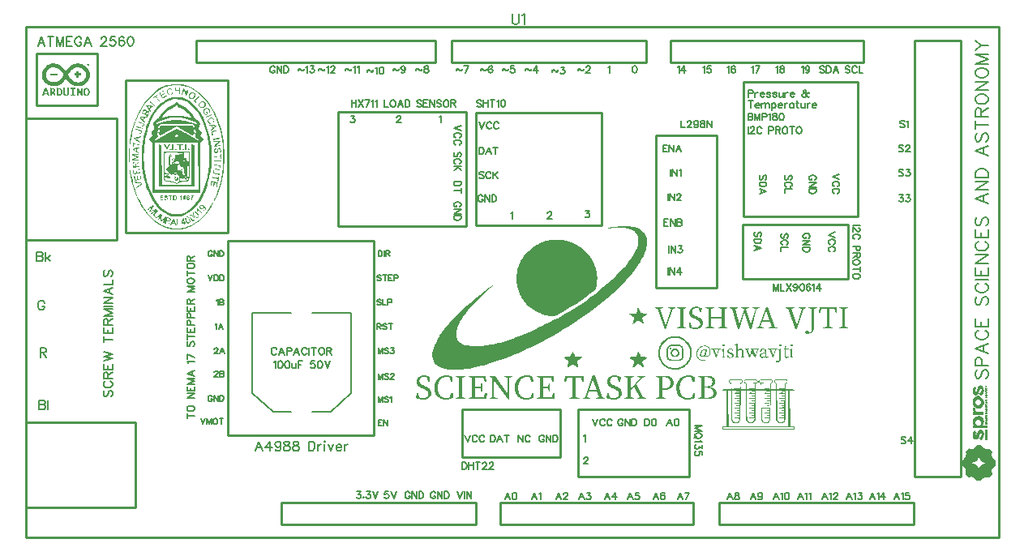
<source format=gto>
G04 Layer: TopSilkscreenLayer*
G04 EasyEDA v6.5.22, 2022-12-23 11:11:42*
G04 6bc2ae37271549389f3215a5b1e34c8e,48bb6e63cd8b433992a3f5e94ad137e8,10*
G04 Gerber Generator version 0.2*
G04 Scale: 100 percent, Rotated: No, Reflected: No *
G04 Dimensions in millimeters *
G04 leading zeros omitted , absolute positions ,4 integer and 5 decimal *
%FSLAX45Y45*%
%MOMM*%

%ADD10C,0.2032*%
%ADD11C,0.1524*%
%ADD12C,0.2000*%
%ADD13C,0.2540*%

%LPD*%
G36*
X544220Y-381406D02*
G01*
X530910Y-381965D01*
X519988Y-383286D01*
X514858Y-384251D01*
X505002Y-386994D01*
X500176Y-388823D01*
X490321Y-393395D01*
X479856Y-399440D01*
X471017Y-405333D01*
X463346Y-411581D01*
X454812Y-419404D01*
X446176Y-428040D01*
X438099Y-436727D01*
X431444Y-444652D01*
X422097Y-457301D01*
X421284Y-458063D01*
X420522Y-457454D01*
X411632Y-445973D01*
X404723Y-437845D01*
X396494Y-429209D01*
X387705Y-420624D01*
X378917Y-412851D01*
X370840Y-406400D01*
X361645Y-400354D01*
X356108Y-397154D01*
X350570Y-394309D01*
X345033Y-391769D01*
X339496Y-389534D01*
X333908Y-387654D01*
X328168Y-386029D01*
X322224Y-384708D01*
X316128Y-383641D01*
X309778Y-382828D01*
X296164Y-381914D01*
X280822Y-381863D01*
X269900Y-382574D01*
X264312Y-383641D01*
X258825Y-385013D01*
X253441Y-386689D01*
X248107Y-388620D01*
X237693Y-393395D01*
X232664Y-396189D01*
X227736Y-399237D01*
X218287Y-406044D01*
X213817Y-409803D01*
X205282Y-417982D01*
X197510Y-426923D01*
X190500Y-436575D01*
X184404Y-446887D01*
X181711Y-452272D01*
X179273Y-457758D01*
X177088Y-463397D01*
X175158Y-469087D01*
X173532Y-474929D01*
X172110Y-481380D01*
X171348Y-487629D01*
X171145Y-495350D01*
X171323Y-504748D01*
X210972Y-504748D01*
X210972Y-499821D01*
X211378Y-494893D01*
X212242Y-489813D01*
X213512Y-484632D01*
X215290Y-479298D01*
X217474Y-473760D01*
X220116Y-467918D01*
X222808Y-462737D01*
X225856Y-457758D01*
X229260Y-453034D01*
X232917Y-448564D01*
X236829Y-444398D01*
X241046Y-440486D01*
X245465Y-436930D01*
X250088Y-433679D01*
X254914Y-430834D01*
X259842Y-428294D01*
X264972Y-426212D01*
X270205Y-424484D01*
X275234Y-423468D01*
X281381Y-422909D01*
X288290Y-422656D01*
X295605Y-422859D01*
X303022Y-423367D01*
X310083Y-424281D01*
X316585Y-425500D01*
X322072Y-427024D01*
X327761Y-429158D01*
X333248Y-431596D01*
X338531Y-434390D01*
X343763Y-437591D01*
X348843Y-441147D01*
X353923Y-445160D01*
X359054Y-449630D01*
X364185Y-454609D01*
X373329Y-464566D01*
X382727Y-476046D01*
X390702Y-486816D01*
X393598Y-491286D01*
X395528Y-494792D01*
X395884Y-496874D01*
X395494Y-498043D01*
X444500Y-498043D01*
X455879Y-480771D01*
X464058Y-469696D01*
X472541Y-459638D01*
X481279Y-450545D01*
X485749Y-446379D01*
X494944Y-438810D01*
X499618Y-435406D01*
X504393Y-432257D01*
X508609Y-429818D01*
X513029Y-427685D01*
X517601Y-425907D01*
X522325Y-424434D01*
X527253Y-423316D01*
X532333Y-422503D01*
X537514Y-422046D01*
X542899Y-421944D01*
X548436Y-422148D01*
X554075Y-422656D01*
X559816Y-423519D01*
X565708Y-424738D01*
X571500Y-426262D01*
X577138Y-428193D01*
X582625Y-430530D01*
X587908Y-433171D01*
X593039Y-436168D01*
X597916Y-439470D01*
X602538Y-443026D01*
X606907Y-446836D01*
X610971Y-450900D01*
X614730Y-455168D01*
X618134Y-459638D01*
X621131Y-464261D01*
X623773Y-469036D01*
X626008Y-473913D01*
X627735Y-478891D01*
X629056Y-483920D01*
X629716Y-488188D01*
X630072Y-492912D01*
X630123Y-497941D01*
X629361Y-508203D01*
X628599Y-513080D01*
X627583Y-517601D01*
X626313Y-521512D01*
X623874Y-527253D01*
X620979Y-532892D01*
X617626Y-538276D01*
X613867Y-543509D01*
X609701Y-548487D01*
X605282Y-553212D01*
X600506Y-557580D01*
X595528Y-561644D01*
X590296Y-565251D01*
X584911Y-568502D01*
X579374Y-571246D01*
X573735Y-573481D01*
X563880Y-576427D01*
X554786Y-577951D01*
X546049Y-578104D01*
X537210Y-576884D01*
X527812Y-574751D01*
X519988Y-572465D01*
X512724Y-569569D01*
X504901Y-565759D01*
X500075Y-562965D01*
X495249Y-559816D01*
X490423Y-556209D01*
X485597Y-552196D01*
X480822Y-547827D01*
X476148Y-543153D01*
X471525Y-538124D01*
X462788Y-527304D01*
X458622Y-521512D01*
X454710Y-515518D01*
X444500Y-498043D01*
X395494Y-498043D01*
X394868Y-499922D01*
X392023Y-504850D01*
X382270Y-519531D01*
X373329Y-531825D01*
X364845Y-542340D01*
X356717Y-551180D01*
X348742Y-558444D01*
X340817Y-564337D01*
X336804Y-566775D01*
X332790Y-568909D01*
X328676Y-570788D01*
X324510Y-572363D01*
X320243Y-573684D01*
X315874Y-574548D01*
X303326Y-575513D01*
X288899Y-575462D01*
X282194Y-575106D01*
X276402Y-574497D01*
X272135Y-573633D01*
X265938Y-571652D01*
X259943Y-569315D01*
X254203Y-566623D01*
X248767Y-563626D01*
X243586Y-560324D01*
X238709Y-556717D01*
X234238Y-552856D01*
X230073Y-548741D01*
X226314Y-544372D01*
X222961Y-539851D01*
X220065Y-535127D01*
X217627Y-530199D01*
X215442Y-524865D01*
X213664Y-519684D01*
X212344Y-514654D01*
X211429Y-509676D01*
X210972Y-504748D01*
X171323Y-504748D01*
X171805Y-517296D01*
X172516Y-524814D01*
X173939Y-530910D01*
X176326Y-537768D01*
X180949Y-548589D01*
X186080Y-558393D01*
X189636Y-563981D01*
X193700Y-569417D01*
X198221Y-574700D01*
X203098Y-579780D01*
X208330Y-584657D01*
X213867Y-589280D01*
X219710Y-593648D01*
X225755Y-597662D01*
X231952Y-601319D01*
X238302Y-604621D01*
X244754Y-607466D01*
X251206Y-609904D01*
X262890Y-613511D01*
X267817Y-614680D01*
X272592Y-615543D01*
X283210Y-616458D01*
X297535Y-616661D01*
X310184Y-616508D01*
X318617Y-616000D01*
X325323Y-614832D01*
X332638Y-612851D01*
X338226Y-611022D01*
X343712Y-608939D01*
X348996Y-606653D01*
X354177Y-604113D01*
X364185Y-598170D01*
X369062Y-594766D01*
X378612Y-587044D01*
X383336Y-582726D01*
X392734Y-572922D01*
X402234Y-561644D01*
X411886Y-548741D01*
X419658Y-537870D01*
X432308Y-555091D01*
X440435Y-565048D01*
X448767Y-574040D01*
X457504Y-582168D01*
X466750Y-589584D01*
X476758Y-596493D01*
X482041Y-599795D01*
X492506Y-605434D01*
X503529Y-610108D01*
X509168Y-612140D01*
X514858Y-613867D01*
X526389Y-616610D01*
X537972Y-618286D01*
X543712Y-618744D01*
X554990Y-618794D01*
X560476Y-618439D01*
X565861Y-617778D01*
X577088Y-615442D01*
X582980Y-613714D01*
X588721Y-611682D01*
X594360Y-609396D01*
X599897Y-606856D01*
X605282Y-604062D01*
X610514Y-601014D01*
X615594Y-597712D01*
X625246Y-590499D01*
X634187Y-582422D01*
X638352Y-578104D01*
X646074Y-568960D01*
X649630Y-564134D01*
X652932Y-559155D01*
X658825Y-548843D01*
X661365Y-543509D01*
X663651Y-538073D01*
X665683Y-532536D01*
X667410Y-526948D01*
X668883Y-521258D01*
X670001Y-515518D01*
X670864Y-509727D01*
X671372Y-503885D01*
X671423Y-492404D01*
X671068Y-486918D01*
X670458Y-481584D01*
X669544Y-476300D01*
X668375Y-471119D01*
X666953Y-466039D01*
X665226Y-461060D01*
X663244Y-456184D01*
X658469Y-446633D01*
X655624Y-441959D01*
X649173Y-432866D01*
X645515Y-428396D01*
X641604Y-424027D01*
X637336Y-419658D01*
X631545Y-414172D01*
X625754Y-409244D01*
X619963Y-404825D01*
X614121Y-400862D01*
X608076Y-397306D01*
X601726Y-394106D01*
X595122Y-391261D01*
X588060Y-388670D01*
X581507Y-386537D01*
X575259Y-384810D01*
X569264Y-383438D01*
X563372Y-382473D01*
X557326Y-381812D01*
X550976Y-381457D01*
G37*
G36*
X645261Y-389686D02*
G01*
X641502Y-390296D01*
X640689Y-390804D01*
X640486Y-391363D01*
X640689Y-391820D01*
X642924Y-392480D01*
X643585Y-393344D01*
X643991Y-394817D01*
X644194Y-398881D01*
X644499Y-400405D01*
X644956Y-401421D01*
X645464Y-401828D01*
X646023Y-401421D01*
X646734Y-398881D01*
X646988Y-394868D01*
X647344Y-393344D01*
X648004Y-392480D01*
X648919Y-392226D01*
X649833Y-392480D01*
X650494Y-393344D01*
X650849Y-394868D01*
X651306Y-400100D01*
X652170Y-401675D01*
X653186Y-401523D01*
X654710Y-397713D01*
X655472Y-401167D01*
X656539Y-401726D01*
X657758Y-401218D01*
X659333Y-398373D01*
X659739Y-398018D01*
X661212Y-400608D01*
X661568Y-400253D01*
X661873Y-395884D01*
X661619Y-391922D01*
X660755Y-390245D01*
X659485Y-390906D01*
X657250Y-395681D01*
X656742Y-396138D01*
X656183Y-395427D01*
X654405Y-391617D01*
X653084Y-390499D01*
X651002Y-389940D01*
G37*
G36*
X531317Y-460908D02*
G01*
X531317Y-484225D01*
X509320Y-484225D01*
X509320Y-507593D01*
X531317Y-507593D01*
X531317Y-530961D01*
X554736Y-530961D01*
X554736Y-507593D01*
X578104Y-507593D01*
X578104Y-484225D01*
X554736Y-484225D01*
X554736Y-460908D01*
G37*
G36*
X253542Y-487019D02*
G01*
X253542Y-504850D01*
X336042Y-504850D01*
X336042Y-487019D01*
G37*
G36*
X635609Y-635558D02*
G01*
X631444Y-636016D01*
X626414Y-637438D01*
X621131Y-639724D01*
X616458Y-643178D01*
X612343Y-647903D01*
X608685Y-653897D01*
X606907Y-657860D01*
X605739Y-662025D01*
X604977Y-667054D01*
X604520Y-673811D01*
X604471Y-677926D01*
X621436Y-677926D01*
X621538Y-669747D01*
X621893Y-664311D01*
X622706Y-660603D01*
X624078Y-657809D01*
X628650Y-652932D01*
X634441Y-650544D01*
X640486Y-650798D01*
X645769Y-653846D01*
X648716Y-657860D01*
X650748Y-663143D01*
X651967Y-669798D01*
X652322Y-678129D01*
X652119Y-684580D01*
X651408Y-690168D01*
X650240Y-694893D01*
X648563Y-698703D01*
X646379Y-701649D01*
X643737Y-703732D01*
X640588Y-705002D01*
X636930Y-705408D01*
X632764Y-705154D01*
X629361Y-704189D01*
X626668Y-702462D01*
X624586Y-699871D01*
X623112Y-696214D01*
X622147Y-691438D01*
X621588Y-685393D01*
X621436Y-677926D01*
X604471Y-677926D01*
X604418Y-682345D01*
X604875Y-689864D01*
X606044Y-696417D01*
X607872Y-702106D01*
X610412Y-706983D01*
X613714Y-711098D01*
X617728Y-714451D01*
X622503Y-717194D01*
X628446Y-719429D01*
X633984Y-720344D01*
X639622Y-719988D01*
X645769Y-718413D01*
X652881Y-715111D01*
X658622Y-710590D01*
X662990Y-704799D01*
X666089Y-697636D01*
X667359Y-692708D01*
X668223Y-687425D01*
X668782Y-681888D01*
X668934Y-676351D01*
X668731Y-670864D01*
X668172Y-665632D01*
X667207Y-660755D01*
X665937Y-656488D01*
X662482Y-649173D01*
X658266Y-643737D01*
X652932Y-639927D01*
X646226Y-637438D01*
X640130Y-636066D01*
G37*
G36*
X254914Y-636320D02*
G01*
X254914Y-650494D01*
X277266Y-650494D01*
X282397Y-651002D01*
X284734Y-651560D01*
X286512Y-652221D01*
X287934Y-653186D01*
X289306Y-654507D01*
X290423Y-655980D01*
X291185Y-657504D01*
X291795Y-663397D01*
X289356Y-668172D01*
X284276Y-671322D01*
X277012Y-672439D01*
X271424Y-672439D01*
X271424Y-650494D01*
X254914Y-650494D01*
X254914Y-719175D01*
X271424Y-719175D01*
X271424Y-684530D01*
X275234Y-685444D01*
X278942Y-686917D01*
X282092Y-689965D01*
X285496Y-695553D01*
X296062Y-718464D01*
X309727Y-719023D01*
X312318Y-717448D01*
X311251Y-712622D01*
X306984Y-703072D01*
X298704Y-686917D01*
X296926Y-684174D01*
X293878Y-680110D01*
X298094Y-678027D01*
X302768Y-674674D01*
X306120Y-670255D01*
X308051Y-665124D01*
X308610Y-659688D01*
X307848Y-654202D01*
X305714Y-649071D01*
X302260Y-644601D01*
X297484Y-641197D01*
X293674Y-639622D01*
X289052Y-638556D01*
X282549Y-637794D01*
G37*
G36*
X323697Y-636371D02*
G01*
X323697Y-650494D01*
X346049Y-650494D01*
X349453Y-650646D01*
X352552Y-651154D01*
X355295Y-652018D01*
X357632Y-653186D01*
X362204Y-656793D01*
X365048Y-661619D01*
X366572Y-668426D01*
X366979Y-677926D01*
X366877Y-684631D01*
X366471Y-689305D01*
X365658Y-692708D01*
X364286Y-695502D01*
X360883Y-699363D01*
X356057Y-702513D01*
X350418Y-704646D01*
X344576Y-705408D01*
X338836Y-705408D01*
X338836Y-650494D01*
X323697Y-650494D01*
X323697Y-719582D01*
X340004Y-718820D01*
X346964Y-718312D01*
X353161Y-717499D01*
X358698Y-716381D01*
X363575Y-714857D01*
X367842Y-712876D01*
X371551Y-710539D01*
X374700Y-707694D01*
X377393Y-704342D01*
X379679Y-700430D01*
X381508Y-696010D01*
X382981Y-690981D01*
X384149Y-685292D01*
X384810Y-679602D01*
X384911Y-674065D01*
X384505Y-668680D01*
X383540Y-663549D01*
X382066Y-658723D01*
X380136Y-654304D01*
X377698Y-650341D01*
X374802Y-646887D01*
X369316Y-642518D01*
X362610Y-639622D01*
X353568Y-637895D01*
X341223Y-637032D01*
G37*
G36*
X395173Y-636727D02*
G01*
X395376Y-692607D01*
X395630Y-697026D01*
X396544Y-702716D01*
X398272Y-706831D01*
X400761Y-710641D01*
X403961Y-713841D01*
X407771Y-716381D01*
X411988Y-718312D01*
X416559Y-719582D01*
X421335Y-720191D01*
X426262Y-720140D01*
X431088Y-719429D01*
X435813Y-718007D01*
X440232Y-715924D01*
X444296Y-713181D01*
X447801Y-709676D01*
X449732Y-707186D01*
X451205Y-704443D01*
X452374Y-701192D01*
X453186Y-697077D01*
X453745Y-691794D01*
X454101Y-685088D01*
X454304Y-636727D01*
X439216Y-636727D01*
X438861Y-667105D01*
X439013Y-684072D01*
X438759Y-690067D01*
X437540Y-696315D01*
X435609Y-701598D01*
X433324Y-704697D01*
X429666Y-706221D01*
X425043Y-706729D01*
X420420Y-706170D01*
X416559Y-704646D01*
X414731Y-703173D01*
X413308Y-701294D01*
X412191Y-698703D01*
X411429Y-695096D01*
X410870Y-690270D01*
X410514Y-683869D01*
X410311Y-636727D01*
G37*
G36*
X468071Y-636727D02*
G01*
X468071Y-650494D01*
X485952Y-650494D01*
X485952Y-705408D01*
X468071Y-705408D01*
X468071Y-717804D01*
X520344Y-717804D01*
X520344Y-705408D01*
X502462Y-705408D01*
X502462Y-650494D01*
X520344Y-650494D01*
X520344Y-636727D01*
G37*
G36*
X206959Y-636930D02*
G01*
X203555Y-637133D01*
X201472Y-637590D01*
X200609Y-638403D01*
X185431Y-688949D01*
X201523Y-688949D01*
X201777Y-687222D01*
X208076Y-664108D01*
X210007Y-658063D01*
X211023Y-655980D01*
X211683Y-657199D01*
X214426Y-665632D01*
X220217Y-687222D01*
X220522Y-688949D01*
X219760Y-689508D01*
X214579Y-690219D01*
X205232Y-690270D01*
X202438Y-689864D01*
X201523Y-688949D01*
X185431Y-688949D01*
X177088Y-716737D01*
X176987Y-718007D01*
X177850Y-718769D01*
X180187Y-719074D01*
X192379Y-719175D01*
X197205Y-702665D01*
X224688Y-702665D01*
X229260Y-719175D01*
X245973Y-718972D01*
X246634Y-718820D01*
X222605Y-637438D01*
G37*
G36*
X542848Y-636930D02*
G01*
X537514Y-637235D01*
X536448Y-637590D01*
X536041Y-641146D01*
X535533Y-663143D01*
X535482Y-719175D01*
X550519Y-719175D01*
X551281Y-662736D01*
X576122Y-718464D01*
X595274Y-718464D01*
X595274Y-637438D01*
X581558Y-637438D01*
X580136Y-692962D01*
X555396Y-637438D01*
G37*
G36*
X7886903Y-3678732D02*
G01*
X7869021Y-3679037D01*
X7852359Y-3679951D01*
X7838084Y-3681425D01*
X7832242Y-3682390D01*
X7827467Y-3683457D01*
X7823911Y-3684727D01*
X7821726Y-3686098D01*
X7818577Y-3690213D01*
X7816596Y-3694785D01*
X7815732Y-3699662D01*
X7815865Y-3702304D01*
X7822082Y-3702304D01*
X7822793Y-3695090D01*
X7825638Y-3689654D01*
X7827213Y-3688943D01*
X7830210Y-3688232D01*
X7839913Y-3687165D01*
X7853476Y-3686352D01*
X7869580Y-3685895D01*
X7895793Y-3685743D01*
X7912709Y-3686098D01*
X7927695Y-3686708D01*
X7939531Y-3687673D01*
X7943799Y-3688232D01*
X7946796Y-3688943D01*
X7948371Y-3689654D01*
X7951216Y-3694887D01*
X7951927Y-3701592D01*
X7950453Y-3708603D01*
X7946948Y-3714546D01*
X7945170Y-3715715D01*
X7942072Y-3716731D01*
X7937753Y-3717645D01*
X7926222Y-3719169D01*
X7911795Y-3720236D01*
X7895539Y-3720795D01*
X7878673Y-3720896D01*
X7862417Y-3720541D01*
X7847888Y-3719677D01*
X7836255Y-3718356D01*
X7831886Y-3717442D01*
X7828686Y-3716477D01*
X7826806Y-3715359D01*
X7823453Y-3709619D01*
X7822082Y-3702304D01*
X7815865Y-3702304D01*
X7815986Y-3704691D01*
X7817256Y-3709619D01*
X7819593Y-3714242D01*
X7822946Y-3718356D01*
X7827213Y-3721760D01*
X7834680Y-3726484D01*
X7930388Y-3726484D01*
X7930388Y-3785768D01*
X7843621Y-3785768D01*
X7843621Y-3726484D01*
X7834680Y-3726484D01*
X7837170Y-3728059D01*
X7837424Y-3785768D01*
X7781645Y-3785768D01*
X7781798Y-3739387D01*
X7782661Y-3730142D01*
X7784846Y-3725773D01*
X7793278Y-3720947D01*
X7796631Y-3717086D01*
X7798968Y-3712311D01*
X7800238Y-3706926D01*
X7800441Y-3701237D01*
X7799527Y-3695649D01*
X7797393Y-3690416D01*
X7794040Y-3685946D01*
X7792567Y-3684574D01*
X7790992Y-3683457D01*
X7789113Y-3682492D01*
X7786776Y-3681729D01*
X7783728Y-3681120D01*
X7774990Y-3680307D01*
X7761478Y-3679850D01*
X7670495Y-3679698D01*
X7664094Y-3687927D01*
X7661605Y-3691686D01*
X7659573Y-3695954D01*
X7658150Y-3700068D01*
X7657857Y-3702151D01*
X7664246Y-3702151D01*
X7664653Y-3698392D01*
X7666278Y-3694023D01*
X7669936Y-3685946D01*
X7742681Y-3685997D01*
X7765338Y-3686403D01*
X7780375Y-3687318D01*
X7785303Y-3687978D01*
X7788605Y-3688740D01*
X7790332Y-3689654D01*
X7793075Y-3695446D01*
X7793888Y-3703523D01*
X7792770Y-3711448D01*
X7789773Y-3716832D01*
X7787894Y-3717645D01*
X7784490Y-3718356D01*
X7779461Y-3718915D01*
X7764475Y-3719576D01*
X7742428Y-3719677D01*
X7671866Y-3718712D01*
X7667244Y-3710381D01*
X7665110Y-3705961D01*
X7664246Y-3702151D01*
X7657857Y-3702151D01*
X7657642Y-3703675D01*
X7659674Y-3710381D01*
X7664602Y-3717899D01*
X7670647Y-3723995D01*
X7676134Y-3726484D01*
X7775448Y-3726484D01*
X7775448Y-3785768D01*
X7685582Y-3785768D01*
X7685582Y-3726484D01*
X7676134Y-3726484D01*
X7677505Y-3728516D01*
X7678521Y-3734358D01*
X7679131Y-3743655D01*
X7679385Y-3756101D01*
X7679385Y-3785768D01*
X7623556Y-3785768D01*
X7623556Y-3756101D01*
X7623809Y-3743655D01*
X7624419Y-3734358D01*
X7625435Y-3728516D01*
X7626807Y-3726484D01*
X7632242Y-3723995D01*
X7638338Y-3717899D01*
X7643266Y-3710381D01*
X7645247Y-3703675D01*
X7644739Y-3700068D01*
X7643368Y-3695954D01*
X7641336Y-3691686D01*
X7638846Y-3687927D01*
X7632446Y-3679698D01*
X7551775Y-3679799D01*
X7534808Y-3680256D01*
X7522260Y-3681323D01*
X7517434Y-3682136D01*
X7513472Y-3683152D01*
X7510272Y-3684422D01*
X7507782Y-3685946D01*
X7505903Y-3687775D01*
X7504531Y-3689908D01*
X7503617Y-3692448D01*
X7503058Y-3695293D01*
X7502821Y-3703320D01*
X7508900Y-3703320D01*
X7509002Y-3699459D01*
X7509357Y-3696208D01*
X7510221Y-3693515D01*
X7511846Y-3691331D01*
X7514336Y-3689654D01*
X7517942Y-3688334D01*
X7522870Y-3687368D01*
X7529372Y-3686708D01*
X7547711Y-3686048D01*
X7633004Y-3685946D01*
X7636662Y-3694023D01*
X7638288Y-3698392D01*
X7638694Y-3702151D01*
X7637830Y-3705961D01*
X7635697Y-3710381D01*
X7631074Y-3718712D01*
X7559903Y-3719728D01*
X7537805Y-3719728D01*
X7529677Y-3719372D01*
X7523225Y-3718814D01*
X7518247Y-3717950D01*
X7514590Y-3716680D01*
X7511999Y-3715004D01*
X7510373Y-3712921D01*
X7509408Y-3710279D01*
X7509002Y-3707129D01*
X7508900Y-3703320D01*
X7502821Y-3703320D01*
X7503261Y-3709873D01*
X7505039Y-3715258D01*
X7508544Y-3719372D01*
X7514336Y-3723030D01*
X7518146Y-3725773D01*
X7518449Y-3726484D01*
X7617358Y-3726484D01*
X7617358Y-3785768D01*
X7527493Y-3785768D01*
X7527493Y-3726484D01*
X7518449Y-3726484D01*
X7520228Y-3730650D01*
X7521143Y-3739997D01*
X7521295Y-3785971D01*
X7467092Y-3784193D01*
X7465618Y-3728059D01*
X7475626Y-3721760D01*
X7479944Y-3718356D01*
X7483297Y-3714242D01*
X7485684Y-3709619D01*
X7486954Y-3704691D01*
X7487208Y-3699713D01*
X7486345Y-3694785D01*
X7484364Y-3690213D01*
X7481214Y-3686098D01*
X7478115Y-3683558D01*
X7476286Y-3682593D01*
X7473950Y-3681780D01*
X7467193Y-3680663D01*
X7456373Y-3680053D01*
X7440015Y-3679799D01*
X7393381Y-3680053D01*
X7368438Y-3681069D01*
X7359853Y-3681780D01*
X7354570Y-3682593D01*
X7353300Y-3683000D01*
X7349134Y-3686860D01*
X7346594Y-3692144D01*
X7345527Y-3698392D01*
X7345915Y-3704742D01*
X7351115Y-3704742D01*
X7351522Y-3698544D01*
X7354062Y-3691991D01*
X7355433Y-3690924D01*
X7358278Y-3689908D01*
X7362393Y-3689045D01*
X7373975Y-3687470D01*
X7388809Y-3686352D01*
X7405674Y-3685590D01*
X7423302Y-3685235D01*
X7440371Y-3685387D01*
X7455560Y-3685997D01*
X7467701Y-3687064D01*
X7472222Y-3687826D01*
X7475474Y-3688689D01*
X7477302Y-3689654D01*
X7480147Y-3695090D01*
X7480858Y-3702304D01*
X7479487Y-3709619D01*
X7476134Y-3715359D01*
X7474356Y-3716426D01*
X7471206Y-3717340D01*
X7466939Y-3718204D01*
X7455458Y-3719525D01*
X7441133Y-3720388D01*
X7424978Y-3720795D01*
X7408265Y-3720744D01*
X7392111Y-3720287D01*
X7377633Y-3719322D01*
X7371384Y-3718712D01*
X7361681Y-3717137D01*
X7358430Y-3716172D01*
X7356500Y-3715105D01*
X7352792Y-3710279D01*
X7351115Y-3704742D01*
X7345915Y-3704742D01*
X7347661Y-3711549D01*
X7350658Y-3717391D01*
X7354824Y-3722014D01*
X7362908Y-3726484D01*
X7459319Y-3726484D01*
X7459319Y-3770172D01*
X7372553Y-3770172D01*
X7372553Y-3726484D01*
X7362908Y-3726484D01*
X7363459Y-3726789D01*
X7365339Y-3731260D01*
X7366152Y-3740353D01*
X7366355Y-3780637D01*
X7378750Y-3780637D01*
X7379360Y-3778097D01*
X7381697Y-3776827D01*
X7386624Y-3776675D01*
X7402982Y-3778250D01*
X7412634Y-3778910D01*
X7440472Y-3779723D01*
X7447127Y-3780383D01*
X7451496Y-3781399D01*
X7453122Y-3782618D01*
X7452461Y-3783329D01*
X7450531Y-3783939D01*
X7443063Y-3784904D01*
X7431328Y-3785514D01*
X7415936Y-3785768D01*
X7396480Y-3785565D01*
X7389926Y-3785311D01*
X7385202Y-3784854D01*
X7381951Y-3784193D01*
X7380020Y-3783329D01*
X7379004Y-3782161D01*
X7378750Y-3780637D01*
X7366355Y-3780637D01*
X7366355Y-3785768D01*
X7296302Y-3785870D01*
X7288326Y-3786174D01*
X7282840Y-3786632D01*
X7279386Y-3787394D01*
X7277455Y-3788511D01*
X7276642Y-3790035D01*
X7276490Y-3792016D01*
X7277100Y-3795369D01*
X7279944Y-3797249D01*
X7286498Y-3798062D01*
X7319873Y-3798214D01*
X7319873Y-4022801D01*
X7326071Y-4022801D01*
X7326223Y-3914597D01*
X7326833Y-3845814D01*
X7327341Y-3822598D01*
X7328001Y-3807053D01*
X7328712Y-3799230D01*
X7329170Y-3798214D01*
X7329576Y-3799230D01*
X7330338Y-3807053D01*
X7330948Y-3822598D01*
X7331862Y-3876497D01*
X7332083Y-3908044D01*
X7338974Y-3908044D01*
X7339228Y-3832707D01*
X7339888Y-3802126D01*
X7341412Y-3800601D01*
X7344511Y-3799332D01*
X7348778Y-3798519D01*
X7353858Y-3798214D01*
X7401661Y-3798214D01*
X7412685Y-3798468D01*
X7420051Y-3799230D01*
X7424369Y-3800652D01*
X7427975Y-3804970D01*
X7431125Y-3806444D01*
X7435799Y-3807307D01*
X7449413Y-3807815D01*
X7453680Y-3808729D01*
X7455712Y-3810609D01*
X7456220Y-3813810D01*
X7455509Y-3817264D01*
X7451953Y-3819093D01*
X7443571Y-3819906D01*
X7413091Y-3820210D01*
X7404709Y-3821023D01*
X7401153Y-3822903D01*
X7400442Y-3826306D01*
X7401153Y-3829710D01*
X7404709Y-3831590D01*
X7413142Y-3832402D01*
X7444486Y-3832656D01*
X7452715Y-3833469D01*
X7455662Y-3835603D01*
X7455662Y-3839565D01*
X7454595Y-3843223D01*
X7452207Y-3845509D01*
X7447584Y-3846779D01*
X7432954Y-3848354D01*
X7428026Y-3849674D01*
X7425131Y-3851300D01*
X7424267Y-3853027D01*
X7425486Y-3854704D01*
X7428636Y-3856126D01*
X7433818Y-3857142D01*
X7449515Y-3857701D01*
X7454087Y-3858564D01*
X7455814Y-3860698D01*
X7455662Y-3864508D01*
X7454442Y-3868420D01*
X7450785Y-3870604D01*
X7442555Y-3871772D01*
X7414463Y-3873093D01*
X7406131Y-3874058D01*
X7401712Y-3875582D01*
X7400442Y-3877767D01*
X7401712Y-3879951D01*
X7406131Y-3881475D01*
X7414463Y-3882440D01*
X7442250Y-3883761D01*
X7450378Y-3884879D01*
X7453934Y-3886860D01*
X7454696Y-3890264D01*
X7454087Y-3893464D01*
X7451902Y-3895496D01*
X7447381Y-3896715D01*
X7439761Y-3897426D01*
X7432852Y-3898341D01*
X7428077Y-3899763D01*
X7425334Y-3901643D01*
X7424623Y-3903675D01*
X7425944Y-3905707D01*
X7429195Y-3907586D01*
X7434376Y-3909009D01*
X7448956Y-3910634D01*
X7453426Y-3911854D01*
X7455611Y-3913835D01*
X7456220Y-3916934D01*
X7455458Y-3920236D01*
X7451852Y-3922064D01*
X7443470Y-3922826D01*
X7413091Y-3923182D01*
X7404709Y-3923944D01*
X7401153Y-3925824D01*
X7400442Y-3929227D01*
X7401153Y-3932631D01*
X7404709Y-3934510D01*
X7413091Y-3935323D01*
X7443470Y-3935628D01*
X7451852Y-3936441D01*
X7455458Y-3938270D01*
X7456220Y-3941572D01*
X7455611Y-3944670D01*
X7453426Y-3946651D01*
X7448956Y-3947820D01*
X7434173Y-3949496D01*
X7428839Y-3951020D01*
X7425537Y-3952951D01*
X7424318Y-3955034D01*
X7425181Y-3957065D01*
X7428128Y-3958793D01*
X7433259Y-3959961D01*
X7448651Y-3960672D01*
X7453426Y-3961536D01*
X7455662Y-3963365D01*
X7456220Y-3966565D01*
X7455458Y-3969867D01*
X7451902Y-3971848D01*
X7443724Y-3972915D01*
X7415326Y-3974236D01*
X7406894Y-3975303D01*
X7402626Y-3977030D01*
X7401052Y-3979824D01*
X7401407Y-3982618D01*
X7404912Y-3984396D01*
X7413040Y-3985412D01*
X7442149Y-3986682D01*
X7450378Y-3987800D01*
X7453934Y-3989781D01*
X7454696Y-3993184D01*
X7454087Y-3996385D01*
X7451902Y-3998468D01*
X7447381Y-3999636D01*
X7432852Y-4001262D01*
X7428077Y-4002684D01*
X7425334Y-4004564D01*
X7424623Y-4006596D01*
X7425944Y-4008628D01*
X7429195Y-4010507D01*
X7434376Y-4011980D01*
X7448956Y-4013555D01*
X7453426Y-4014774D01*
X7455611Y-4016756D01*
X7456220Y-4019854D01*
X7455458Y-4023156D01*
X7451852Y-4024985D01*
X7443470Y-4025747D01*
X7413091Y-4026103D01*
X7404709Y-4026915D01*
X7401153Y-4028744D01*
X7400442Y-4032199D01*
X7401153Y-4035602D01*
X7404709Y-4037482D01*
X7413091Y-4038244D01*
X7443470Y-4038600D01*
X7451852Y-4039362D01*
X7455458Y-4041190D01*
X7456220Y-4044492D01*
X7455611Y-4047591D01*
X7453426Y-4049572D01*
X7448956Y-4050792D01*
X7434732Y-4052214D01*
X7430160Y-4053332D01*
X7427569Y-4054906D01*
X7426756Y-4057142D01*
X7427569Y-4059326D01*
X7430160Y-4060951D01*
X7434732Y-4062069D01*
X7448956Y-4063492D01*
X7453426Y-4064660D01*
X7455611Y-4066692D01*
X7456220Y-4069791D01*
X7455458Y-4073093D01*
X7451852Y-4074922D01*
X7443470Y-4075684D01*
X7413091Y-4075988D01*
X7404709Y-4076801D01*
X7401153Y-4078681D01*
X7400442Y-4082084D01*
X7401153Y-4085488D01*
X7404506Y-4087368D01*
X7412431Y-4088180D01*
X7436510Y-4088485D01*
X7443927Y-4088993D01*
X7449159Y-4090111D01*
X7452359Y-4091889D01*
X7453731Y-4094632D01*
X7453477Y-4098391D01*
X7451699Y-4103420D01*
X7448651Y-4109872D01*
X7444740Y-4116019D01*
X7440066Y-4121099D01*
X7434732Y-4125010D01*
X7428788Y-4127754D01*
X7422438Y-4129278D01*
X7415784Y-4129532D01*
X7408875Y-4128465D01*
X7399781Y-4125112D01*
X7392517Y-4121404D01*
X7389622Y-4119168D01*
X7387183Y-4116273D01*
X7385100Y-4112463D01*
X7383424Y-4107434D01*
X7382052Y-4100982D01*
X7380986Y-4092803D01*
X7380173Y-4082592D01*
X7379563Y-4070096D01*
X7378953Y-4037126D01*
X7378801Y-4016146D01*
X7378750Y-3798214D01*
X7366355Y-3798214D01*
X7366457Y-4032859D01*
X7366863Y-4067251D01*
X7367676Y-4088688D01*
X7368286Y-4095800D01*
X7369048Y-4101134D01*
X7370013Y-4105198D01*
X7371130Y-4108500D01*
X7372502Y-4111498D01*
X7375398Y-4116730D01*
X7378649Y-4121454D01*
X7382306Y-4125671D01*
X7386218Y-4129328D01*
X7390434Y-4132478D01*
X7394905Y-4135120D01*
X7399528Y-4137202D01*
X7404303Y-4138726D01*
X7409180Y-4139793D01*
X7414107Y-4140250D01*
X7419086Y-4140200D01*
X7424013Y-4139590D01*
X7428890Y-4138472D01*
X7433665Y-4136796D01*
X7438288Y-4134561D01*
X7442708Y-4131818D01*
X7446924Y-4128515D01*
X7450836Y-4124604D01*
X7454442Y-4120184D01*
X7457694Y-4115257D01*
X7465669Y-4101592D01*
X7467092Y-3799789D01*
X7520990Y-3798011D01*
X7520992Y-3798214D01*
X7555382Y-3798214D01*
X7569352Y-3798417D01*
X7577886Y-3799128D01*
X7582103Y-3800551D01*
X7584592Y-3805275D01*
X7587996Y-3806901D01*
X7592872Y-3807815D01*
X7598562Y-3808018D01*
X7604302Y-3807561D01*
X7609433Y-3806393D01*
X7613294Y-3804564D01*
X7615428Y-3801973D01*
X7615834Y-3804970D01*
X7616494Y-3822395D01*
X7616952Y-3851198D01*
X7617358Y-3922674D01*
X7527493Y-3924554D01*
X7527493Y-3798214D01*
X7520992Y-3798214D01*
X7521778Y-3929227D01*
X7544358Y-3929227D01*
X7548676Y-3929481D01*
X7552436Y-3930142D01*
X7555382Y-3931158D01*
X7556957Y-3932377D01*
X7559751Y-3933596D01*
X7565999Y-3934561D01*
X7574686Y-3935222D01*
X7599273Y-3935628D01*
X7607147Y-3936441D01*
X7610500Y-3938320D01*
X7611160Y-3941724D01*
X7610652Y-3944924D01*
X7608671Y-3946804D01*
X7604404Y-3947718D01*
X7590028Y-3948176D01*
X7585811Y-3949090D01*
X7583779Y-3950970D01*
X7583271Y-3954170D01*
X7583779Y-3957421D01*
X7585811Y-3959301D01*
X7590028Y-3960215D01*
X7604404Y-3960672D01*
X7608620Y-3961536D01*
X7610652Y-3963415D01*
X7611160Y-3966565D01*
X7610398Y-3969867D01*
X7606842Y-3971848D01*
X7598664Y-3972915D01*
X7570165Y-3974236D01*
X7561783Y-3975303D01*
X7557516Y-3977081D01*
X7555992Y-3979926D01*
X7556296Y-3982821D01*
X7559751Y-3984498D01*
X7568082Y-3985209D01*
X7599222Y-3985514D01*
X7607604Y-3986377D01*
X7610703Y-3988714D01*
X7611160Y-3993184D01*
X7610805Y-3997451D01*
X7608976Y-3999788D01*
X7604709Y-4000754D01*
X7590536Y-4001414D01*
X7586014Y-4002633D01*
X7583373Y-4004360D01*
X7582611Y-4006392D01*
X7583728Y-4008475D01*
X7586675Y-4010406D01*
X7591450Y-4011929D01*
X7604506Y-4013606D01*
X7608570Y-4014825D01*
X7610602Y-4016806D01*
X7611160Y-4019753D01*
X7610348Y-4022953D01*
X7606741Y-4024884D01*
X7598562Y-4025950D01*
X7570673Y-4027271D01*
X7562392Y-4028236D01*
X7558125Y-4029811D01*
X7556957Y-4032199D01*
X7558125Y-4034536D01*
X7562392Y-4036110D01*
X7570673Y-4037126D01*
X7598664Y-4038396D01*
X7606842Y-4039514D01*
X7610398Y-4041444D01*
X7611160Y-4044797D01*
X7610652Y-4047896D01*
X7608620Y-4049776D01*
X7604404Y-4050639D01*
X7590028Y-4051096D01*
X7585811Y-4052011D01*
X7583779Y-4053890D01*
X7583271Y-4057142D01*
X7583779Y-4060342D01*
X7585811Y-4062222D01*
X7590028Y-4063136D01*
X7604404Y-4063593D01*
X7608620Y-4064508D01*
X7610652Y-4066336D01*
X7611160Y-4069486D01*
X7610398Y-4072788D01*
X7606842Y-4074769D01*
X7598664Y-4075836D01*
X7570165Y-4077157D01*
X7561783Y-4078224D01*
X7557516Y-4080052D01*
X7555992Y-4082846D01*
X7556296Y-4085793D01*
X7559802Y-4087418D01*
X7568234Y-4088180D01*
X7611872Y-4088333D01*
X7609840Y-4096918D01*
X7608163Y-4102455D01*
X7606030Y-4107586D01*
X7603388Y-4112209D01*
X7600340Y-4116374D01*
X7596886Y-4119981D01*
X7593126Y-4123029D01*
X7589164Y-4125518D01*
X7584897Y-4127449D01*
X7580528Y-4128820D01*
X7576007Y-4129532D01*
X7571435Y-4129582D01*
X7566863Y-4129024D01*
X7562342Y-4127754D01*
X7557871Y-4125823D01*
X7553604Y-4123182D01*
X7549438Y-4119778D01*
X7545628Y-4115765D01*
X7542479Y-4111345D01*
X7541107Y-4108856D01*
X7538821Y-4103014D01*
X7537094Y-4095648D01*
X7535773Y-4086301D01*
X7534808Y-4074515D01*
X7534249Y-4059936D01*
X7533741Y-4020362D01*
X7533690Y-3929227D01*
X7521778Y-3929227D01*
X7522870Y-4102811D01*
X7531404Y-4115765D01*
X7534706Y-4120438D01*
X7538212Y-4124604D01*
X7541920Y-4128262D01*
X7545831Y-4131513D01*
X7549845Y-4134205D01*
X7554010Y-4136491D01*
X7558227Y-4138269D01*
X7562545Y-4139539D01*
X7566964Y-4140352D01*
X7571384Y-4140708D01*
X7575854Y-4140555D01*
X7580274Y-4139895D01*
X7584694Y-4138777D01*
X7589062Y-4137202D01*
X7593380Y-4135120D01*
X7597648Y-4132579D01*
X7601762Y-4129532D01*
X7605775Y-4125976D01*
X7609636Y-4121962D01*
X7613294Y-4117492D01*
X7622031Y-4105960D01*
X7623809Y-3798214D01*
X7711592Y-3798214D01*
X7724241Y-3798468D01*
X7732522Y-3799179D01*
X7737297Y-3800652D01*
X7741361Y-3805174D01*
X7745018Y-3806748D01*
X7749794Y-3807612D01*
X7755178Y-3807815D01*
X7760614Y-3807358D01*
X7765592Y-3806240D01*
X7769606Y-3804513D01*
X7772501Y-3801770D01*
X7772857Y-3802075D01*
X7773517Y-3804869D01*
X7774076Y-3810558D01*
X7774533Y-3819194D01*
X7775092Y-3845864D01*
X7775346Y-3885590D01*
X7775448Y-3974490D01*
X7685582Y-3974490D01*
X7685582Y-3798214D01*
X7679131Y-3798214D01*
X7680215Y-3982415D01*
X7691374Y-3982415D01*
X7746644Y-3985361D01*
X7757210Y-3986123D01*
X7765338Y-3987088D01*
X7766862Y-3988054D01*
X7768081Y-3989832D01*
X7768945Y-3992067D01*
X7769250Y-3994658D01*
X7768691Y-3997960D01*
X7766558Y-3999890D01*
X7761884Y-4000754D01*
X7746593Y-4001211D01*
X7741818Y-4001973D01*
X7739075Y-4003344D01*
X7738262Y-4005326D01*
X7739532Y-4008882D01*
X7743342Y-4011422D01*
X7749692Y-4012946D01*
X7763916Y-4013708D01*
X7767116Y-4014673D01*
X7768793Y-4016603D01*
X7769250Y-4019702D01*
X7768488Y-4023106D01*
X7764983Y-4024985D01*
X7756601Y-4025798D01*
X7726070Y-4026103D01*
X7717688Y-4026915D01*
X7714183Y-4028744D01*
X7713472Y-4032199D01*
X7714183Y-4035602D01*
X7717688Y-4037482D01*
X7726070Y-4038244D01*
X7756499Y-4038600D01*
X7764881Y-4039362D01*
X7768488Y-4041190D01*
X7769250Y-4044492D01*
X7768640Y-4047591D01*
X7766456Y-4049572D01*
X7761935Y-4050792D01*
X7747762Y-4052214D01*
X7743190Y-4053332D01*
X7740599Y-4054906D01*
X7739786Y-4057142D01*
X7740599Y-4059326D01*
X7743190Y-4060951D01*
X7747762Y-4062069D01*
X7761935Y-4063492D01*
X7766456Y-4064660D01*
X7768640Y-4066692D01*
X7769250Y-4069791D01*
X7768488Y-4073093D01*
X7764881Y-4074922D01*
X7756499Y-4075684D01*
X7726070Y-4075988D01*
X7717688Y-4076801D01*
X7714183Y-4078681D01*
X7713472Y-4082084D01*
X7714132Y-4085488D01*
X7717536Y-4087368D01*
X7725460Y-4088180D01*
X7766151Y-4088333D01*
X7766151Y-4097578D01*
X7765542Y-4102811D01*
X7763865Y-4107840D01*
X7761224Y-4112514D01*
X7757769Y-4116781D01*
X7753654Y-4120540D01*
X7748981Y-4123791D01*
X7743952Y-4126382D01*
X7738567Y-4128211D01*
X7733131Y-4129227D01*
X7727645Y-4129379D01*
X7722311Y-4128566D01*
X7717231Y-4126687D01*
X7709763Y-4122623D01*
X7706715Y-4120591D01*
X7704023Y-4118356D01*
X7701737Y-4115917D01*
X7699756Y-4113123D01*
X7698130Y-4109872D01*
X7696758Y-4106062D01*
X7695641Y-4101541D01*
X7694777Y-4096308D01*
X7693507Y-4083100D01*
X7692796Y-4065574D01*
X7691374Y-3982415D01*
X7680215Y-3982415D01*
X7680909Y-4105960D01*
X7689646Y-4117492D01*
X7694218Y-4123029D01*
X7699044Y-4127804D01*
X7704074Y-4131818D01*
X7709255Y-4135120D01*
X7714538Y-4137660D01*
X7719923Y-4139488D01*
X7725308Y-4140555D01*
X7730794Y-4140860D01*
X7736230Y-4140454D01*
X7741564Y-4139336D01*
X7746847Y-4137406D01*
X7752029Y-4134815D01*
X7757007Y-4131462D01*
X7761782Y-4127347D01*
X7766354Y-4122470D01*
X7770672Y-4116933D01*
X7780070Y-4103370D01*
X7781899Y-3798011D01*
X7788246Y-3798214D01*
X7869936Y-3798214D01*
X7883093Y-3798417D01*
X7891119Y-3799128D01*
X7895183Y-3800601D01*
X7897571Y-3805275D01*
X7901025Y-3806901D01*
X7905902Y-3807815D01*
X7911541Y-3808018D01*
X7917281Y-3807561D01*
X7922463Y-3806393D01*
X7926324Y-3804564D01*
X7928254Y-3802126D01*
X7928559Y-3802075D01*
X7929118Y-3807764D01*
X7929930Y-3837279D01*
X7930388Y-3898036D01*
X7843621Y-3898036D01*
X7843621Y-3798214D01*
X7788246Y-3798214D01*
X7835849Y-3799789D01*
X7836925Y-3904284D01*
X7872882Y-3904284D01*
X7881975Y-3904538D01*
X7889748Y-3905199D01*
X7895285Y-3906215D01*
X7897875Y-3907383D01*
X7899552Y-3908602D01*
X7902803Y-3909618D01*
X7907070Y-3910279D01*
X7918145Y-3910787D01*
X7921853Y-3911701D01*
X7923682Y-3913581D01*
X7924190Y-3916629D01*
X7923428Y-3919982D01*
X7919872Y-3921912D01*
X7911693Y-3922979D01*
X7883702Y-3924300D01*
X7875422Y-3925315D01*
X7871155Y-3926890D01*
X7869936Y-3929227D01*
X7871155Y-3931564D01*
X7875422Y-3933139D01*
X7883702Y-3934155D01*
X7911541Y-3935476D01*
X7919720Y-3936542D01*
X7923377Y-3938473D01*
X7924190Y-3941673D01*
X7923631Y-3944620D01*
X7921548Y-3946601D01*
X7917535Y-3947820D01*
X7904480Y-3949496D01*
X7899704Y-3951020D01*
X7896758Y-3952951D01*
X7895640Y-3955034D01*
X7896402Y-3957065D01*
X7899044Y-3958793D01*
X7903565Y-3959961D01*
X7917332Y-3960672D01*
X7921650Y-3961536D01*
X7923682Y-3963466D01*
X7924190Y-3966667D01*
X7923530Y-3970070D01*
X7920431Y-3971950D01*
X7913166Y-3972763D01*
X7891627Y-3973118D01*
X7884515Y-3973525D01*
X7878724Y-3974185D01*
X7874304Y-3975150D01*
X7871206Y-3976420D01*
X7869428Y-3977944D01*
X7868970Y-3979773D01*
X7869732Y-3981907D01*
X7872475Y-3983329D01*
X7878419Y-3984447D01*
X7887106Y-3985158D01*
X7913014Y-3985514D01*
X7920786Y-3986377D01*
X7923733Y-3988714D01*
X7924190Y-3993184D01*
X7923834Y-3997451D01*
X7922006Y-3999788D01*
X7917738Y-4000754D01*
X7903565Y-4001414D01*
X7899044Y-4002633D01*
X7896402Y-4004360D01*
X7895640Y-4006392D01*
X7896758Y-4008475D01*
X7899704Y-4010406D01*
X7904480Y-4011929D01*
X7917535Y-4013606D01*
X7921548Y-4014825D01*
X7923631Y-4016806D01*
X7924190Y-4019753D01*
X7923377Y-4022953D01*
X7919720Y-4024884D01*
X7911541Y-4025950D01*
X7883702Y-4027271D01*
X7875422Y-4028236D01*
X7871155Y-4029811D01*
X7869936Y-4032199D01*
X7871155Y-4034536D01*
X7875422Y-4036110D01*
X7883702Y-4037126D01*
X7911693Y-4038396D01*
X7919872Y-4039514D01*
X7923428Y-4041444D01*
X7924190Y-4044797D01*
X7923682Y-4047896D01*
X7921650Y-4049776D01*
X7917383Y-4050639D01*
X7903057Y-4051096D01*
X7898841Y-4052011D01*
X7896809Y-4053890D01*
X7896301Y-4057142D01*
X7896809Y-4060342D01*
X7898841Y-4062222D01*
X7903057Y-4063136D01*
X7917383Y-4063593D01*
X7921650Y-4064508D01*
X7923682Y-4066336D01*
X7924190Y-4069486D01*
X7923428Y-4072788D01*
X7919872Y-4074769D01*
X7911693Y-4075836D01*
X7883702Y-4077157D01*
X7875422Y-4078173D01*
X7871155Y-4079748D01*
X7869936Y-4082084D01*
X7871155Y-4084421D01*
X7875422Y-4085996D01*
X7883702Y-4087012D01*
X7911947Y-4088333D01*
X7920075Y-4089400D01*
X7923479Y-4091482D01*
X7924190Y-4095089D01*
X7923631Y-4099560D01*
X7922107Y-4104081D01*
X7919669Y-4108602D01*
X7916570Y-4113022D01*
X7912811Y-4117187D01*
X7908645Y-4120997D01*
X7904124Y-4124299D01*
X7899450Y-4127093D01*
X7894726Y-4129125D01*
X7890103Y-4130395D01*
X7885684Y-4130751D01*
X7881670Y-4130090D01*
X7874406Y-4127652D01*
X7868310Y-4125163D01*
X7865719Y-4123791D01*
X7863331Y-4122216D01*
X7861249Y-4120438D01*
X7859369Y-4118356D01*
X7857693Y-4115968D01*
X7856220Y-4113174D01*
X7854950Y-4109923D01*
X7853883Y-4106214D01*
X7852206Y-4097020D01*
X7851038Y-4085234D01*
X7850327Y-4070350D01*
X7849819Y-4029659D01*
X7849819Y-3904284D01*
X7836925Y-3904284D01*
X7838948Y-4105503D01*
X7846263Y-4117289D01*
X7849514Y-4121962D01*
X7853070Y-4126077D01*
X7856981Y-4129684D01*
X7861147Y-4132732D01*
X7865567Y-4135272D01*
X7870139Y-4137253D01*
X7874863Y-4138726D01*
X7879689Y-4139692D01*
X7884617Y-4140149D01*
X7889494Y-4140047D01*
X7894421Y-4139488D01*
X7899247Y-4138371D01*
X7903921Y-4136745D01*
X7908493Y-4134662D01*
X7912862Y-4132021D01*
X7917027Y-4128922D01*
X7920888Y-4125315D01*
X7924444Y-4121200D01*
X7927644Y-4116578D01*
X7931150Y-4110024D01*
X7932369Y-4106926D01*
X7933436Y-4103268D01*
X7934299Y-4098645D01*
X7934959Y-4092448D01*
X7935518Y-4084269D01*
X7936179Y-4059936D01*
X7936484Y-4021734D01*
X7936585Y-3797858D01*
X7962950Y-3799789D01*
X7962950Y-3998315D01*
X7970672Y-3998315D01*
X7970774Y-3925265D01*
X7971383Y-3852773D01*
X7971840Y-3827678D01*
X7972450Y-3810203D01*
X7973161Y-3800449D01*
X7973568Y-3798468D01*
X7973771Y-3798214D01*
X7974177Y-3799230D01*
X7974939Y-3807053D01*
X7975600Y-3822598D01*
X7976108Y-3845814D01*
X7976717Y-3914597D01*
X7976870Y-4022801D01*
X7976412Y-4102658D01*
X7975447Y-4152747D01*
X7974787Y-4166412D01*
X7974380Y-4170324D01*
X7973974Y-4172305D01*
X7973771Y-4172559D01*
X7973364Y-4171543D01*
X7972602Y-4163720D01*
X7971993Y-4148175D01*
X7971078Y-4094276D01*
X7970672Y-3998315D01*
X7962950Y-3998315D01*
X7962950Y-4170984D01*
X7339990Y-4170984D01*
X7338974Y-3908044D01*
X7332083Y-3908044D01*
X7332218Y-4010761D01*
X7331862Y-4094276D01*
X7330948Y-4148175D01*
X7330338Y-4163720D01*
X7329576Y-4171543D01*
X7329170Y-4172559D01*
X7328712Y-4171543D01*
X7328001Y-4163720D01*
X7327341Y-4148175D01*
X7326833Y-4124960D01*
X7326071Y-4022801D01*
X7319873Y-4022801D01*
X7319873Y-4172559D01*
X7276490Y-4172559D01*
X7276490Y-4178757D01*
X8020253Y-4178757D01*
X8020253Y-4197502D01*
X7282688Y-4197502D01*
X7282688Y-4178757D01*
X7276490Y-4178757D01*
X7276490Y-4203750D01*
X8026450Y-4203750D01*
X8026450Y-4172813D01*
X7984642Y-4170984D01*
X7983016Y-3798214D01*
X8016443Y-3798062D01*
X8022996Y-3797249D01*
X8025841Y-3795369D01*
X8026450Y-3792016D01*
X8026298Y-3790035D01*
X8025485Y-3788511D01*
X8023555Y-3787394D01*
X8020050Y-3786632D01*
X8014563Y-3786174D01*
X8006638Y-3785870D01*
X7936585Y-3785768D01*
X7936585Y-3756101D01*
X7936788Y-3743655D01*
X7937449Y-3734358D01*
X7938465Y-3728516D01*
X7939836Y-3726484D01*
X7945069Y-3725214D01*
X7949539Y-3721760D01*
X7953146Y-3716629D01*
X7955686Y-3710482D01*
X7957058Y-3703777D01*
X7957007Y-3697071D01*
X7955381Y-3690924D01*
X7952079Y-3685946D01*
X7949895Y-3684574D01*
X7946339Y-3683304D01*
X7941564Y-3682237D01*
X7935772Y-3681272D01*
X7921498Y-3679850D01*
X7904835Y-3678986D01*
G37*
G36*
X7584846Y-3770172D02*
G01*
X7570063Y-3770325D01*
X7561072Y-3771036D01*
X7556601Y-3772509D01*
X7555382Y-3774846D01*
X7556601Y-3777183D01*
X7561072Y-3778605D01*
X7570063Y-3779316D01*
X7584846Y-3779520D01*
X7599629Y-3779316D01*
X7608570Y-3778605D01*
X7613091Y-3777183D01*
X7614259Y-3774846D01*
X7613091Y-3772509D01*
X7608570Y-3771036D01*
X7599629Y-3770325D01*
G37*
G36*
X7742885Y-3770172D02*
G01*
X7728102Y-3770325D01*
X7719110Y-3771036D01*
X7714640Y-3772509D01*
X7713472Y-3774846D01*
X7714640Y-3777183D01*
X7719110Y-3778605D01*
X7728102Y-3779316D01*
X7742885Y-3779520D01*
X7757668Y-3779316D01*
X7766659Y-3778605D01*
X7771130Y-3777183D01*
X7772349Y-3774846D01*
X7771130Y-3772509D01*
X7766659Y-3771036D01*
X7757668Y-3770325D01*
G37*
G36*
X7897875Y-3770172D02*
G01*
X7883093Y-3770325D01*
X7874101Y-3771036D01*
X7869631Y-3772509D01*
X7868412Y-3774846D01*
X7869631Y-3777183D01*
X7874101Y-3778605D01*
X7883093Y-3779316D01*
X7897875Y-3779520D01*
X7912608Y-3779316D01*
X7921599Y-3778605D01*
X7926070Y-3777183D01*
X7927289Y-3774846D01*
X7926070Y-3772509D01*
X7921599Y-3771036D01*
X7912608Y-3770325D01*
G37*
G36*
X7568336Y-3819855D02*
G01*
X7561427Y-3820566D01*
X7557566Y-3822039D01*
X7555280Y-3824782D01*
X7554468Y-3827018D01*
X7555179Y-3828846D01*
X7557566Y-3830269D01*
X7561630Y-3831336D01*
X7567523Y-3832047D01*
X7575296Y-3832402D01*
X7585049Y-3832555D01*
X7600899Y-3832351D01*
X7609687Y-3831640D01*
X7613345Y-3830015D01*
X7613700Y-3827068D01*
X7611160Y-3825036D01*
X7605166Y-3823157D01*
X7596784Y-3821633D01*
X7587132Y-3820515D01*
X7577277Y-3819855D01*
G37*
G36*
X7726375Y-3819855D02*
G01*
X7719466Y-3820566D01*
X7715656Y-3822039D01*
X7713370Y-3824782D01*
X7712557Y-3827018D01*
X7713268Y-3828846D01*
X7715605Y-3830269D01*
X7719669Y-3831336D01*
X7725562Y-3832047D01*
X7733334Y-3832402D01*
X7743139Y-3832555D01*
X7758938Y-3832351D01*
X7767777Y-3831640D01*
X7771384Y-3830015D01*
X7771739Y-3827068D01*
X7769250Y-3825036D01*
X7763256Y-3823157D01*
X7754874Y-3821633D01*
X7745222Y-3820515D01*
X7735366Y-3819855D01*
G37*
G36*
X7899603Y-3820058D02*
G01*
X7888681Y-3820312D01*
X7879435Y-3820972D01*
X7872882Y-3821988D01*
X7869936Y-3823208D01*
X7868920Y-3825595D01*
X7869072Y-3827576D01*
X7870494Y-3829202D01*
X7873288Y-3830472D01*
X7877505Y-3831437D01*
X7883245Y-3832047D01*
X7890560Y-3832402D01*
X7899603Y-3832555D01*
X7914741Y-3832402D01*
X7923072Y-3831590D01*
X7926578Y-3829710D01*
X7927289Y-3826306D01*
X7926578Y-3822903D01*
X7923072Y-3821023D01*
X7914741Y-3820210D01*
G37*
G36*
X7598765Y-3848150D02*
G01*
X7591399Y-3848354D01*
X7586624Y-3849166D01*
X7584084Y-3850589D01*
X7583271Y-3852824D01*
X7584084Y-3855059D01*
X7586624Y-3856482D01*
X7591399Y-3857244D01*
X7598765Y-3857498D01*
X7606131Y-3857244D01*
X7610906Y-3856482D01*
X7613497Y-3855059D01*
X7614259Y-3852824D01*
X7613497Y-3850589D01*
X7610906Y-3849166D01*
X7606131Y-3848354D01*
G37*
G36*
X7755280Y-3848150D02*
G01*
X7747101Y-3848354D01*
X7741869Y-3849115D01*
X7739075Y-3850589D01*
X7738262Y-3852824D01*
X7739075Y-3855059D01*
X7741869Y-3856482D01*
X7747101Y-3857294D01*
X7755280Y-3857498D01*
X7763459Y-3857294D01*
X7768742Y-3856482D01*
X7771536Y-3855059D01*
X7772349Y-3852824D01*
X7771536Y-3850589D01*
X7768742Y-3849115D01*
X7763459Y-3848354D01*
G37*
G36*
X7911795Y-3848150D02*
G01*
X7904429Y-3848354D01*
X7899653Y-3849166D01*
X7897063Y-3850589D01*
X7896301Y-3852824D01*
X7897063Y-3855059D01*
X7899653Y-3856482D01*
X7904429Y-3857244D01*
X7911795Y-3857498D01*
X7919161Y-3857244D01*
X7923936Y-3856482D01*
X7926527Y-3855059D01*
X7927289Y-3852824D01*
X7926527Y-3850589D01*
X7923936Y-3849166D01*
X7919161Y-3848354D01*
G37*
G36*
X7584846Y-3873093D02*
G01*
X7570063Y-3873296D01*
X7561072Y-3874008D01*
X7556601Y-3875430D01*
X7555382Y-3877767D01*
X7556601Y-3880104D01*
X7561072Y-3881526D01*
X7570063Y-3882237D01*
X7584846Y-3882440D01*
X7599629Y-3882237D01*
X7608570Y-3881526D01*
X7613091Y-3880104D01*
X7614259Y-3877767D01*
X7613091Y-3875430D01*
X7608570Y-3874008D01*
X7599629Y-3873296D01*
G37*
G36*
X7742885Y-3873093D02*
G01*
X7728102Y-3873296D01*
X7719110Y-3874008D01*
X7714640Y-3875430D01*
X7713472Y-3877767D01*
X7714640Y-3880104D01*
X7719110Y-3881526D01*
X7728102Y-3882237D01*
X7742885Y-3882440D01*
X7757668Y-3882237D01*
X7766659Y-3881526D01*
X7771130Y-3880104D01*
X7772349Y-3877767D01*
X7771130Y-3875430D01*
X7766659Y-3874008D01*
X7757668Y-3873296D01*
G37*
G36*
X7897875Y-3873093D02*
G01*
X7883093Y-3873296D01*
X7874101Y-3874008D01*
X7869631Y-3875430D01*
X7868412Y-3877767D01*
X7869631Y-3880104D01*
X7874101Y-3881526D01*
X7883093Y-3882237D01*
X7897875Y-3882440D01*
X7912608Y-3882237D01*
X7921599Y-3881526D01*
X7926070Y-3880104D01*
X7927289Y-3877767D01*
X7926070Y-3875430D01*
X7921599Y-3874008D01*
X7912608Y-3873296D01*
G37*
G36*
X7751775Y-3897680D02*
G01*
X7746441Y-3898239D01*
X7742174Y-3899509D01*
X7739634Y-3901440D01*
X7738872Y-3905453D01*
X7741767Y-3908298D01*
X7748016Y-3909872D01*
X7757159Y-3909923D01*
X7763560Y-3909212D01*
X7767929Y-3907942D01*
X7770571Y-3906113D01*
X7771739Y-3903522D01*
X7770875Y-3901338D01*
X7767777Y-3899611D01*
X7763103Y-3898442D01*
X7757566Y-3897782D01*
G37*
G36*
X7598765Y-3898036D02*
G01*
X7590688Y-3898239D01*
X7586014Y-3899154D01*
X7583830Y-3901033D01*
X7583271Y-3904284D01*
X7583830Y-3907536D01*
X7586014Y-3909415D01*
X7590688Y-3910329D01*
X7598765Y-3910533D01*
X7606893Y-3910329D01*
X7611567Y-3909415D01*
X7613751Y-3907536D01*
X7614259Y-3904284D01*
X7613751Y-3901033D01*
X7611567Y-3899154D01*
X7606893Y-3898239D01*
G37*
G36*
X7726172Y-3923334D02*
G01*
X7717586Y-3923842D01*
X7714081Y-3925671D01*
X7713472Y-3929227D01*
X7714081Y-3932834D01*
X7717586Y-3934663D01*
X7726172Y-3935171D01*
X7742123Y-3934815D01*
X7756296Y-3934155D01*
X7765084Y-3933190D01*
X7769555Y-3931615D01*
X7770774Y-3929227D01*
X7769555Y-3926890D01*
X7765084Y-3925315D01*
X7756296Y-3924300D01*
X7742123Y-3923639D01*
G37*
G36*
X7751013Y-3948176D02*
G01*
X7745984Y-3948531D01*
X7742021Y-3949496D01*
X7739735Y-3951173D01*
X7738872Y-3955287D01*
X7741767Y-3958183D01*
X7747965Y-3959809D01*
X7757210Y-3959860D01*
X7763357Y-3959148D01*
X7767574Y-3957980D01*
X7770012Y-3956354D01*
X7770774Y-3954170D01*
X7769606Y-3952189D01*
X7766405Y-3950512D01*
X7761833Y-3949242D01*
X7756499Y-3948480D01*
G37*
G36*
X1557274Y-595884D02*
G01*
X1544269Y-596188D01*
X1536700Y-596900D01*
X1498650Y-604824D01*
X1470710Y-610412D01*
X1396187Y-644601D01*
X1333652Y-689254D01*
X1256284Y-770229D01*
X1228140Y-811987D01*
X1215593Y-832205D01*
X1201623Y-856132D01*
X1188008Y-880922D01*
X1181862Y-892657D01*
X1152601Y-950925D01*
X1113332Y-1068679D01*
X1087577Y-1195578D01*
X1075537Y-1355496D01*
X1083770Y-1464614D01*
X1090320Y-1464614D01*
X1090320Y-1246327D01*
X1103020Y-1169314D01*
X1109624Y-1134922D01*
X1115415Y-1108252D01*
X1123340Y-1075944D01*
X1130249Y-1050848D01*
X1139596Y-1020368D01*
X1147673Y-996645D01*
X1156258Y-973480D01*
X1165453Y-950823D01*
X1172667Y-934161D01*
X1182827Y-912317D01*
X1193596Y-890930D01*
X1204925Y-869848D01*
X1213866Y-854303D01*
X1226312Y-833831D01*
X1239418Y-813663D01*
X1270406Y-767283D01*
X1347266Y-689711D01*
X1422908Y-640334D01*
X1458315Y-627075D01*
X1473301Y-622147D01*
X1489354Y-617372D01*
X1504594Y-613308D01*
X1541780Y-605028D01*
X1607769Y-604418D01*
X1645513Y-612495D01*
X1655876Y-615035D01*
X1678178Y-621284D01*
X1698498Y-627888D01*
X1731721Y-640334D01*
X1807362Y-689711D01*
X1884222Y-767283D01*
X1918563Y-818692D01*
X1931466Y-838962D01*
X1937715Y-849172D01*
X1946757Y-864666D01*
X1958238Y-885596D01*
X1969160Y-906932D01*
X1979472Y-928674D01*
X1989175Y-950823D01*
X1996135Y-967790D01*
X2004872Y-990803D01*
X2013051Y-1014374D01*
X2020722Y-1038555D01*
X2026157Y-1057097D01*
X2034539Y-1088745D01*
X2040686Y-1114856D01*
X2046376Y-1141679D01*
X2052828Y-1176324D01*
X2064308Y-1246327D01*
X2064308Y-1464614D01*
X2051557Y-1541678D01*
X2046376Y-1569262D01*
X2042160Y-1589481D01*
X2034539Y-1622247D01*
X2026157Y-1653895D01*
X2018842Y-1678533D01*
X2011070Y-1702511D01*
X2004872Y-1720138D01*
X1998370Y-1737461D01*
X1989175Y-1760118D01*
X1981962Y-1776831D01*
X1971802Y-1798624D01*
X1963775Y-1814728D01*
X1955444Y-1830628D01*
X1943760Y-1851507D01*
X1937715Y-1861820D01*
X1928317Y-1877110D01*
X1918563Y-1892300D01*
X1884222Y-1943658D01*
X1807362Y-2021281D01*
X1731721Y-2070658D01*
X1698498Y-2083104D01*
X1678178Y-2089708D01*
X1655876Y-2095906D01*
X1645513Y-2098446D01*
X1607769Y-2106574D01*
X1546860Y-2106574D01*
X1509115Y-2098446D01*
X1487678Y-2092960D01*
X1465732Y-2086356D01*
X1456131Y-2083104D01*
X1422908Y-2070658D01*
X1347266Y-2021281D01*
X1270406Y-1943658D01*
X1236065Y-1892300D01*
X1229512Y-1882190D01*
X1220012Y-1866950D01*
X1207871Y-1846325D01*
X1202029Y-1835861D01*
X1193596Y-1820062D01*
X1185468Y-1804060D01*
X1175156Y-1782318D01*
X1165453Y-1760118D01*
X1156258Y-1737461D01*
X1149756Y-1720138D01*
X1143558Y-1702511D01*
X1135786Y-1678533D01*
X1128471Y-1653895D01*
X1121714Y-1628648D01*
X1116939Y-1609242D01*
X1109624Y-1576070D01*
X1104290Y-1548638D01*
X1099413Y-1520444D01*
X1090320Y-1464614D01*
X1083770Y-1464614D01*
X1087577Y-1515364D01*
X1113332Y-1642313D01*
X1152601Y-1760067D01*
X1181862Y-1818284D01*
X1194663Y-1842363D01*
X1208684Y-1867103D01*
X1222146Y-1889506D01*
X1228140Y-1898954D01*
X1256284Y-1940712D01*
X1333652Y-2021738D01*
X1396187Y-2066391D01*
X1438757Y-2085746D01*
X1450136Y-2090521D01*
X1462024Y-2095195D01*
X1473809Y-2099513D01*
X1484833Y-2103272D01*
X1494536Y-2106168D01*
X1526540Y-2114143D01*
X1628089Y-2114143D01*
X1660093Y-2106168D01*
X1669745Y-2103272D01*
X1680819Y-2099513D01*
X1692605Y-2095195D01*
X1704492Y-2090521D01*
X1715871Y-2085746D01*
X1758442Y-2066391D01*
X1820976Y-2021738D01*
X1898345Y-1940712D01*
X1926488Y-1898954D01*
X1939036Y-1878787D01*
X1945944Y-1867103D01*
X1963318Y-1836166D01*
X1975612Y-1812747D01*
X2002028Y-1760067D01*
X2041296Y-1642313D01*
X2067052Y-1515364D01*
X2079091Y-1355496D01*
X2067052Y-1195578D01*
X2041296Y-1068679D01*
X2002028Y-950925D01*
X1972767Y-892657D01*
X1959914Y-868629D01*
X1945944Y-843889D01*
X1932482Y-821436D01*
X1926488Y-811987D01*
X1898345Y-770229D01*
X1820976Y-689254D01*
X1785366Y-663905D01*
X1775764Y-657504D01*
X1765706Y-651256D01*
X1755292Y-645109D01*
X1744573Y-639216D01*
X1733651Y-633577D01*
X1722628Y-628243D01*
X1711655Y-623214D01*
X1700784Y-618642D01*
X1690116Y-614476D01*
X1679752Y-610768D01*
X1669796Y-607618D01*
X1638249Y-599033D01*
X1583131Y-596392D01*
G37*
G36*
X1559560Y-629615D02*
G01*
X1561185Y-703224D01*
X1565249Y-670204D01*
X1605229Y-670204D01*
X1606245Y-703224D01*
X1610309Y-690524D01*
X1611934Y-683869D01*
X1613306Y-675233D01*
X1614373Y-665632D01*
X1614881Y-656234D01*
X1615389Y-634695D01*
X1605229Y-634695D01*
X1605229Y-660044D01*
X1569669Y-660044D01*
X1569669Y-629615D01*
G37*
G36*
X1647952Y-639622D02*
G01*
X1626260Y-706374D01*
X1638147Y-702411D01*
X1643227Y-684174D01*
X1645462Y-676859D01*
X1647748Y-670458D01*
X1649780Y-665581D01*
X1651355Y-662990D01*
X1654302Y-660044D01*
X1671269Y-720953D01*
X1681073Y-720953D01*
X1692910Y-680161D01*
X1696008Y-670052D01*
X1698548Y-662584D01*
X1700072Y-658774D01*
X1702257Y-654964D01*
X1691944Y-654964D01*
X1683918Y-681380D01*
X1682140Y-686308D01*
X1680464Y-690067D01*
X1678889Y-692658D01*
X1677365Y-694029D01*
X1675841Y-694182D01*
X1674266Y-693115D01*
X1672691Y-690829D01*
X1671015Y-687324D01*
X1667306Y-676554D01*
X1657857Y-642924D01*
G37*
G36*
X1490065Y-639775D02*
G01*
X1473250Y-658317D01*
X1473250Y-684072D01*
X1494282Y-710844D01*
X1518920Y-710844D01*
X1529080Y-700684D01*
X1535582Y-692962D01*
X1538782Y-686460D01*
X1538478Y-682040D01*
X1534515Y-680364D01*
X1532432Y-681126D01*
X1530248Y-683158D01*
X1528267Y-686257D01*
X1526743Y-689965D01*
X1523695Y-699566D01*
X1502968Y-705002D01*
X1483410Y-685444D01*
X1483410Y-655320D01*
X1503730Y-644448D01*
X1513535Y-649732D01*
X1522069Y-653745D01*
X1526743Y-654659D01*
X1527454Y-652526D01*
X1524000Y-647344D01*
X1517700Y-639775D01*
G37*
G36*
X1443380Y-665124D02*
G01*
X1436725Y-665226D01*
X1432864Y-666089D01*
X1427226Y-668375D01*
X1420520Y-671779D01*
X1413611Y-675894D01*
X1407210Y-680161D01*
X1401978Y-683971D01*
X1398422Y-686917D01*
X1397101Y-688543D01*
X1397711Y-690524D01*
X1402029Y-699262D01*
X1409090Y-711962D01*
X1417167Y-725830D01*
X1424584Y-737870D01*
X1429715Y-745286D01*
X1430832Y-746353D01*
X1434236Y-745337D01*
X1439773Y-742696D01*
X1446631Y-738835D01*
X1454048Y-734314D01*
X1461211Y-729640D01*
X1467358Y-725322D01*
X1471625Y-721817D01*
X1473200Y-719683D01*
X1472488Y-716737D01*
X1469440Y-716584D01*
X1462735Y-719683D01*
X1433322Y-736803D01*
X1427886Y-726694D01*
X1423873Y-718566D01*
X1423568Y-713689D01*
X1427886Y-710082D01*
X1437741Y-705764D01*
X1443634Y-702919D01*
X1448460Y-699973D01*
X1451762Y-697179D01*
X1452930Y-694994D01*
X1452016Y-691540D01*
X1448765Y-691032D01*
X1442313Y-693572D01*
X1431950Y-699363D01*
X1416964Y-708202D01*
X1412189Y-700633D01*
X1408430Y-693572D01*
X1408430Y-688746D01*
X1412951Y-684784D01*
X1428750Y-677519D01*
X1434236Y-674522D01*
X1438402Y-671779D01*
X1440688Y-669544D01*
G37*
G36*
X1728825Y-680364D02*
G01*
X1706727Y-703834D01*
X1706727Y-720344D01*
X1711909Y-720344D01*
X1727301Y-690524D01*
X1757172Y-690524D01*
X1767687Y-710133D01*
X1757984Y-735584D01*
X1737207Y-746709D01*
X1727657Y-741578D01*
X1723694Y-738987D01*
X1719986Y-735634D01*
X1716938Y-731926D01*
X1715007Y-728421D01*
X1711909Y-720344D01*
X1706727Y-720344D01*
X1706727Y-734618D01*
X1725320Y-751433D01*
X1752041Y-751433D01*
X1772716Y-729183D01*
X1772716Y-696163D01*
X1750161Y-680364D01*
G37*
G36*
X1372768Y-700024D02*
G01*
X1354480Y-716127D01*
X1347368Y-722782D01*
X1341577Y-729030D01*
X1337614Y-734161D01*
X1336192Y-737514D01*
X1336192Y-742848D01*
X1355140Y-725678D01*
X1396187Y-774293D01*
X1403604Y-766927D01*
X1378407Y-738936D01*
X1373378Y-732891D01*
X1369923Y-728065D01*
X1367993Y-724154D01*
X1367332Y-720852D01*
X1367993Y-717956D01*
X1369822Y-715060D01*
X1372666Y-711911D01*
X1378661Y-705916D01*
G37*
G36*
X1815439Y-726033D02*
G01*
X1800656Y-727100D01*
X1759102Y-774293D01*
X1776069Y-788720D01*
X1782521Y-793902D01*
X1787448Y-797306D01*
X1790801Y-798982D01*
X1792528Y-798931D01*
X1792579Y-797306D01*
X1790852Y-794156D01*
X1787347Y-789482D01*
X1781911Y-783386D01*
X1770786Y-771550D01*
G37*
G36*
X1541780Y-731520D02*
G01*
X1518208Y-737565D01*
X1508556Y-740765D01*
X1498142Y-744880D01*
X1487220Y-749757D01*
X1475943Y-755345D01*
X1464564Y-761542D01*
X1453184Y-768248D01*
X1442008Y-775309D01*
X1431290Y-782675D01*
X1421130Y-790244D01*
X1387805Y-817270D01*
X1325422Y-900125D01*
X1300734Y-949299D01*
X1290218Y-971600D01*
X1285189Y-982878D01*
X1277975Y-999998D01*
X1268984Y-1023162D01*
X1260652Y-1046835D01*
X1252982Y-1070965D01*
X1245971Y-1095654D01*
X1239570Y-1120851D01*
X1233779Y-1146657D01*
X1228648Y-1173073D01*
X1224076Y-1200150D01*
X1214577Y-1266647D01*
X1214577Y-1357376D01*
X1234846Y-1357376D01*
X1235354Y-1325829D01*
X1236065Y-1306880D01*
X1238046Y-1275486D01*
X1240993Y-1244244D01*
X1243990Y-1219403D01*
X1247597Y-1194765D01*
X1251813Y-1170381D01*
X1256588Y-1146251D01*
X1263446Y-1116482D01*
X1269542Y-1093012D01*
X1276248Y-1069949D01*
X1283563Y-1047292D01*
X1289405Y-1030579D01*
X1297736Y-1008684D01*
X1302105Y-997915D01*
X1308912Y-982014D01*
X1316075Y-966419D01*
X1341069Y-914755D01*
X1403604Y-831748D01*
X1435658Y-806500D01*
X1448460Y-797001D01*
X1460652Y-788670D01*
X1472387Y-781405D01*
X1483868Y-775055D01*
X1495196Y-769620D01*
X1506575Y-764946D01*
X1518208Y-760984D01*
X1551940Y-751433D01*
X1623009Y-755548D01*
X1676044Y-775716D01*
X1743151Y-823620D01*
X1808581Y-906271D01*
X1858721Y-1007770D01*
X1875586Y-1059027D01*
X1882495Y-1081481D01*
X1888743Y-1104392D01*
X1891690Y-1116025D01*
X1897075Y-1139494D01*
X1903018Y-1169365D01*
X1906117Y-1187500D01*
X1908911Y-1205788D01*
X1911400Y-1224229D01*
X1913534Y-1242771D01*
X1915312Y-1261414D01*
X1917242Y-1286357D01*
X1918766Y-1317752D01*
X1919427Y-1349197D01*
X1919376Y-1368094D01*
X1918766Y-1393240D01*
X1917242Y-1424584D01*
X1914753Y-1455826D01*
X1911400Y-1486763D01*
X1908911Y-1505153D01*
X1906117Y-1523492D01*
X1903018Y-1541627D01*
X1898345Y-1565554D01*
X1891690Y-1594967D01*
X1884121Y-1623822D01*
X1877364Y-1646377D01*
X1858721Y-1703222D01*
X1808581Y-1804720D01*
X1742693Y-1887931D01*
X1670405Y-1938680D01*
X1617929Y-1956866D01*
X1536700Y-1956866D01*
X1484223Y-1938680D01*
X1411935Y-1887931D01*
X1346047Y-1804720D01*
X1295908Y-1703222D01*
X1278940Y-1651762D01*
X1273556Y-1634439D01*
X1266952Y-1610969D01*
X1260957Y-1587195D01*
X1256893Y-1569161D01*
X1253134Y-1550974D01*
X1248714Y-1526540D01*
X1244904Y-1501851D01*
X1241704Y-1476959D01*
X1238554Y-1445666D01*
X1236370Y-1414221D01*
X1235151Y-1382674D01*
X1234846Y-1357376D01*
X1214577Y-1357376D01*
X1214577Y-1444294D01*
X1225143Y-1517650D01*
X1229868Y-1544523D01*
X1233779Y-1564284D01*
X1239570Y-1590090D01*
X1245971Y-1615338D01*
X1252982Y-1639976D01*
X1260652Y-1664157D01*
X1268984Y-1687779D01*
X1277975Y-1710994D01*
X1287678Y-1733753D01*
X1292758Y-1744980D01*
X1300734Y-1761693D01*
X1325422Y-1810867D01*
X1387805Y-1893722D01*
X1445310Y-1940763D01*
X1521460Y-1977339D01*
X1633169Y-1977339D01*
X1709267Y-1940763D01*
X1766773Y-1893722D01*
X1829206Y-1810867D01*
X1853895Y-1761693D01*
X1861870Y-1744980D01*
X1871878Y-1722424D01*
X1878939Y-1705254D01*
X1887778Y-1681937D01*
X1895957Y-1658162D01*
X1903475Y-1633880D01*
X1910334Y-1609090D01*
X1916582Y-1583690D01*
X1920849Y-1564284D01*
X1927199Y-1531162D01*
X1930552Y-1510792D01*
X1940052Y-1444294D01*
X1940052Y-1266647D01*
X1930552Y-1200150D01*
X1927199Y-1179779D01*
X1922170Y-1153210D01*
X1915058Y-1120851D01*
X1908657Y-1095654D01*
X1901647Y-1070965D01*
X1893976Y-1046835D01*
X1885645Y-1023162D01*
X1881225Y-1011529D01*
X1874266Y-994257D01*
X1864410Y-971600D01*
X1853895Y-949299D01*
X1829206Y-900125D01*
X1766773Y-817270D01*
X1709267Y-770178D01*
X1634998Y-734771D01*
G37*
G36*
X1297178Y-772363D02*
G01*
X1295958Y-773582D01*
X1295603Y-776020D01*
X1297635Y-779373D01*
X1303121Y-785418D01*
X1311300Y-793191D01*
X1321257Y-801928D01*
X1346962Y-823620D01*
X1353362Y-817168D01*
X1319682Y-787095D01*
X1312621Y-781151D01*
X1306982Y-776782D01*
X1302562Y-773887D01*
X1299362Y-772414D01*
G37*
G36*
X1833168Y-776833D02*
G01*
X1808276Y-801725D01*
X1808276Y-825550D01*
X1818436Y-825550D01*
X1818436Y-805535D01*
X1835251Y-786942D01*
X1856993Y-786942D01*
X1869186Y-799134D01*
X1869186Y-819150D01*
X1852371Y-837742D01*
X1830628Y-837742D01*
X1818436Y-825550D01*
X1808276Y-825550D01*
X1808276Y-827176D01*
X1830476Y-847852D01*
X1854403Y-847852D01*
X1879346Y-822960D01*
X1879346Y-797102D01*
X1859025Y-776833D01*
G37*
G36*
X1576679Y-776935D02*
G01*
X1570634Y-782980D01*
X1568297Y-785825D01*
X1566367Y-789178D01*
X1565097Y-792632D01*
X1564640Y-795731D01*
X1564640Y-802436D01*
X1547418Y-808939D01*
X1529283Y-816660D01*
X1492300Y-834136D01*
X1425854Y-896112D01*
X1394235Y-945083D01*
X1423111Y-945083D01*
X1424330Y-941984D01*
X1426667Y-937666D01*
X1434236Y-926439D01*
X1444345Y-913180D01*
X1455521Y-899769D01*
X1461109Y-893622D01*
X1466443Y-888136D01*
X1471320Y-883564D01*
X1490319Y-866902D01*
X1527454Y-849376D01*
X1539392Y-844194D01*
X1553362Y-838860D01*
X1556359Y-838047D01*
X1558290Y-837742D01*
X1564640Y-837742D01*
X1564640Y-831138D01*
X1565097Y-828090D01*
X1566418Y-824636D01*
X1568348Y-821283D01*
X1570736Y-818388D01*
X1576882Y-812241D01*
X1584604Y-824992D01*
X1588008Y-829919D01*
X1591614Y-833983D01*
X1594916Y-836726D01*
X1597507Y-837742D01*
X1599234Y-838047D01*
X1605889Y-840333D01*
X1615897Y-844397D01*
X1628089Y-849782D01*
X1666595Y-867968D01*
X1697380Y-899769D01*
X1702816Y-905865D01*
X1713026Y-918362D01*
X1721713Y-930148D01*
X1728012Y-940053D01*
X1729993Y-943914D01*
X1731060Y-946861D01*
X1731162Y-948740D01*
X1730146Y-949401D01*
X1715363Y-946150D01*
X1638249Y-927455D01*
X1511300Y-928166D01*
X1459484Y-940257D01*
X1443786Y-943660D01*
X1431645Y-945896D01*
X1424482Y-946861D01*
X1423263Y-946708D01*
X1423111Y-945083D01*
X1394235Y-945083D01*
X1386535Y-957021D01*
X1348943Y-982827D01*
X1336344Y-1007770D01*
X1336357Y-1008684D01*
X1366723Y-1008684D01*
X1367180Y-1006449D01*
X1370787Y-996696D01*
X1391259Y-987094D01*
X1399743Y-983894D01*
X1411173Y-980084D01*
X1439875Y-971448D01*
X1455724Y-967028D01*
X1521460Y-949807D01*
X1623009Y-949553D01*
X1663649Y-958240D01*
X1688236Y-964387D01*
X1714906Y-971905D01*
X1727200Y-975715D01*
X1771548Y-990447D01*
X1783689Y-1004011D01*
X1785823Y-1006906D01*
X1786991Y-1009192D01*
X1787042Y-1010818D01*
X1785924Y-1011783D01*
X1783638Y-1012139D01*
X1779981Y-1011783D01*
X1774952Y-1010818D01*
X1760474Y-1006906D01*
X1726082Y-996238D01*
X1695907Y-987704D01*
X1666951Y-980389D01*
X1654911Y-977747D01*
X1615795Y-969721D01*
X1538833Y-969721D01*
X1493977Y-978966D01*
X1480921Y-982014D01*
X1451000Y-989787D01*
X1421587Y-998372D01*
X1404264Y-1003858D01*
X1387348Y-1008938D01*
X1381099Y-1010615D01*
X1376121Y-1011682D01*
X1372311Y-1012190D01*
X1369618Y-1012139D01*
X1367840Y-1011529D01*
X1366926Y-1010361D01*
X1366723Y-1008684D01*
X1336357Y-1008684D01*
X1336598Y-1025550D01*
X1337056Y-1033221D01*
X1338021Y-1041044D01*
X1339342Y-1048105D01*
X1340916Y-1053439D01*
X1341932Y-1055979D01*
X1386941Y-1055979D01*
X1386941Y-1035710D01*
X1407261Y-1015390D01*
X1746961Y-1015390D01*
X1767687Y-1037590D01*
X1767687Y-1055979D01*
X1754835Y-1055979D01*
X1744827Y-1033170D01*
X1409801Y-1033170D01*
X1399794Y-1055979D01*
X1341932Y-1055979D01*
X1344980Y-1063599D01*
X1315872Y-1096975D01*
X1315872Y-1108456D01*
X1316278Y-1113332D01*
X1317396Y-1118108D01*
X1319072Y-1122222D01*
X1321104Y-1125169D01*
X1326286Y-1130350D01*
X1292486Y-1172667D01*
X1346657Y-1172667D01*
X1386738Y-1147368D01*
X1381760Y-1134364D01*
X1379880Y-1128471D01*
X1378458Y-1122019D01*
X1377492Y-1115212D01*
X1376984Y-1108303D01*
X1376984Y-1101547D01*
X1377442Y-1095146D01*
X1378407Y-1089304D01*
X1379880Y-1084326D01*
X1382979Y-1076299D01*
X1402181Y-1076299D01*
X1402181Y-1080770D01*
X1401572Y-1083005D01*
X1399946Y-1085748D01*
X1397508Y-1088745D01*
X1391107Y-1094841D01*
X1388770Y-1098143D01*
X1387602Y-1101445D01*
X1387602Y-1104950D01*
X1388719Y-1108608D01*
X1391056Y-1112621D01*
X1394612Y-1116939D01*
X1399387Y-1121714D01*
X1411833Y-1133398D01*
X1576882Y-1035964D01*
X1742236Y-1133398D01*
X1750161Y-1126845D01*
X1753666Y-1123492D01*
X1757324Y-1119276D01*
X1760728Y-1114653D01*
X1763420Y-1110234D01*
X1768805Y-1100175D01*
X1752447Y-1091031D01*
X1752447Y-1076299D01*
X1772564Y-1076299D01*
X1779066Y-1102207D01*
X1775053Y-1125372D01*
X1772005Y-1138072D01*
X1770634Y-1142288D01*
X1767687Y-1149908D01*
X1808937Y-1173429D01*
X1797710Y-1186942D01*
X1667662Y-1110843D01*
X1642821Y-1095959D01*
X1622704Y-1084173D01*
X1614119Y-1079500D01*
X1606296Y-1075537D01*
X1599133Y-1072337D01*
X1592427Y-1069949D01*
X1586179Y-1068273D01*
X1580134Y-1067409D01*
X1574241Y-1067257D01*
X1568297Y-1067866D01*
X1562252Y-1069238D01*
X1555902Y-1071372D01*
X1549095Y-1074216D01*
X1541780Y-1077823D01*
X1524965Y-1087272D01*
X1478838Y-1114856D01*
X1438390Y-1138478D01*
X1559356Y-1138478D01*
X1565706Y-1121968D01*
X1574292Y-1121968D01*
X1578102Y-1122426D01*
X1582064Y-1123696D01*
X1585772Y-1125575D01*
X1588770Y-1127861D01*
X1594612Y-1133703D01*
X1584553Y-1152448D01*
X1577746Y-1152448D01*
X1574647Y-1151890D01*
X1571244Y-1150416D01*
X1567942Y-1148181D01*
X1565148Y-1145489D01*
X1559356Y-1138478D01*
X1438390Y-1138478D01*
X1362354Y-1182471D01*
X1352448Y-1187805D01*
X1346657Y-1172667D01*
X1292486Y-1172667D01*
X1290370Y-1175308D01*
X1326032Y-1205738D01*
X1326032Y-1208176D01*
X1351432Y-1208176D01*
X1800656Y-1210818D01*
X1803298Y-1700682D01*
X1351432Y-1700682D01*
X1351432Y-1208176D01*
X1326032Y-1208176D01*
X1326032Y-1731111D01*
X1823516Y-1731111D01*
X1823516Y-1209344D01*
X1848357Y-1187450D01*
X1853438Y-1182370D01*
X1856536Y-1178102D01*
X1857756Y-1174140D01*
X1856993Y-1169974D01*
X1854352Y-1165047D01*
X1849882Y-1158951D01*
X1828088Y-1132433D01*
X1833422Y-1122476D01*
X1835454Y-1117955D01*
X1837182Y-1113129D01*
X1838299Y-1108456D01*
X1838706Y-1104646D01*
X1838706Y-1096772D01*
X1810257Y-1064920D01*
X1819757Y-1017930D01*
X1803704Y-979779D01*
X1768906Y-959256D01*
X1727200Y-894791D01*
X1664055Y-836320D01*
X1593443Y-802487D01*
G37*
G36*
X1265428Y-812800D02*
G01*
X1259992Y-821639D01*
X1260307Y-822096D01*
X1269441Y-822096D01*
X1289456Y-826973D01*
X1297838Y-829411D01*
X1299514Y-830071D01*
X1299718Y-833729D01*
X1297584Y-839724D01*
X1294282Y-845312D01*
X1291234Y-847699D01*
X1289253Y-846632D01*
X1286205Y-843889D01*
X1282547Y-839774D01*
X1278686Y-834847D01*
X1269441Y-822096D01*
X1260307Y-822096D01*
X1303020Y-883970D01*
X1304848Y-878433D01*
X1305102Y-875741D01*
X1304442Y-872439D01*
X1302969Y-868984D01*
X1300784Y-865784D01*
X1294892Y-858723D01*
X1311910Y-832713D01*
X1336192Y-838809D01*
X1336192Y-828294D01*
X1295196Y-820166D01*
X1276350Y-816051D01*
X1271625Y-814781D01*
G37*
G36*
X1890217Y-843534D02*
G01*
X1886254Y-844397D01*
X1881835Y-846124D01*
X1876806Y-848664D01*
X1872335Y-851458D01*
X1867763Y-854913D01*
X1863547Y-858621D01*
X1860296Y-862177D01*
X1853946Y-870102D01*
X1853946Y-894029D01*
X1871319Y-911199D01*
X1875434Y-914704D01*
X1878990Y-917041D01*
X1882241Y-918159D01*
X1885391Y-918210D01*
X1888693Y-917244D01*
X1892452Y-915212D01*
X1906016Y-905459D01*
X1900123Y-894435D01*
X1897430Y-890168D01*
X1894433Y-886663D01*
X1891588Y-884275D01*
X1889150Y-883412D01*
X1884070Y-883412D01*
X1894586Y-903071D01*
X1885340Y-908812D01*
X1869084Y-902614D01*
X1862632Y-876757D01*
X1867712Y-868680D01*
X1870760Y-865124D01*
X1875383Y-861466D01*
X1880920Y-858164D01*
X1886762Y-855573D01*
X1900732Y-850595D01*
X1920189Y-874674D01*
X1914194Y-893571D01*
X1925015Y-893571D01*
X1925015Y-863853D01*
X1906422Y-849376D01*
X1901850Y-846480D01*
X1897786Y-844550D01*
X1893976Y-843584D01*
G37*
G36*
X1234541Y-863092D02*
G01*
X1221435Y-884529D01*
X1217218Y-891997D01*
X1216152Y-894842D01*
X1215948Y-897331D01*
X1216091Y-897788D01*
X1225143Y-897788D01*
X1236472Y-872845D01*
X1244041Y-874318D01*
X1247089Y-875334D01*
X1249883Y-876909D01*
X1252067Y-878890D01*
X1253337Y-881075D01*
X1253540Y-883818D01*
X1252677Y-887425D01*
X1250950Y-891438D01*
X1248562Y-895299D01*
X1245230Y-899871D01*
X1254455Y-899871D01*
X1271676Y-882700D01*
X1286408Y-897432D01*
X1274572Y-919530D01*
X1257604Y-916279D01*
X1254455Y-899871D01*
X1245230Y-899871D01*
X1242009Y-904290D01*
X1225143Y-897788D01*
X1216091Y-897788D01*
X1216660Y-899617D01*
X1218387Y-901852D01*
X1221130Y-904189D01*
X1225092Y-906830D01*
X1236776Y-913434D01*
X1274927Y-934364D01*
X1291132Y-903020D01*
X1287983Y-880871D01*
X1262583Y-877366D01*
X1254455Y-863092D01*
G37*
G36*
X1944319Y-909726D02*
G01*
X1942338Y-910082D01*
X1938680Y-911555D01*
X1884425Y-939393D01*
X1884425Y-949553D01*
X1945335Y-918768D01*
X1945386Y-911707D01*
X1945182Y-910285D01*
G37*
G36*
X1194054Y-939241D02*
G01*
X1194054Y-949401D01*
X1234694Y-949401D01*
X1234592Y-953211D01*
X1234186Y-955243D01*
X1233220Y-957986D01*
X1231798Y-961034D01*
X1225600Y-971092D01*
X1202283Y-949401D01*
X1194054Y-949401D01*
X1194054Y-952296D01*
X1242872Y-1000404D01*
X1249934Y-993343D01*
X1233068Y-974750D01*
X1244600Y-949401D01*
X1270203Y-949401D01*
X1270203Y-939241D01*
G37*
G36*
X1924557Y-944321D02*
G01*
X1899666Y-969264D01*
X1899666Y-989990D01*
X1919935Y-1010310D01*
X1927555Y-1010310D01*
X1933549Y-1009142D01*
X1934768Y-1006094D01*
X1931466Y-1001979D01*
X1923796Y-997559D01*
X1912416Y-992530D01*
X1908911Y-974039D01*
X1926589Y-954481D01*
X1954225Y-954481D01*
X1966061Y-968756D01*
X1959051Y-996594D01*
X1970735Y-989380D01*
X1970735Y-961136D01*
X1952142Y-944321D01*
G37*
G36*
X1171194Y-989888D02*
G01*
X1196797Y-1001674D01*
X1212342Y-1008430D01*
X1229614Y-1015136D01*
X1229614Y-1030630D01*
X1214374Y-1030630D01*
X1214374Y-1040790D01*
X1220978Y-1040790D01*
X1227886Y-1038910D01*
X1233932Y-1034084D01*
X1238148Y-1027176D01*
X1239723Y-1019200D01*
X1239723Y-1009802D01*
X1221689Y-1002233D01*
X1213408Y-999134D01*
X1204214Y-996238D01*
X1195171Y-993851D01*
X1187450Y-992327D01*
G37*
G36*
X1919935Y-1020826D02*
G01*
X1919935Y-1030630D01*
X1940458Y-1030630D01*
X1943574Y-1037437D01*
X1952142Y-1037437D01*
X1952650Y-1034694D01*
X1954479Y-1032916D01*
X1957476Y-1032002D01*
X1961642Y-1032103D01*
X1966874Y-1033170D01*
X1973122Y-1035253D01*
X1983181Y-1039164D01*
X1959254Y-1051966D01*
X1955190Y-1045362D01*
X1952955Y-1040993D01*
X1952142Y-1037437D01*
X1943574Y-1037437D01*
X1951989Y-1055928D01*
X1933549Y-1076350D01*
X1940001Y-1082802D01*
X1996744Y-1034338D01*
X1992630Y-1030579D01*
X1991106Y-1029766D01*
X1984451Y-1027988D01*
X1974037Y-1026160D01*
X1961184Y-1024534D01*
G37*
G36*
X1158544Y-1034999D02*
G01*
X1158544Y-1045464D01*
X1188567Y-1053642D01*
X1206398Y-1059180D01*
X1225397Y-1066241D01*
X1221232Y-1053693D01*
X1173378Y-1039672D01*
G37*
G36*
X1147775Y-1066139D02*
G01*
X1150620Y-1070762D01*
X1153312Y-1072845D01*
X1158494Y-1075029D01*
X1165402Y-1077112D01*
X1181709Y-1080566D01*
X1189888Y-1083005D01*
X1197000Y-1085799D01*
X1201978Y-1088593D01*
X1210818Y-1095044D01*
X1207211Y-1100886D01*
X1205179Y-1103172D01*
X1202232Y-1105052D01*
X1198829Y-1106271D01*
X1195273Y-1106779D01*
X1186942Y-1106779D01*
X1198727Y-1118514D01*
X1214374Y-1105509D01*
X1214374Y-1081786D01*
X1177290Y-1070914D01*
X1167434Y-1068425D01*
X1159560Y-1066749D01*
X1154785Y-1066139D01*
G37*
G36*
X2002383Y-1077061D02*
G01*
X1998878Y-1077112D01*
X1994001Y-1077823D01*
X1987499Y-1079144D01*
X1969007Y-1083970D01*
X1951482Y-1089050D01*
X1946249Y-1091285D01*
X1942998Y-1093774D01*
X1941372Y-1096924D01*
X1941017Y-1101039D01*
X1941728Y-1106576D01*
X1946452Y-1132128D01*
X1955952Y-1132128D01*
X1949450Y-1097534D01*
X2006244Y-1084834D01*
X2006244Y-1080566D01*
X2005888Y-1078788D01*
X2004669Y-1077620D01*
G37*
G36*
X1202232Y-1143254D02*
G01*
X1199337Y-1143304D01*
X1194562Y-1144117D01*
X1177188Y-1148232D01*
X1130604Y-1160068D01*
X1130960Y-1162608D01*
X1172819Y-1162608D01*
X1167536Y-1182674D01*
X1158240Y-1177696D01*
X1154379Y-1175359D01*
X1150772Y-1172667D01*
X1147775Y-1169974D01*
X1145844Y-1167638D01*
X1142695Y-1162608D01*
X1130960Y-1162608D01*
X1131316Y-1165148D01*
X1132078Y-1166520D01*
X1134008Y-1168603D01*
X1140917Y-1174292D01*
X1150924Y-1181404D01*
X1163015Y-1189177D01*
X1194054Y-1208176D01*
X1194054Y-1203198D01*
X1193342Y-1200810D01*
X1191361Y-1197965D01*
X1188466Y-1195120D01*
X1184859Y-1192479D01*
X1175715Y-1186738D01*
X1179880Y-1158341D01*
X1204214Y-1152245D01*
X1204163Y-1145286D01*
X1203655Y-1143965D01*
G37*
G36*
X2026564Y-1157528D02*
G01*
X2015439Y-1158951D01*
X1955495Y-1169314D01*
X1955495Y-1178966D01*
X1989836Y-1173937D01*
X2008784Y-1170635D01*
X2015134Y-1169314D01*
X2026564Y-1166571D01*
G37*
G36*
X2033778Y-1187958D02*
G01*
X2004568Y-1189278D01*
X1985060Y-1190802D01*
X1960575Y-1193698D01*
X1960575Y-1204163D01*
X2013864Y-1197356D01*
X1989734Y-1218438D01*
X1980387Y-1227023D01*
X1972716Y-1234846D01*
X1967534Y-1241044D01*
X1965655Y-1244701D01*
X1965655Y-1249883D01*
X2029104Y-1242771D01*
X2039213Y-1232357D01*
X1984044Y-1238504D01*
G37*
G36*
X1130604Y-1190498D02*
G01*
X1127455Y-1195578D01*
X1125931Y-1199438D01*
X1124204Y-1206246D01*
X1122375Y-1215034D01*
X1117295Y-1248867D01*
X1128064Y-1248867D01*
X1128064Y-1227785D01*
X1195476Y-1234998D01*
X1188364Y-1223518D01*
X1172210Y-1223416D01*
X1164996Y-1223162D01*
X1157478Y-1222502D01*
X1150467Y-1221536D01*
X1144879Y-1220368D01*
X1133703Y-1217422D01*
G37*
G36*
X1442669Y-1223518D02*
G01*
X1475384Y-1288084D01*
X1477010Y-1285900D01*
X1486154Y-1268984D01*
X1508709Y-1223518D01*
X1489710Y-1223518D01*
X1476451Y-1255572D01*
X1461262Y-1223518D01*
G37*
G36*
X1529080Y-1223518D02*
G01*
X1529080Y-1248054D01*
X1528826Y-1257808D01*
X1528114Y-1266342D01*
X1527048Y-1272692D01*
X1525727Y-1275943D01*
X1522425Y-1279245D01*
X1509674Y-1268679D01*
X1506169Y-1274368D01*
X1504289Y-1279499D01*
X1506474Y-1282954D01*
X1513179Y-1285087D01*
X1524914Y-1286154D01*
X1541780Y-1286967D01*
X1546860Y-1223518D01*
G37*
G36*
X1579829Y-1223518D02*
G01*
X1579829Y-1233678D01*
X1605229Y-1233678D01*
X1605229Y-1284427D01*
X1620469Y-1284427D01*
X1620469Y-1233678D01*
X1645818Y-1233678D01*
X1645818Y-1223518D01*
G37*
G36*
X1666138Y-1223518D02*
G01*
X1666138Y-1284427D01*
X1681378Y-1284427D01*
X1681378Y-1223518D01*
G37*
G36*
X1391970Y-1227886D02*
G01*
X1389278Y-1235100D01*
X1388872Y-1241450D01*
X1388211Y-1272235D01*
X1387906Y-1322984D01*
X1388059Y-1435100D01*
X1389481Y-1667662D01*
X1765147Y-1667662D01*
X1765147Y-1231138D01*
X1732127Y-1227937D01*
X1732127Y-1644853D01*
X1422603Y-1644853D01*
X1419961Y-1231138D01*
G37*
G36*
X1188364Y-1256131D02*
G01*
X1180998Y-1256944D01*
X1170533Y-1259179D01*
X1157274Y-1262786D01*
X1117904Y-1275130D01*
X1117904Y-1282344D01*
X1127099Y-1282344D01*
X1140612Y-1277213D01*
X1144930Y-1275943D01*
X1152194Y-1274622D01*
X1158544Y-1274267D01*
X1158544Y-1284427D01*
X1158189Y-1291183D01*
X1156106Y-1293926D01*
X1150721Y-1292860D01*
X1127099Y-1282344D01*
X1117904Y-1282344D01*
X1117904Y-1287322D01*
X1183894Y-1319885D01*
X1183894Y-1315008D01*
X1183132Y-1312672D01*
X1180947Y-1309979D01*
X1177696Y-1307236D01*
X1173734Y-1304747D01*
X1163624Y-1299311D01*
X1163624Y-1274064D01*
X1181760Y-1265682D01*
X1186078Y-1263396D01*
X1189329Y-1261414D01*
X1191564Y-1259738D01*
X1192834Y-1258366D01*
X1193088Y-1257300D01*
X1192428Y-1256588D01*
X1190802Y-1256182D01*
G37*
G36*
X2028393Y-1262989D02*
G01*
X2008784Y-1266748D01*
X1995119Y-1309827D01*
X1981047Y-1309827D01*
X1974596Y-1284020D01*
X1992579Y-1264107D01*
X1975561Y-1264107D01*
X1965401Y-1290828D01*
X1971395Y-1309827D01*
X1992884Y-1321308D01*
X2011324Y-1298549D01*
X2011324Y-1274267D01*
X2026869Y-1274267D01*
X2033219Y-1290828D01*
X2026970Y-1300835D01*
X2023110Y-1308760D01*
X2023262Y-1312773D01*
X2026920Y-1312418D01*
X2033574Y-1307134D01*
X2041753Y-1298905D01*
X2041753Y-1290116D01*
X2041245Y-1285951D01*
X2039823Y-1281176D01*
X2037689Y-1276400D01*
X2035098Y-1272133D01*
G37*
G36*
X1565757Y-1268323D02*
G01*
X1558391Y-1280210D01*
X1568551Y-1290370D01*
X1575917Y-1278483D01*
G37*
G36*
X1641906Y-1268323D02*
G01*
X1634540Y-1280210D01*
X1644700Y-1290370D01*
X1652066Y-1278483D01*
G37*
G36*
X1696618Y-1268323D02*
G01*
X1696618Y-1284427D01*
X1712671Y-1284427D01*
X1710689Y-1278382D01*
X1709420Y-1275892D01*
X1707489Y-1273556D01*
X1705102Y-1271625D01*
X1702612Y-1270355D01*
G37*
G36*
X1442770Y-1299667D02*
G01*
X1442770Y-1527149D01*
X1452930Y-1527149D01*
X1452930Y-1315516D01*
X1474978Y-1313230D01*
X1493418Y-1312113D01*
X1518259Y-1311148D01*
X1584909Y-1309827D01*
X1701698Y-1309827D01*
X1701698Y-1401165D01*
X1698243Y-1401165D01*
X1692046Y-1398422D01*
X1684782Y-1391818D01*
X1678787Y-1383842D01*
X1676298Y-1376984D01*
X1676298Y-1369618D01*
X1662277Y-1375003D01*
X1650898Y-1363624D01*
X1650898Y-1309827D01*
X1584909Y-1309827D01*
X1584909Y-1314856D01*
X1640738Y-1314856D01*
X1640789Y-1327556D01*
X1589989Y-1324051D01*
X1589989Y-1314856D01*
X1584909Y-1314856D01*
X1584909Y-1329537D01*
X1633169Y-1333347D01*
X1564640Y-1335176D01*
X1564640Y-1390345D01*
X1543151Y-1397152D01*
X1545467Y-1411427D01*
X1553311Y-1411427D01*
X1563878Y-1408277D01*
X1573987Y-1405686D01*
X1591310Y-1401775D01*
X1598269Y-1408734D01*
X1600962Y-1411833D01*
X1603197Y-1415186D01*
X1604670Y-1418336D01*
X1605889Y-1424381D01*
X1607667Y-1429816D01*
X1610360Y-1436522D01*
X1621942Y-1461312D01*
X1640992Y-1466291D01*
X1639824Y-1450898D01*
X1639570Y-1438605D01*
X1639824Y-1405940D01*
X1640941Y-1374038D01*
X1641652Y-1362557D01*
X1642465Y-1356461D01*
X1642872Y-1355902D01*
X1643481Y-1359458D01*
X1644294Y-1368450D01*
X1645653Y-1391005D01*
X1661058Y-1391005D01*
X1661581Y-1414780D01*
X1684782Y-1414780D01*
X1696618Y-1422095D01*
X1696618Y-1416710D01*
X1696821Y-1414627D01*
X1697329Y-1412900D01*
X1698142Y-1411732D01*
X1699158Y-1411325D01*
X1699463Y-1412036D01*
X1700123Y-1417624D01*
X1701088Y-1442516D01*
X1701393Y-1460246D01*
X1701342Y-1571244D01*
X1691487Y-1554276D01*
X1684782Y-1414780D01*
X1661581Y-1414780D01*
X1662226Y-1518462D01*
X1655978Y-1524711D01*
X1655876Y-1450035D01*
X1655064Y-1421993D01*
X1654454Y-1411173D01*
X1653743Y-1403299D01*
X1652930Y-1399032D01*
X1649831Y-1391005D01*
X1645653Y-1391005D01*
X1647443Y-1430426D01*
X1650746Y-1525473D01*
X1661058Y-1528927D01*
X1661058Y-1552956D01*
X1634693Y-1528572D01*
X1641652Y-1487474D01*
X1620672Y-1487474D01*
X1614068Y-1513586D01*
X1603197Y-1502664D01*
X1603654Y-1459534D01*
X1599539Y-1492554D01*
X1594764Y-1492554D01*
X1591716Y-1492199D01*
X1589938Y-1489354D01*
X1588668Y-1481124D01*
X1585366Y-1444498D01*
X1573479Y-1435557D01*
X1571650Y-1433525D01*
X1571142Y-1432153D01*
X1572158Y-1431645D01*
X1574546Y-1432306D01*
X1577949Y-1434084D01*
X1581861Y-1436776D01*
X1585772Y-1440027D01*
X1595069Y-1448409D01*
X1595069Y-1431391D01*
X1564843Y-1425346D01*
X1553311Y-1411427D01*
X1545467Y-1411427D01*
X1548739Y-1431645D01*
X1544980Y-1431645D01*
X1543050Y-1430528D01*
X1540662Y-1427530D01*
X1538122Y-1423111D01*
X1535684Y-1417675D01*
X1530146Y-1403705D01*
X1529080Y-1425295D01*
X1515465Y-1436624D01*
X1508760Y-1429918D01*
X1508760Y-1355496D01*
X1529080Y-1355496D01*
X1529080Y-1340256D01*
X1513281Y-1340256D01*
X1519529Y-1330096D01*
X1514449Y-1330096D01*
X1511858Y-1331010D01*
X1508506Y-1333398D01*
X1504950Y-1337005D01*
X1501444Y-1341374D01*
X1493570Y-1352651D01*
X1495247Y-1444294D01*
X1501698Y-1383385D01*
X1506220Y-1439265D01*
X1502685Y-1444294D01*
X1540408Y-1444294D01*
X1542422Y-1451914D01*
X1579829Y-1451914D01*
X1579829Y-1502105D01*
X1569669Y-1508353D01*
X1569669Y-1451914D01*
X1564640Y-1451914D01*
X1564487Y-1476603D01*
X1564030Y-1482242D01*
X1563420Y-1486052D01*
X1562658Y-1487474D01*
X1561693Y-1486052D01*
X1560626Y-1482242D01*
X1559560Y-1476603D01*
X1556512Y-1451914D01*
X1542422Y-1451914D01*
X1543456Y-1457452D01*
X1543710Y-1462735D01*
X1543507Y-1468272D01*
X1542846Y-1473454D01*
X1540611Y-1484934D01*
X1540408Y-1444294D01*
X1502685Y-1444294D01*
X1497331Y-1451914D01*
X1508760Y-1451914D01*
X1509166Y-1449984D01*
X1510284Y-1448358D01*
X1511909Y-1447241D01*
X1513840Y-1446834D01*
X1515821Y-1447241D01*
X1517446Y-1448358D01*
X1518513Y-1449984D01*
X1518920Y-1451914D01*
X1518513Y-1453896D01*
X1517446Y-1455521D01*
X1515821Y-1456588D01*
X1513840Y-1456994D01*
X1511909Y-1456588D01*
X1510284Y-1455521D01*
X1509166Y-1453896D01*
X1508760Y-1451914D01*
X1497331Y-1451914D01*
X1471828Y-1488135D01*
X1475853Y-1493570D01*
X1482394Y-1493570D01*
X1487525Y-1477975D01*
X1489049Y-1474673D01*
X1490370Y-1472996D01*
X1491488Y-1472946D01*
X1492351Y-1474470D01*
X1493012Y-1477568D01*
X1493418Y-1482242D01*
X1493570Y-1502156D01*
X1511604Y-1502156D01*
X1519072Y-1497431D01*
X1525422Y-1493774D01*
X1528267Y-1493012D01*
X1527759Y-1495145D01*
X1523898Y-1500276D01*
X1517497Y-1507998D01*
X1511604Y-1502156D01*
X1493570Y-1502156D01*
X1493570Y-1504746D01*
X1482394Y-1493570D01*
X1475853Y-1493570D01*
X1482699Y-1502816D01*
X1486916Y-1509166D01*
X1490370Y-1515516D01*
X1492707Y-1521155D01*
X1493086Y-1522984D01*
X1576781Y-1522984D01*
X1571701Y-1528064D01*
X1610309Y-1528064D01*
X1610309Y-1522984D01*
X1610664Y-1521053D01*
X1611630Y-1519428D01*
X1613052Y-1518310D01*
X1614779Y-1517904D01*
X1616760Y-1517142D01*
X1618742Y-1514957D01*
X1620520Y-1511706D01*
X1621942Y-1507794D01*
X1624584Y-1497634D01*
X1634794Y-1497634D01*
X1623314Y-1528064D01*
X1571701Y-1528064D01*
X1564640Y-1535176D01*
X1552448Y-1522984D01*
X1493086Y-1522984D01*
X1493570Y-1525320D01*
X1493570Y-1533144D01*
X1486255Y-1533144D01*
X1483106Y-1532737D01*
X1480058Y-1531518D01*
X1477416Y-1529791D01*
X1475536Y-1527657D01*
X1472082Y-1522120D01*
X1452930Y-1527149D01*
X1442770Y-1527149D01*
X1442770Y-1563776D01*
X1452930Y-1563776D01*
X1485950Y-1583893D01*
X1508760Y-1583893D01*
X1508760Y-1564081D01*
X1473200Y-1547215D01*
X1452930Y-1552498D01*
X1452930Y-1546199D01*
X1453388Y-1541576D01*
X1454708Y-1537970D01*
X1456893Y-1535480D01*
X1459890Y-1534058D01*
X1463649Y-1533753D01*
X1468120Y-1534515D01*
X1473250Y-1536446D01*
X1479042Y-1539494D01*
X1489811Y-1545844D01*
X1494383Y-1533144D01*
X1513027Y-1533144D01*
X1517294Y-1545844D01*
X1543964Y-1531620D01*
X1560372Y-1545234D01*
X1579829Y-1533042D01*
X1599133Y-1545082D01*
X1602814Y-1568094D01*
X1610309Y-1568094D01*
X1610309Y-1554022D01*
X1610918Y-1545793D01*
X1612544Y-1539189D01*
X1615033Y-1534769D01*
X1618081Y-1533144D01*
X1618437Y-1534718D01*
X1618792Y-1539087D01*
X1619097Y-1553311D01*
X1619097Y-1567992D01*
X1650746Y-1567992D01*
X1653692Y-1563268D01*
X1656638Y-1559509D01*
X1658975Y-1558848D01*
X1660499Y-1561185D01*
X1660757Y-1563624D01*
X1670913Y-1563624D01*
X1672996Y-1564030D01*
X1674723Y-1565097D01*
X1675892Y-1566722D01*
X1676298Y-1568704D01*
X1676095Y-1570634D01*
X1675638Y-1572260D01*
X1674926Y-1573377D01*
X1674063Y-1573784D01*
X1672945Y-1573377D01*
X1671574Y-1572260D01*
X1670050Y-1570634D01*
X1665528Y-1563624D01*
X1660757Y-1563624D01*
X1661058Y-1566468D01*
X1661058Y-1574342D01*
X1650746Y-1567992D01*
X1619097Y-1567992D01*
X1619097Y-1573530D01*
X1610309Y-1568094D01*
X1602814Y-1568094D01*
X1604264Y-1580743D01*
X1604924Y-1589684D01*
X1605178Y-1597304D01*
X1605218Y-1609902D01*
X1612341Y-1609902D01*
X1613916Y-1585468D01*
X1615287Y-1580540D01*
X1618691Y-1578965D01*
X1635658Y-1578864D01*
X1635861Y-1596593D01*
X1645412Y-1581454D01*
X1663598Y-1581353D01*
X1664238Y-1582216D01*
X1677111Y-1582216D01*
X1680514Y-1579473D01*
X1687728Y-1577695D01*
X1696923Y-1576730D01*
X1700834Y-1578000D01*
X1699768Y-1581962D01*
X1693976Y-1589074D01*
X1684629Y-1599387D01*
X1680565Y-1592935D01*
X1677212Y-1586484D01*
X1677111Y-1582216D01*
X1664238Y-1582216D01*
X1677314Y-1599793D01*
X1674266Y-1602841D01*
X1670761Y-1604213D01*
X1663446Y-1605584D01*
X1653438Y-1606905D01*
X1641805Y-1607921D01*
X1612341Y-1609902D01*
X1605218Y-1609902D01*
X1605229Y-1613204D01*
X1578914Y-1630426D01*
X1564132Y-1624330D01*
X1558442Y-1621688D01*
X1553718Y-1619097D01*
X1550517Y-1616760D01*
X1549349Y-1615033D01*
X1549298Y-1611833D01*
X1482090Y-1608937D01*
X1471320Y-1603298D01*
X1462684Y-1597812D01*
X1457045Y-1591767D01*
X1453997Y-1584452D01*
X1453032Y-1575104D01*
X1452930Y-1563776D01*
X1442770Y-1563776D01*
X1442770Y-1577340D01*
X1453946Y-1609344D01*
X1467764Y-1612188D01*
X1489405Y-1615948D01*
X1545945Y-1625092D01*
X1575663Y-1640484D01*
X1597152Y-1630476D01*
X1608886Y-1626311D01*
X1622704Y-1622399D01*
X1637842Y-1618945D01*
X1645666Y-1617370D01*
X1661312Y-1614881D01*
X1668932Y-1613916D01*
X1694078Y-1611833D01*
X1711807Y-1576324D01*
X1711807Y-1299667D01*
G37*
G36*
X1112824Y-1325016D02*
G01*
X1112824Y-1339748D01*
X1168552Y-1357325D01*
X1165707Y-1360220D01*
X1162761Y-1361948D01*
X1156766Y-1364589D01*
X1148588Y-1367790D01*
X1115364Y-1379220D01*
X1112113Y-1396085D01*
X1132128Y-1396085D01*
X1141272Y-1395780D01*
X1151331Y-1394968D01*
X1161084Y-1393748D01*
X1169314Y-1392275D01*
X1186434Y-1388465D01*
X1130604Y-1383385D01*
X1183894Y-1364843D01*
X1183894Y-1356309D01*
X1130604Y-1337716D01*
X1183894Y-1334668D01*
X1183894Y-1325016D01*
G37*
G36*
X2031644Y-1325016D02*
G01*
X2031644Y-1344066D01*
X2008428Y-1348486D01*
X2000250Y-1349502D01*
X1992223Y-1350162D01*
X1985314Y-1350416D01*
X1970735Y-1350416D01*
X1970735Y-1359611D01*
X2031644Y-1354074D01*
X2031644Y-1375206D01*
X2041753Y-1381455D01*
X2041753Y-1325016D01*
G37*
G36*
X1544320Y-1364386D02*
G01*
X1544320Y-1369466D01*
X1544929Y-1371955D01*
X1546555Y-1374902D01*
X1548993Y-1378000D01*
X1551940Y-1380845D01*
X1559560Y-1387195D01*
X1559560Y-1382115D01*
X1558950Y-1379626D01*
X1557324Y-1376680D01*
X1554886Y-1373581D01*
X1551940Y-1370736D01*
G37*
G36*
X1536192Y-1372260D02*
G01*
X1534160Y-1373632D01*
X1531823Y-1376324D01*
X1529486Y-1380083D01*
X1526844Y-1385366D01*
X1525117Y-1389532D01*
X1524254Y-1392478D01*
X1524254Y-1394155D01*
X1525066Y-1394510D01*
X1526692Y-1393444D01*
X1529029Y-1390853D01*
X1532128Y-1386738D01*
X1535074Y-1382014D01*
X1537106Y-1377746D01*
X1538020Y-1374444D01*
X1537614Y-1372514D01*
G37*
G36*
X2041753Y-1396085D02*
G01*
X1968195Y-1396796D01*
X1978304Y-1401165D01*
X1984349Y-1402892D01*
X1993341Y-1404366D01*
X2003958Y-1405432D01*
X2015134Y-1405890D01*
X2041753Y-1406245D01*
G37*
G36*
X1178712Y-1406702D02*
G01*
X1173073Y-1409852D01*
X1166114Y-1416456D01*
X1156868Y-1426616D01*
X1138986Y-1410411D01*
X1120444Y-1413967D01*
X1119400Y-1432204D01*
X1122019Y-1432204D01*
X1129030Y-1420926D01*
X1145844Y-1424076D01*
X1149045Y-1456994D01*
X1128268Y-1456994D01*
X1122019Y-1432204D01*
X1119400Y-1432204D01*
X1117396Y-1467154D01*
X1144320Y-1466799D01*
X1155547Y-1466342D01*
X1166317Y-1465275D01*
X1175308Y-1463802D01*
X1181354Y-1462074D01*
X1191514Y-1457706D01*
X1158544Y-1456994D01*
X1158544Y-1432814D01*
X1171194Y-1424482D01*
X1176121Y-1420876D01*
X1180185Y-1417167D01*
X1182928Y-1413814D01*
X1183894Y-1411224D01*
X1182522Y-1407109D01*
G37*
G36*
X2031644Y-1415796D02*
G01*
X2031644Y-1442567D01*
X1965655Y-1435506D01*
X1965655Y-1446834D01*
X1988057Y-1446834D01*
X1997405Y-1447088D01*
X2006244Y-1447749D01*
X2013610Y-1448765D01*
X2018538Y-1449933D01*
X2026564Y-1453032D01*
X2026564Y-1472234D01*
X2035708Y-1472234D01*
X2039213Y-1420520D01*
G37*
G36*
X1183081Y-1474774D02*
G01*
X1186281Y-1520444D01*
X1165504Y-1523441D01*
X1154734Y-1484934D01*
X1153464Y-1521917D01*
X1145438Y-1525016D01*
X1138478Y-1527352D01*
X1134821Y-1526946D01*
X1133348Y-1522831D01*
X1133094Y-1514094D01*
X1132636Y-1508099D01*
X1131570Y-1502003D01*
X1129995Y-1496618D01*
X1128064Y-1492554D01*
X1123137Y-1484934D01*
X1123137Y-1500174D01*
X1123391Y-1506982D01*
X1124051Y-1514246D01*
X1125016Y-1521155D01*
X1126185Y-1526743D01*
X1129233Y-1538122D01*
X1146098Y-1534820D01*
X1164082Y-1532077D01*
X1196848Y-1527810D01*
X1193038Y-1484934D01*
G37*
G36*
X1972716Y-1482394D02*
G01*
X1960575Y-1494586D01*
X1960575Y-1527708D01*
X1969465Y-1532280D01*
X1974799Y-1534261D01*
X1982774Y-1536395D01*
X1992375Y-1538376D01*
X2002434Y-1539951D01*
X2026564Y-1543100D01*
X2026564Y-1533499D01*
X1975967Y-1526794D01*
X1964791Y-1513332D01*
X1971802Y-1491234D01*
X2031644Y-1496669D01*
X2031644Y-1492707D01*
X2030475Y-1490929D01*
X2027377Y-1489151D01*
X2022551Y-1487424D01*
X2016455Y-1485849D01*
X2009444Y-1484477D01*
X2001824Y-1483360D01*
X1994001Y-1482648D01*
X1986330Y-1482394D01*
G37*
G36*
X1540611Y-1535684D02*
G01*
X1540611Y-1581353D01*
X1542796Y-1569974D01*
X1543507Y-1564640D01*
X1543710Y-1558544D01*
X1543507Y-1552448D01*
X1542796Y-1547114D01*
G37*
G36*
X1193495Y-1540764D02*
G01*
X1199743Y-1588973D01*
X1173734Y-1588973D01*
X1173683Y-1577543D01*
X1173226Y-1572514D01*
X1172057Y-1567281D01*
X1170279Y-1562404D01*
X1168196Y-1558544D01*
X1162812Y-1550924D01*
X1167688Y-1594053D01*
X1143304Y-1594053D01*
X1143304Y-1564233D01*
X1133144Y-1557934D01*
X1133144Y-1565198D01*
X1133398Y-1569313D01*
X1135075Y-1581607D01*
X1139494Y-1604213D01*
X1148740Y-1604213D01*
X1154379Y-1603806D01*
X1173073Y-1600860D01*
X1209598Y-1593138D01*
X1206246Y-1574596D01*
X1204569Y-1566773D01*
X1202486Y-1559204D01*
X1200302Y-1552803D01*
X1198219Y-1548384D01*
G37*
G36*
X2019046Y-1558544D02*
G01*
X2017420Y-1559356D01*
X2015693Y-1561642D01*
X2014067Y-1564995D01*
X2012696Y-1569059D01*
X2009952Y-1579575D01*
X1993544Y-1575765D01*
X1977694Y-1572564D01*
X1950415Y-1567535D01*
X1950415Y-1577695D01*
X1983486Y-1582775D01*
X1992325Y-1584401D01*
X1999335Y-1585925D01*
X2003602Y-1587093D01*
X2009800Y-1589481D01*
X2004974Y-1616913D01*
X2015540Y-1606753D01*
X2022602Y-1558544D01*
G37*
G36*
X1567180Y-1559915D02*
G01*
X1546860Y-1567992D01*
X1565351Y-1568704D01*
X1557375Y-1576679D01*
X1554276Y-1580235D01*
X1551736Y-1583994D01*
X1550009Y-1587601D01*
X1549400Y-1590497D01*
X1549400Y-1596339D01*
X1570685Y-1575054D01*
G37*
G36*
X1575104Y-1573784D02*
G01*
X1580946Y-1588973D01*
X1573072Y-1588973D01*
X1569770Y-1589430D01*
X1566519Y-1590598D01*
X1563776Y-1592326D01*
X1561846Y-1594408D01*
X1558544Y-1599793D01*
X1565148Y-1606448D01*
X1575562Y-1591513D01*
X1580845Y-1604619D01*
X1595069Y-1592834D01*
X1595069Y-1573784D01*
G37*
G36*
X1940966Y-1608378D02*
G01*
X1933448Y-1635963D01*
X1931720Y-1643583D01*
X1930552Y-1649882D01*
X1930146Y-1653997D01*
X1930095Y-1660652D01*
X1934616Y-1657857D01*
X1936597Y-1655368D01*
X1938782Y-1650695D01*
X1940814Y-1644396D01*
X1942439Y-1637283D01*
X1945792Y-1619453D01*
X1950212Y-1619453D01*
X1952548Y-1619656D01*
X1958949Y-1621231D01*
X1969770Y-1625244D01*
X1963369Y-1647952D01*
X1960930Y-1658721D01*
X1960575Y-1661566D01*
X1960575Y-1665732D01*
X1965248Y-1662836D01*
X1967331Y-1660499D01*
X1969516Y-1656334D01*
X1971598Y-1650898D01*
X1973275Y-1644751D01*
X1976577Y-1629613D01*
X1996693Y-1629613D01*
X1990445Y-1677822D01*
X1995373Y-1670202D01*
X1997506Y-1665782D01*
X1999843Y-1659331D01*
X2001977Y-1651762D01*
X2003755Y-1643888D01*
X2007260Y-1625193D01*
X1961388Y-1613357D01*
G37*
G36*
X1141882Y-1618081D02*
G01*
X1148994Y-1629613D01*
X1163269Y-1629613D01*
X1170076Y-1629867D01*
X1178102Y-1630527D01*
X1186281Y-1631543D01*
X1193647Y-1632813D01*
X1209700Y-1636014D01*
X1184097Y-1653235D01*
X1174191Y-1660347D01*
X1166063Y-1666900D01*
X1160526Y-1672234D01*
X1158544Y-1675587D01*
X1158544Y-1680718D01*
X1196390Y-1654962D01*
X1208074Y-1646428D01*
X1212291Y-1642922D01*
X1215440Y-1639773D01*
X1217472Y-1637080D01*
X1218336Y-1634693D01*
X1218031Y-1632610D01*
X1216609Y-1630832D01*
X1213916Y-1629206D01*
X1210056Y-1627784D01*
X1204976Y-1626463D01*
X1190955Y-1624025D01*
G37*
G36*
X1407261Y-1756511D02*
G01*
X1407261Y-1807260D01*
X1443380Y-1807260D01*
X1437132Y-1797100D01*
X1411732Y-1797100D01*
X1418031Y-1786940D01*
X1437741Y-1786940D01*
X1437741Y-1776780D01*
X1411732Y-1776780D01*
X1418031Y-1766671D01*
X1443380Y-1766671D01*
X1437132Y-1756511D01*
G37*
G36*
X1468374Y-1756511D02*
G01*
X1464767Y-1756765D01*
X1461262Y-1757476D01*
X1458315Y-1758594D01*
X1456334Y-1759864D01*
X1455013Y-1761947D01*
X1453946Y-1764995D01*
X1453235Y-1768652D01*
X1452930Y-1772462D01*
X1452930Y-1781708D01*
X1465630Y-1784857D01*
X1473708Y-1787855D01*
X1477670Y-1791563D01*
X1477416Y-1795678D01*
X1472793Y-1799945D01*
X1467307Y-1803349D01*
X1459128Y-1795475D01*
X1456486Y-1793697D01*
X1454048Y-1792478D01*
X1452067Y-1792020D01*
X1448206Y-1792020D01*
X1454251Y-1807819D01*
X1485950Y-1804720D01*
X1485950Y-1784705D01*
X1469644Y-1776425D01*
X1465224Y-1773783D01*
X1461566Y-1771294D01*
X1459179Y-1769364D01*
X1455470Y-1765452D01*
X1490827Y-1773072D01*
X1477060Y-1756511D01*
G37*
G36*
X1493570Y-1756511D02*
G01*
X1493570Y-1766671D01*
X1508760Y-1766671D01*
X1508760Y-1807260D01*
X1518920Y-1807260D01*
X1518920Y-1766671D01*
X1534769Y-1766671D01*
X1528470Y-1756511D01*
G37*
G36*
X1539240Y-1756511D02*
G01*
X1539240Y-1765909D01*
X1549400Y-1765909D01*
X1567180Y-1769262D01*
X1570380Y-1797100D01*
X1549400Y-1797100D01*
X1549400Y-1765909D01*
X1539240Y-1765909D01*
X1539240Y-1807260D01*
X1567688Y-1807260D01*
X1579829Y-1795068D01*
X1579829Y-1767027D01*
X1570024Y-1761743D01*
X1565402Y-1759712D01*
X1560017Y-1758035D01*
X1554581Y-1756918D01*
X1549704Y-1756511D01*
G37*
G36*
X1630629Y-1756511D02*
G01*
X1626819Y-1756714D01*
X1624736Y-1757425D01*
X1621942Y-1759254D01*
X1618742Y-1761998D01*
X1615592Y-1765249D01*
X1608175Y-1773580D01*
X1620469Y-1777644D01*
X1620469Y-1807260D01*
X1630629Y-1807260D01*
G37*
G36*
X1662226Y-1756918D02*
G01*
X1658061Y-1757527D01*
X1652676Y-1760372D01*
X1646783Y-1764131D01*
X1647089Y-1771751D01*
X1655978Y-1771751D01*
X1656384Y-1769770D01*
X1657502Y-1768144D01*
X1659077Y-1767078D01*
X1661058Y-1766671D01*
X1663039Y-1767078D01*
X1664665Y-1768144D01*
X1665732Y-1769770D01*
X1666138Y-1771751D01*
X1665732Y-1773682D01*
X1664665Y-1775307D01*
X1663039Y-1776425D01*
X1661058Y-1776780D01*
X1659077Y-1776425D01*
X1657502Y-1775307D01*
X1656384Y-1773682D01*
X1655978Y-1771751D01*
X1647089Y-1771751D01*
X1647691Y-1786940D01*
X1666138Y-1786940D01*
X1666138Y-1802180D01*
X1655978Y-1802180D01*
X1655978Y-1786940D01*
X1647691Y-1786940D01*
X1648358Y-1804720D01*
X1673758Y-1804720D01*
X1674571Y-1769211D01*
X1669745Y-1762861D01*
X1665884Y-1758645D01*
G37*
G36*
X1695653Y-1756918D02*
G01*
X1691995Y-1758594D01*
X1688338Y-1762861D01*
X1683918Y-1769211D01*
X1683918Y-1771751D01*
X1691538Y-1771751D01*
X1691944Y-1769770D01*
X1693011Y-1768144D01*
X1694637Y-1767078D01*
X1696618Y-1766671D01*
X1698548Y-1767078D01*
X1700174Y-1768144D01*
X1701292Y-1769770D01*
X1701698Y-1771751D01*
X1701292Y-1773682D01*
X1700174Y-1775307D01*
X1698548Y-1776425D01*
X1696618Y-1776780D01*
X1694637Y-1776425D01*
X1693011Y-1775307D01*
X1691944Y-1773682D01*
X1691538Y-1771751D01*
X1683918Y-1771751D01*
X1683918Y-1786940D01*
X1707591Y-1786940D01*
X1705762Y-1792427D01*
X1704695Y-1794510D01*
X1703070Y-1796288D01*
X1701139Y-1797456D01*
X1699158Y-1797862D01*
X1697126Y-1797456D01*
X1695196Y-1796288D01*
X1693570Y-1794510D01*
X1692503Y-1792427D01*
X1690674Y-1786940D01*
X1683918Y-1786940D01*
X1683918Y-1804720D01*
X1708150Y-1808175D01*
X1716176Y-1795119D01*
X1708099Y-1779320D01*
X1713077Y-1765503D01*
X1706118Y-1761083D01*
X1700072Y-1757781D01*
G37*
G36*
X1752447Y-1761591D02*
G01*
X1719427Y-1762963D01*
X1742186Y-1767332D01*
X1734616Y-1781962D01*
X1729587Y-1792986D01*
X1727403Y-1800910D01*
X1728114Y-1805686D01*
X1731721Y-1807260D01*
X1736394Y-1807260D01*
X1739747Y-1792071D01*
X1741373Y-1785975D01*
X1743456Y-1780539D01*
X1745691Y-1776323D01*
X1747774Y-1774037D01*
X1749552Y-1772513D01*
X1751075Y-1770583D01*
X1752041Y-1768449D01*
X1752447Y-1766366D01*
G37*
G36*
X1823872Y-1858010D02*
G01*
X1813407Y-1877568D01*
X1813756Y-1878482D01*
X1822348Y-1878482D01*
X1828241Y-1863089D01*
X1835404Y-1863089D01*
X1838706Y-1863699D01*
X1842312Y-1865325D01*
X1845818Y-1867712D01*
X1848815Y-1870659D01*
X1855114Y-1878177D01*
X1849221Y-1893570D01*
X1842058Y-1893570D01*
X1838756Y-1892960D01*
X1835150Y-1891334D01*
X1831644Y-1888947D01*
X1828647Y-1886000D01*
X1822348Y-1878482D01*
X1813756Y-1878482D01*
X1816506Y-1885696D01*
X1818487Y-1889252D01*
X1821535Y-1892960D01*
X1825243Y-1896313D01*
X1829155Y-1898954D01*
X1838706Y-1904085D01*
X1859025Y-1893214D01*
X1859025Y-1877060D01*
X1866646Y-1883410D01*
X1869592Y-1886457D01*
X1872030Y-1890064D01*
X1873656Y-1893773D01*
X1874266Y-1897176D01*
X1874266Y-1904644D01*
X1864106Y-1907336D01*
X1860194Y-1908708D01*
X1856943Y-1910486D01*
X1854758Y-1912518D01*
X1853946Y-1914448D01*
X1854707Y-1917700D01*
X1857248Y-1918665D01*
X1862023Y-1917344D01*
X1869541Y-1913686D01*
X1879346Y-1908454D01*
X1879346Y-1883816D01*
X1851507Y-1858010D01*
G37*
G36*
X1328572Y-1858772D02*
G01*
X1303172Y-1879193D01*
X1293215Y-1887474D01*
X1284782Y-1894941D01*
X1278788Y-1900783D01*
X1276146Y-1904187D01*
X1274419Y-1908810D01*
X1279652Y-1908810D01*
X1281887Y-1908403D01*
X1284173Y-1907387D01*
X1286256Y-1905812D01*
X1290218Y-1901189D01*
X1294587Y-1897227D01*
X1300226Y-1892604D01*
X1322374Y-1876602D01*
X1294333Y-1924456D01*
X1300124Y-1930247D01*
X1331163Y-1919732D01*
X1341729Y-1916633D01*
X1345234Y-1915972D01*
X1347571Y-1915820D01*
X1348689Y-1916277D01*
X1348689Y-1917293D01*
X1347520Y-1918919D01*
X1345184Y-1921154D01*
X1337056Y-1927453D01*
X1310995Y-1945589D01*
X1316634Y-1954733D01*
X1344422Y-1932533D01*
X1351381Y-1926488D01*
X1356563Y-1921611D01*
X1360779Y-1916734D01*
X1362862Y-1915261D01*
X1365097Y-1914245D01*
X1367332Y-1913839D01*
X1372514Y-1913839D01*
X1336192Y-1956307D01*
X1336192Y-1974037D01*
X1355547Y-1989124D01*
X1360525Y-1992223D01*
X1364843Y-1993849D01*
X1368907Y-1993950D01*
X1373124Y-1992426D01*
X1377848Y-1989175D01*
X1383538Y-1984146D01*
X1395984Y-1971903D01*
X1404061Y-1964283D01*
X1406753Y-1962099D01*
X1408480Y-1960981D01*
X1409395Y-1960981D01*
X1409344Y-1962099D01*
X1408480Y-1964385D01*
X1404162Y-1972411D01*
X1380693Y-2010816D01*
X1385062Y-2015185D01*
X1386230Y-2015794D01*
X1387449Y-2015489D01*
X1389024Y-2014016D01*
X1391259Y-2011019D01*
X1398676Y-1999335D01*
X1418285Y-1967179D01*
X1411122Y-2003196D01*
X1406144Y-2030628D01*
X1411122Y-2030628D01*
X1413611Y-2030018D01*
X1416608Y-2028291D01*
X1419758Y-2025802D01*
X1426362Y-2018893D01*
X1431493Y-2014220D01*
X1437386Y-2009343D01*
X1443431Y-2004771D01*
X1457706Y-1994611D01*
X1445209Y-2016404D01*
X1440383Y-2025192D01*
X1436420Y-2033016D01*
X1433728Y-2039010D01*
X1432712Y-2042312D01*
X1432661Y-2046427D01*
X1437792Y-2043277D01*
X1440586Y-2040432D01*
X1444498Y-2034997D01*
X1448917Y-2027834D01*
X1456486Y-2013712D01*
X1461516Y-2005584D01*
X1463344Y-2003247D01*
X1464767Y-2002129D01*
X1465732Y-2002129D01*
X1466138Y-2003298D01*
X1466088Y-2005584D01*
X1465529Y-2008987D01*
X1464652Y-2012492D01*
X1475790Y-2012492D01*
X1476959Y-2004822D01*
X1479600Y-1994814D01*
X1490370Y-1998065D01*
X1494891Y-1999640D01*
X1499260Y-2001520D01*
X1503019Y-2003501D01*
X1505559Y-2005380D01*
X1509928Y-2009444D01*
X1503121Y-2020468D01*
X1491538Y-2020468D01*
X1482598Y-2019757D01*
X1477518Y-2017268D01*
X1475790Y-2012492D01*
X1464652Y-2012492D01*
X1462735Y-2019046D01*
X1453193Y-2046376D01*
X1463903Y-2046376D01*
X1466646Y-2035962D01*
X1468729Y-2029409D01*
X1471777Y-2026412D01*
X1477365Y-2026361D01*
X1498650Y-2031796D01*
X1498650Y-2041042D01*
X1498244Y-2044903D01*
X1497279Y-2048459D01*
X1495806Y-2051354D01*
X1493977Y-2053183D01*
X1489354Y-2056079D01*
X1463903Y-2046376D01*
X1453193Y-2046376D01*
X1452727Y-2047697D01*
X1462684Y-2057603D01*
X1506220Y-2058517D01*
X1506220Y-2028088D01*
X1518920Y-2014677D01*
X1509268Y-1996643D01*
X1463243Y-1979066D01*
X1431442Y-2004872D01*
X1424127Y-2010257D01*
X1419199Y-2013356D01*
X1417421Y-2013712D01*
X1417828Y-2010511D01*
X1420825Y-1995170D01*
X1428546Y-1958848D01*
X1409801Y-1944928D01*
X1367790Y-1985924D01*
X1346352Y-1974443D01*
X1346352Y-1957425D01*
X1383893Y-1918970D01*
X1369618Y-1908403D01*
X1365656Y-1906168D01*
X1361846Y-1904796D01*
X1357884Y-1904339D01*
X1353464Y-1904796D01*
X1348282Y-1906066D01*
X1342034Y-1908251D01*
X1326946Y-1914296D01*
X1320088Y-1916684D01*
X1314551Y-1918360D01*
X1311198Y-1918919D01*
X1306169Y-1918919D01*
X1337919Y-1867865D01*
G37*
G36*
X1793036Y-1892757D02*
G01*
X1793341Y-1931619D01*
X1804263Y-1912874D01*
X1837842Y-1945436D01*
X1849983Y-1941423D01*
G37*
G36*
X1769059Y-1929079D02*
G01*
X1764893Y-1929587D01*
X1760575Y-1930857D01*
X1756562Y-1932838D01*
X1753463Y-1935175D01*
X1751075Y-1938223D01*
X1750554Y-1939239D01*
X1776933Y-1939239D01*
X1803603Y-1970989D01*
X1801723Y-1976678D01*
X1800301Y-1979015D01*
X1797913Y-1981200D01*
X1794865Y-1982927D01*
X1791462Y-1983993D01*
X1783080Y-1985619D01*
X1757527Y-1958086D01*
X1757527Y-1939239D01*
X1750554Y-1939239D01*
X1749145Y-1941982D01*
X1747824Y-1945944D01*
X1747367Y-1949704D01*
X1747367Y-1958187D01*
X1757883Y-1971598D01*
X1762760Y-1977186D01*
X1768195Y-1982571D01*
X1773580Y-1987143D01*
X1778203Y-1990191D01*
X1787956Y-1995424D01*
X1808276Y-1984552D01*
X1808276Y-1958746D01*
X1778609Y-1929079D01*
G37*
G36*
X1729993Y-1959559D02*
G01*
X1725320Y-1959813D01*
X1720951Y-1960524D01*
X1717446Y-1961642D01*
X1715211Y-1962912D01*
X1713890Y-1965198D01*
X1712823Y-1968855D01*
X1712112Y-1973427D01*
X1711807Y-1979574D01*
X1715922Y-1979574D01*
X1721967Y-1963877D01*
X1739392Y-1967230D01*
X1761998Y-2000808D01*
X1756410Y-2015388D01*
X1738020Y-2015388D01*
X1715922Y-1979574D01*
X1711807Y-1979574D01*
X1711807Y-1990343D01*
X1720138Y-2003094D01*
X1724152Y-2008428D01*
X1728825Y-2013559D01*
X1733600Y-2017877D01*
X1737918Y-2020824D01*
X1747367Y-2025904D01*
X1767687Y-2015032D01*
X1767687Y-1990801D01*
X1741373Y-1959559D01*
G37*
G36*
X1690065Y-1981098D02*
G01*
X1686052Y-1981200D01*
X1682038Y-1982317D01*
X1678025Y-1984502D01*
X1674114Y-1987804D01*
X1672195Y-1989988D01*
X1697126Y-1989988D01*
X1712468Y-2026716D01*
X1707083Y-2040788D01*
X1699920Y-2040788D01*
X1696059Y-2040229D01*
X1692503Y-2038553D01*
X1689201Y-2035911D01*
X1686204Y-2032203D01*
X1683562Y-2027580D01*
X1681276Y-2021992D01*
X1679397Y-2015540D01*
X1677924Y-2008225D01*
X1674977Y-1989988D01*
X1672195Y-1989988D01*
X1670812Y-1991563D01*
X1668475Y-1995373D01*
X1667052Y-1999437D01*
X1666595Y-2003806D01*
X1667052Y-2008733D01*
X1668475Y-2014321D01*
X1670862Y-2020773D01*
X1674164Y-2028189D01*
X1682140Y-2045055D01*
X1698040Y-2051151D01*
X1706981Y-2048306D01*
X1710689Y-2046630D01*
X1714144Y-2044192D01*
X1716938Y-2041296D01*
X1718716Y-2038299D01*
X1721459Y-2031187D01*
X1716786Y-2014982D01*
X1714398Y-2007666D01*
X1711604Y-2001113D01*
X1708556Y-1995474D01*
X1705203Y-1990750D01*
X1701647Y-1986889D01*
X1697939Y-1983993D01*
X1694027Y-1982063D01*
G37*
G36*
X1645767Y-1994407D02*
G01*
X1631696Y-2027732D01*
X1628086Y-2038146D01*
X1636522Y-2038146D01*
X1637436Y-2034184D01*
X1639163Y-2029460D01*
X1641602Y-2024532D01*
X1648155Y-2012848D01*
X1651812Y-2037080D01*
X1638249Y-2045512D01*
X1636623Y-2040889D01*
X1636522Y-2038146D01*
X1628086Y-2038146D01*
X1626311Y-2044090D01*
X1625549Y-2048662D01*
X1625549Y-2055723D01*
X1654505Y-2049932D01*
X1662328Y-2068677D01*
X1671015Y-2038248D01*
X1661363Y-2034946D01*
X1658112Y-2017522D01*
X1656486Y-2010511D01*
X1654454Y-2004364D01*
X1652320Y-1999691D01*
X1650288Y-1997252D01*
G37*
G36*
X1549298Y-2005228D02*
G01*
X1546910Y-2006142D01*
X1543913Y-2008581D01*
X1540662Y-2012238D01*
X1537563Y-2016658D01*
X1521975Y-2043379D01*
X1534820Y-2043379D01*
X1535887Y-2038045D01*
X1540256Y-2027834D01*
X1546402Y-2014423D01*
X1551533Y-2027936D01*
X1553667Y-2036318D01*
X1554124Y-2039518D01*
X1554480Y-2045817D01*
X1544320Y-2045817D01*
X1537512Y-2045512D01*
X1534820Y-2043379D01*
X1521975Y-2043379D01*
X1508353Y-2067407D01*
X1514551Y-2073605D01*
X1532788Y-2049475D01*
X1558340Y-2055875D01*
X1563674Y-2076297D01*
X1574241Y-2076297D01*
X1567484Y-2055215D01*
X1562100Y-2036267D01*
X1554073Y-2005228D01*
G37*
G36*
X1579829Y-2005228D02*
G01*
X1580184Y-2031898D01*
X1580692Y-2043023D01*
X1581759Y-2053691D01*
X1583182Y-2062632D01*
X1584909Y-2068677D01*
X1589278Y-2078837D01*
X1589989Y-2005228D01*
G37*
G36*
X6255664Y-2082088D02*
G01*
X6241796Y-2082241D01*
X6220815Y-2082800D01*
X6192977Y-2084222D01*
X6165951Y-2086356D01*
X6140551Y-2089251D01*
X6128664Y-2090978D01*
X6117539Y-2092858D01*
X6101842Y-2095855D01*
X6078931Y-2100935D01*
X6071768Y-2102967D01*
X6067399Y-2104542D01*
X6066332Y-2105202D01*
X6065926Y-2105710D01*
X6066282Y-2106168D01*
X6067298Y-2106472D01*
X6071514Y-2106676D01*
X6078575Y-2106371D01*
X6088481Y-2105507D01*
X6101283Y-2104085D01*
X6131306Y-2100173D01*
X6158738Y-2097379D01*
X6171895Y-2096465D01*
X6184646Y-2095855D01*
X6197092Y-2095550D01*
X6209233Y-2095601D01*
X6221069Y-2095906D01*
X6232652Y-2096566D01*
X6244031Y-2097532D01*
X6255207Y-2098852D01*
X6266180Y-2100478D01*
X6277051Y-2102408D01*
X6287770Y-2104644D01*
X6301486Y-2108047D01*
X6313932Y-2111756D01*
X6325260Y-2115921D01*
X6335572Y-2120646D01*
X6340449Y-2123186D01*
X6349542Y-2128824D01*
X6358026Y-2135174D01*
X6365951Y-2142388D01*
X6373571Y-2150465D01*
X6380937Y-2159508D01*
X6388049Y-2169414D01*
X6390995Y-2174036D01*
X6393434Y-2178558D01*
X6395415Y-2183028D01*
X6396939Y-2187702D01*
X6398107Y-2192731D01*
X6398869Y-2198268D01*
X6399326Y-2204516D01*
X6399479Y-2211628D01*
X6399022Y-2229104D01*
X6397955Y-2247392D01*
X6396685Y-2261260D01*
X6394856Y-2273909D01*
X6392418Y-2285796D01*
X6389166Y-2297379D01*
X6385001Y-2309215D01*
X6379768Y-2321814D01*
X6373317Y-2335631D01*
X6365697Y-2350719D01*
X6357264Y-2366060D01*
X6347917Y-2381808D01*
X6337655Y-2397861D01*
X6326530Y-2414270D01*
X6314541Y-2431034D01*
X6298336Y-2452370D01*
X6284366Y-2469845D01*
X6265773Y-2492044D01*
X6249924Y-2510129D01*
X6228943Y-2533142D01*
X6211265Y-2551836D01*
X6187998Y-2575560D01*
X6163462Y-2599639D01*
X6142990Y-2619197D01*
X6121704Y-2638958D01*
X6099657Y-2658922D01*
X6071057Y-2684221D01*
X6035141Y-2714904D01*
X5988405Y-2753614D01*
X5945581Y-2788259D01*
X5905246Y-2819806D01*
X5880912Y-2838246D01*
X5842711Y-2866136D01*
X5818886Y-2882798D01*
X5780379Y-2908757D01*
X5750560Y-2927908D01*
X5708853Y-2953562D01*
X5681319Y-2969971D01*
X5634177Y-2997149D01*
X5582462Y-3026105D01*
X5553710Y-3041904D01*
X5524703Y-3057550D01*
X5467299Y-3087624D01*
X5424779Y-3109163D01*
X5396788Y-3122980D01*
X5355183Y-3142945D01*
X5314188Y-3161995D01*
X5280507Y-3177133D01*
X5234025Y-3197199D01*
X5194909Y-3213404D01*
X5143855Y-3233470D01*
X5118760Y-3242818D01*
X5087924Y-3253943D01*
X5057546Y-3264306D01*
X5033670Y-3272129D01*
X5004308Y-3281273D01*
X4981244Y-3288080D01*
X4952898Y-3295954D01*
X4930698Y-3301746D01*
X4903470Y-3308350D01*
X4876850Y-3314192D01*
X4845761Y-3320237D01*
X4825593Y-3323691D01*
X4796078Y-3327958D01*
X4776978Y-3330194D01*
X4758334Y-3331972D01*
X4735677Y-3333496D01*
X4713732Y-3334308D01*
X4688433Y-3334207D01*
X4676140Y-3333750D01*
X4658766Y-3332683D01*
X4642459Y-3331159D01*
X4627219Y-3329279D01*
X4612995Y-3326993D01*
X4599787Y-3324199D01*
X4587494Y-3320948D01*
X4576114Y-3317189D01*
X4565650Y-3312972D01*
X4556048Y-3308146D01*
X4547209Y-3302812D01*
X4539132Y-3296920D01*
X4531868Y-3290417D01*
X4528464Y-3286963D01*
X4522165Y-3279546D01*
X4516577Y-3271469D01*
X4511548Y-3262782D01*
X4507128Y-3253384D01*
X4503267Y-3243275D01*
X4500626Y-3234944D01*
X4499152Y-3228797D01*
X4498035Y-3222396D01*
X4497324Y-3215792D01*
X4496968Y-3208934D01*
X4497019Y-3201924D01*
X4497374Y-3194710D01*
X4498136Y-3187293D01*
X4499254Y-3179673D01*
X4500727Y-3171850D01*
X4504791Y-3155696D01*
X4507331Y-3147314D01*
X4510176Y-3138830D01*
X4516983Y-3121253D01*
X4525162Y-3103067D01*
X4534662Y-3084322D01*
X4545431Y-3064967D01*
X4557522Y-3045104D01*
X4570882Y-3024733D01*
X4585462Y-3003905D01*
X4601260Y-2982671D01*
X4618278Y-2961030D01*
X4636414Y-2939034D01*
X4655718Y-2916732D01*
X4681423Y-2888437D01*
X4703216Y-2865526D01*
X4726076Y-2842412D01*
X4750003Y-2819146D01*
X4774946Y-2795727D01*
X4807508Y-2766314D01*
X4851755Y-2727604D01*
X4864912Y-2715564D01*
X4875174Y-2705811D01*
X4882083Y-2698750D01*
X4884064Y-2696413D01*
X4884978Y-2694990D01*
X4884724Y-2694482D01*
X4883150Y-2695041D01*
X4880203Y-2696616D01*
X4870754Y-2702814D01*
X4856988Y-2712516D01*
X4839614Y-2725216D01*
X4796434Y-2757830D01*
X4746294Y-2796692D01*
X4687874Y-2843072D01*
X4641291Y-2881172D01*
X4623816Y-2896108D01*
X4605274Y-2912516D01*
X4585919Y-2930144D01*
X4565954Y-2948838D01*
X4535322Y-2978251D01*
X4514799Y-2998470D01*
X4479391Y-3034385D01*
X4440986Y-3074720D01*
X4423156Y-3094177D01*
X4406544Y-3112770D01*
X4391355Y-3130346D01*
X4371644Y-3154273D01*
X4364177Y-3164027D01*
X4356557Y-3174492D01*
X4348886Y-3185566D01*
X4333544Y-3209036D01*
X4318508Y-3233928D01*
X4307636Y-3253028D01*
X4293870Y-3278682D01*
X4284370Y-3297631D01*
X4273042Y-3322065D01*
X4268063Y-3333699D01*
X4263593Y-3344824D01*
X4259630Y-3355390D01*
X4256278Y-3365296D01*
X4253585Y-3374491D01*
X4251502Y-3382873D01*
X4249267Y-3395116D01*
X4247794Y-3407003D01*
X4247134Y-3418484D01*
X4247286Y-3429660D01*
X4248251Y-3440633D01*
X4250080Y-3451402D01*
X4252671Y-3462070D01*
X4256176Y-3472637D01*
X4260494Y-3483254D01*
X4265676Y-3493922D01*
X4271162Y-3503320D01*
X4274159Y-3507841D01*
X4280814Y-3516426D01*
X4288282Y-3524453D01*
X4296562Y-3531920D01*
X4305706Y-3538880D01*
X4310583Y-3542182D01*
X4320997Y-3548329D01*
X4332325Y-3554018D01*
X4344568Y-3559200D01*
X4357725Y-3563874D01*
X4371797Y-3568090D01*
X4386884Y-3571798D01*
X4402937Y-3575100D01*
X4420006Y-3577945D01*
X4434789Y-3579825D01*
X4454448Y-3581349D01*
X4475327Y-3582060D01*
X4492853Y-3582009D01*
X4511040Y-3581450D01*
X4534814Y-3579977D01*
X4559604Y-3577691D01*
X4590592Y-3573881D01*
X4612030Y-3570732D01*
X4634026Y-3567125D01*
X4662271Y-3561892D01*
X4697222Y-3554628D01*
X4727143Y-3547770D01*
X4757775Y-3540201D01*
X4782769Y-3533597D01*
X4814519Y-3524758D01*
X4846878Y-3515258D01*
X4899660Y-3498646D01*
X4926482Y-3489706D01*
X4953558Y-3480358D01*
X4987696Y-3468115D01*
X5029098Y-3452622D01*
X5070906Y-3436213D01*
X5112969Y-3419043D01*
X5141112Y-3407105D01*
X5176418Y-3391712D01*
X5211775Y-3375761D01*
X5240070Y-3362604D01*
X5288838Y-3339134D01*
X5320690Y-3323336D01*
X5352288Y-3307283D01*
X5390032Y-3287776D01*
X5445963Y-3257905D01*
X5495137Y-3230778D01*
X5543651Y-3203194D01*
X5585510Y-3178657D01*
X5621020Y-3157321D01*
X5650280Y-3139389D01*
X5690717Y-3114040D01*
X5741771Y-3081070D01*
X5780786Y-3055061D01*
X5829960Y-3021380D01*
X5877915Y-2987294D01*
X5909208Y-2964434D01*
X5950000Y-2933700D01*
X5989777Y-2902864D01*
X6028486Y-2871825D01*
X6052058Y-2852369D01*
X6075222Y-2832862D01*
X6093358Y-2817215D01*
X6133185Y-2782011D01*
X6158839Y-2758541D01*
X6183731Y-2735021D01*
X6211874Y-2707589D01*
X6231331Y-2688031D01*
X6246520Y-2672384D01*
X6272225Y-2645054D01*
X6289903Y-2625598D01*
X6303619Y-2610053D01*
X6323533Y-2586786D01*
X6333896Y-2574290D01*
X6353708Y-2549245D01*
X6363157Y-2536748D01*
X6381089Y-2511806D01*
X6397752Y-2487066D01*
X6413093Y-2462580D01*
X6420307Y-2450388D01*
X6433667Y-2426360D01*
X6445707Y-2402687D01*
X6451193Y-2391003D01*
X6461150Y-2368042D01*
X6469684Y-2345588D01*
X6476796Y-2323795D01*
X6479794Y-2313127D01*
X6482435Y-2302662D01*
X6484721Y-2292350D01*
X6486601Y-2282240D01*
X6488125Y-2272334D01*
X6489242Y-2262682D01*
X6490004Y-2253183D01*
X6490411Y-2243937D01*
X6490411Y-2234946D01*
X6490004Y-2226157D01*
X6489242Y-2217623D01*
X6488023Y-2209393D01*
X6486448Y-2201367D01*
X6484467Y-2193645D01*
X6482080Y-2186178D01*
X6479286Y-2179066D01*
X6476085Y-2172208D01*
X6472478Y-2165654D01*
X6466738Y-2156815D01*
X6460236Y-2148382D01*
X6456781Y-2144318D01*
X6449263Y-2136546D01*
X6441135Y-2129231D01*
X6432346Y-2122322D01*
X6422999Y-2115921D01*
X6413093Y-2110079D01*
X6402679Y-2104694D01*
X6391757Y-2099919D01*
X6380327Y-2095652D01*
X6368491Y-2091994D01*
X6358636Y-2089505D01*
X6350254Y-2087930D01*
X6340906Y-2086508D01*
X6330696Y-2085289D01*
X6319621Y-2084273D01*
X6295491Y-2082850D01*
X6269278Y-2082139D01*
G37*
G36*
X5535218Y-2221839D02*
G01*
X5522468Y-2222093D01*
X5509971Y-2222652D01*
X5497830Y-2223566D01*
X5486095Y-2224735D01*
X5474868Y-2226310D01*
X5464149Y-2228138D01*
X5452973Y-2230577D01*
X5440883Y-2233523D01*
X5429097Y-2236724D01*
X5417515Y-2240178D01*
X5406136Y-2243937D01*
X5394960Y-2247950D01*
X5384038Y-2252268D01*
X5373217Y-2256891D01*
X5362651Y-2261819D01*
X5352186Y-2267000D01*
X5341924Y-2272538D01*
X5331764Y-2278380D01*
X5321808Y-2284526D01*
X5311902Y-2290978D01*
X5297322Y-2301341D01*
X5287721Y-2308656D01*
X5278221Y-2316276D01*
X5268772Y-2324303D01*
X5259425Y-2332685D01*
X5250129Y-2341372D01*
X5240070Y-2351227D01*
X5230520Y-2361031D01*
X5221478Y-2370785D01*
X5212842Y-2380538D01*
X5204714Y-2390292D01*
X5197094Y-2400046D01*
X5189829Y-2409901D01*
X5183073Y-2419756D01*
X5176723Y-2429713D01*
X5170830Y-2439771D01*
X5165344Y-2449931D01*
X5160264Y-2460244D01*
X5155590Y-2470708D01*
X5151323Y-2481326D01*
X5147411Y-2492146D01*
X5143906Y-2503170D01*
X5140756Y-2514396D01*
X5138013Y-2525877D01*
X5135575Y-2537663D01*
X5133492Y-2549652D01*
X5131765Y-2561996D01*
X5130393Y-2574645D01*
X5129326Y-2587599D01*
X5128615Y-2600960D01*
X5128158Y-2614625D01*
X5128006Y-2628747D01*
X5128158Y-2645054D01*
X5128564Y-2659481D01*
X5129276Y-2672435D01*
X5130342Y-2684272D01*
X5131866Y-2695397D01*
X5133898Y-2706166D01*
X5136489Y-2716987D01*
X5139690Y-2728214D01*
X5143601Y-2740253D01*
X5148275Y-2753461D01*
X5152796Y-2765399D01*
X5157622Y-2777134D01*
X5162702Y-2788564D01*
X5168087Y-2799791D01*
X5173776Y-2810764D01*
X5179720Y-2821482D01*
X5185918Y-2831947D01*
X5192420Y-2842158D01*
X5199227Y-2852166D01*
X5206238Y-2861868D01*
X5213604Y-2871317D01*
X5221173Y-2880512D01*
X5229047Y-2889453D01*
X5237226Y-2898190D01*
X5245608Y-2906623D01*
X5254345Y-2914802D01*
X5263286Y-2922676D01*
X5272532Y-2930347D01*
X5281980Y-2937713D01*
X5291785Y-2944876D01*
X5301792Y-2951734D01*
X5317337Y-2961538D01*
X5328005Y-2967736D01*
X5338927Y-2973628D01*
X5350154Y-2979318D01*
X5361635Y-2984703D01*
X5373370Y-2989834D01*
X5385308Y-2994660D01*
X5397550Y-2999232D01*
X5410047Y-3003550D01*
X5423611Y-3007715D01*
X5437835Y-3011678D01*
X5452059Y-3015284D01*
X5465470Y-3018332D01*
X5477256Y-3020618D01*
X5487060Y-3022041D01*
X5495544Y-3022955D01*
X5503214Y-3023209D01*
X5510580Y-3022650D01*
X5518150Y-3021177D01*
X5526481Y-3018485D01*
X5536133Y-3014522D01*
X5547664Y-3009036D01*
X5561482Y-3001924D01*
X5593283Y-2984804D01*
X5631383Y-2963468D01*
X5658764Y-2947517D01*
X5686044Y-2931160D01*
X5718606Y-2911043D01*
X5750763Y-2890418D01*
X5782259Y-2869590D01*
X5812891Y-2848559D01*
X5842457Y-2827528D01*
X5866130Y-2810103D01*
X5952591Y-2744063D01*
X5962802Y-2691790D01*
X5964732Y-2680004D01*
X5966307Y-2668270D01*
X5967476Y-2656535D01*
X5968238Y-2644800D01*
X5968695Y-2633116D01*
X5968746Y-2621483D01*
X5968441Y-2609850D01*
X5967780Y-2598267D01*
X5966764Y-2586736D01*
X5965393Y-2575306D01*
X5963716Y-2563876D01*
X5961634Y-2552547D01*
X5959246Y-2541320D01*
X5956554Y-2530144D01*
X5953506Y-2519070D01*
X5950102Y-2508097D01*
X5946394Y-2497226D01*
X5942380Y-2486507D01*
X5938062Y-2475839D01*
X5933440Y-2465324D01*
X5928461Y-2454910D01*
X5923229Y-2444648D01*
X5917692Y-2434539D01*
X5911850Y-2424582D01*
X5905703Y-2414778D01*
X5899302Y-2405126D01*
X5892596Y-2395626D01*
X5885637Y-2386330D01*
X5878372Y-2377186D01*
X5870854Y-2368245D01*
X5863082Y-2359456D01*
X5846724Y-2342540D01*
X5838139Y-2334412D01*
X5829350Y-2326487D01*
X5820308Y-2318816D01*
X5811012Y-2311349D01*
X5801461Y-2304135D01*
X5791708Y-2297125D01*
X5781700Y-2290419D01*
X5771438Y-2283917D01*
X5761024Y-2277719D01*
X5750356Y-2271776D01*
X5739485Y-2266086D01*
X5728360Y-2260701D01*
X5717082Y-2255621D01*
X5705551Y-2250795D01*
X5693867Y-2246325D01*
X5681980Y-2242108D01*
X5670905Y-2238552D01*
X5660288Y-2235657D01*
X5649112Y-2232964D01*
X5637479Y-2230577D01*
X5625388Y-2228494D01*
X5612942Y-2226665D01*
X5600192Y-2225141D01*
X5587288Y-2223871D01*
X5574284Y-2222906D01*
X5561177Y-2222246D01*
X5548122Y-2221890D01*
G37*
G36*
X6397955Y-2933700D02*
G01*
X6395720Y-2934004D01*
X6393535Y-2935884D01*
X6391351Y-2939288D01*
X6389166Y-2944215D01*
X6386880Y-2950718D01*
X6384493Y-2958693D01*
X6375552Y-2990799D01*
X6322669Y-2991307D01*
X6313068Y-2991561D01*
X6306616Y-2992069D01*
X6303162Y-2992983D01*
X6302349Y-2994406D01*
X6303975Y-2996488D01*
X6307734Y-2999384D01*
X6335318Y-3018028D01*
X6344970Y-3025343D01*
X6348476Y-3028594D01*
X6351168Y-3031642D01*
X6353098Y-3034690D01*
X6354318Y-3037738D01*
X6354927Y-3040938D01*
X6354876Y-3044393D01*
X6354318Y-3048152D01*
X6353302Y-3052419D01*
X6343599Y-3081426D01*
X6340856Y-3091637D01*
X6339789Y-3098546D01*
X6340551Y-3101086D01*
X6344158Y-3099663D01*
X6350914Y-3095701D01*
X6359804Y-3089910D01*
X6382308Y-3073857D01*
X6385610Y-3071876D01*
X6388658Y-3070352D01*
X6391656Y-3069386D01*
X6394602Y-3068980D01*
X6397701Y-3069132D01*
X6401054Y-3069894D01*
X6404813Y-3071215D01*
X6408978Y-3073146D01*
X6419342Y-3078937D01*
X6445707Y-3095142D01*
X6449314Y-3096971D01*
X6452209Y-3097936D01*
X6454394Y-3098088D01*
X6455867Y-3097326D01*
X6456680Y-3095599D01*
X6456781Y-3092856D01*
X6456273Y-3089046D01*
X6455054Y-3084118D01*
X6450787Y-3070707D01*
X6437782Y-3035249D01*
X6497116Y-2994253D01*
X6451498Y-2991713D01*
X6438595Y-2990494D01*
X6433769Y-2989630D01*
X6429756Y-2988462D01*
X6426454Y-2986887D01*
X6423761Y-2984855D01*
X6421526Y-2982264D01*
X6419545Y-2979064D01*
X6417767Y-2975102D01*
X6410858Y-2955544D01*
X6407912Y-2948025D01*
X6405219Y-2942082D01*
X6402679Y-2937713D01*
X6400292Y-2934919D01*
G37*
G36*
X5712206Y-3388461D02*
G01*
X5710428Y-3389985D01*
X5708599Y-3393084D01*
X5706618Y-3397707D01*
X5697067Y-3424123D01*
X5694984Y-3428949D01*
X5692851Y-3432860D01*
X5690565Y-3435959D01*
X5687974Y-3438398D01*
X5684875Y-3440226D01*
X5681167Y-3441547D01*
X5676696Y-3442563D01*
X5671362Y-3443274D01*
X5649264Y-3445001D01*
X5642203Y-3445865D01*
X5636361Y-3446932D01*
X5631688Y-3448253D01*
X5628132Y-3449777D01*
X5625795Y-3451504D01*
X5624576Y-3453434D01*
X5624576Y-3455568D01*
X5625795Y-3457854D01*
X5628132Y-3460394D01*
X5631688Y-3463086D01*
X5652109Y-3475075D01*
X5657900Y-3478936D01*
X5662472Y-3482543D01*
X5665876Y-3486048D01*
X5668162Y-3489655D01*
X5669432Y-3493465D01*
X5669788Y-3497681D01*
X5669280Y-3502406D01*
X5667959Y-3507892D01*
X5665978Y-3514242D01*
X5659374Y-3533343D01*
X5656681Y-3543503D01*
X5655411Y-3550869D01*
X5655919Y-3554526D01*
X5659221Y-3554374D01*
X5665673Y-3551529D01*
X5674360Y-3546449D01*
X5694273Y-3532581D01*
X5703163Y-3526840D01*
X5709970Y-3522929D01*
X5713679Y-3521456D01*
X5717438Y-3522929D01*
X5724194Y-3526840D01*
X5733084Y-3532581D01*
X5753049Y-3546449D01*
X5761685Y-3551529D01*
X5768136Y-3554374D01*
X5771438Y-3554526D01*
X5771946Y-3550869D01*
X5770727Y-3543452D01*
X5767984Y-3533292D01*
X5758383Y-3505047D01*
X5757062Y-3499459D01*
X5756706Y-3495090D01*
X5757367Y-3491636D01*
X5759094Y-3488740D01*
X5761888Y-3486099D01*
X5775858Y-3476142D01*
X5792470Y-3463544D01*
X5814314Y-3446119D01*
X5764784Y-3445713D01*
X5755640Y-3445256D01*
X5748629Y-3444290D01*
X5743295Y-3442715D01*
X5739333Y-3440379D01*
X5736285Y-3437026D01*
X5733745Y-3432505D01*
X5731357Y-3426714D01*
X5723686Y-3406546D01*
X5720689Y-3399332D01*
X5718149Y-3393998D01*
X5715965Y-3390442D01*
X5714034Y-3388614D01*
G37*
G36*
X6398869Y-3389528D02*
G01*
X6396786Y-3389884D01*
X6394704Y-3391763D01*
X6392621Y-3395167D01*
X6390487Y-3400044D01*
X6388201Y-3406444D01*
X6376670Y-3445662D01*
X6341618Y-3445662D01*
X6328054Y-3446068D01*
X6316929Y-3447186D01*
X6309410Y-3448812D01*
X6306667Y-3450844D01*
X6308699Y-3454146D01*
X6314084Y-3459276D01*
X6322110Y-3465626D01*
X6343904Y-3480409D01*
X6348222Y-3483660D01*
X6351524Y-3486708D01*
X6353810Y-3489706D01*
X6355181Y-3492906D01*
X6355638Y-3496513D01*
X6355232Y-3500678D01*
X6354114Y-3505657D01*
X6352235Y-3511651D01*
X6346494Y-3527501D01*
X6342786Y-3538524D01*
X6340500Y-3547567D01*
X6339738Y-3553714D01*
X6340703Y-3555949D01*
X6344666Y-3554526D01*
X6352032Y-3550615D01*
X6361684Y-3544874D01*
X6372656Y-3537813D01*
X6399885Y-3519728D01*
X6425641Y-3538524D01*
X6435801Y-3545586D01*
X6444589Y-3551021D01*
X6451041Y-3554171D01*
X6454140Y-3554628D01*
X6454495Y-3551174D01*
X6453378Y-3543757D01*
X6450990Y-3533495D01*
X6447536Y-3521405D01*
X6438138Y-3490925D01*
X6497116Y-3449116D01*
X6451498Y-3446576D01*
X6438595Y-3445357D01*
X6433769Y-3444494D01*
X6429756Y-3443325D01*
X6426454Y-3441750D01*
X6423761Y-3439718D01*
X6421526Y-3437128D01*
X6419545Y-3433876D01*
X6417767Y-3429914D01*
X6410960Y-3410610D01*
X6408166Y-3403295D01*
X6405626Y-3397554D01*
X6403238Y-3393338D01*
X6401003Y-3390696D01*
G37*
G36*
X9971074Y-3742537D02*
G01*
X9964623Y-3743248D01*
X9957816Y-3745788D01*
X9950805Y-3749243D01*
X9944912Y-3760622D01*
X9942271Y-3766515D01*
X9939426Y-3774084D01*
X9936784Y-3782415D01*
X9932619Y-3797858D01*
X9930587Y-3804412D01*
X9928707Y-3809339D01*
X9927234Y-3812032D01*
X9924288Y-3815232D01*
X9915347Y-3807206D01*
X9915347Y-3790137D01*
X9928809Y-3774490D01*
X9920986Y-3745484D01*
X9918598Y-3745484D01*
X9914077Y-3747871D01*
X9907930Y-3753967D01*
X9901580Y-3761994D01*
X9896703Y-3770223D01*
X9891928Y-3780180D01*
X9889134Y-3809542D01*
X9894620Y-3822039D01*
X9899396Y-3831386D01*
X9904730Y-3838498D01*
X9910724Y-3843629D01*
X9917582Y-3846880D01*
X9924135Y-3849065D01*
X9942880Y-3842359D01*
X9947046Y-3835349D01*
X9949281Y-3830624D01*
X9952228Y-3823004D01*
X9955530Y-3813556D01*
X9958832Y-3803294D01*
X9966401Y-3778300D01*
X9975291Y-3776421D01*
X9982250Y-3794506D01*
X9978339Y-3811219D01*
X9964166Y-3823309D01*
X9969042Y-3850132D01*
X9979406Y-3852265D01*
X10001910Y-3826713D01*
X10008514Y-3800246D01*
X10005060Y-3772763D01*
X9992918Y-3751579D01*
X9984638Y-3746957D01*
X9977628Y-3743807D01*
G37*
G36*
X10022332Y-3746195D02*
G01*
X10018928Y-3752138D01*
X10031323Y-3755644D01*
X10019487Y-3764584D01*
X10019944Y-3789781D01*
X10020503Y-3796792D01*
X10021265Y-3802583D01*
X10022179Y-3806393D01*
X10024414Y-3812692D01*
X10018115Y-3823614D01*
X10018676Y-3824579D01*
X10025583Y-3824579D01*
X10025634Y-3821023D01*
X10027056Y-3816045D01*
X10028783Y-3811117D01*
X10037826Y-3811117D01*
X10034016Y-3815232D01*
X10039400Y-3822242D01*
X10034574Y-3830777D01*
X10029901Y-3828846D01*
X10027005Y-3827068D01*
X10025583Y-3824579D01*
X10018676Y-3824579D01*
X10024313Y-3834282D01*
X10019833Y-3847185D01*
X10025278Y-3847185D01*
X10025278Y-3843020D01*
X10033558Y-3839616D01*
X10039807Y-3847795D01*
X10031323Y-3855415D01*
X10028326Y-3853383D01*
X10027158Y-3852265D01*
X10026192Y-3850741D01*
X10025532Y-3848963D01*
X10025278Y-3847185D01*
X10019833Y-3847185D01*
X10018115Y-3852113D01*
X10028377Y-3860546D01*
X10020960Y-3863187D01*
X10019080Y-3873652D01*
X10022814Y-3875176D01*
X10025024Y-3875176D01*
X10028682Y-3860800D01*
X10031831Y-3863340D01*
X10025024Y-3875176D01*
X10022814Y-3875176D01*
X10029037Y-3877767D01*
X10034066Y-3870553D01*
X10035692Y-3868877D01*
X10037114Y-3867759D01*
X10038283Y-3867353D01*
X10040467Y-3867353D01*
X10033711Y-3876192D01*
X10039096Y-3879799D01*
X10046614Y-3869994D01*
X10040366Y-3859123D01*
X10046360Y-3847592D01*
X10039807Y-3836263D01*
X10046563Y-3820312D01*
X10040416Y-3813708D01*
X10046563Y-3792220D01*
X10039756Y-3784854D01*
X10039756Y-3798620D01*
X10034371Y-3798620D01*
X10031882Y-3784549D01*
X10031069Y-3798620D01*
X10025278Y-3798620D01*
X10025278Y-3779875D01*
X10042652Y-3779875D01*
X10042652Y-3773576D01*
X10025278Y-3773576D01*
X10025278Y-3771087D01*
X10026446Y-3767683D01*
X10029342Y-3764432D01*
X10033254Y-3762044D01*
X10037419Y-3761079D01*
X10041636Y-3760368D01*
X10042093Y-3758285D01*
X10038994Y-3755186D01*
X10032390Y-3751326D01*
G37*
G36*
X9949738Y-3854297D02*
G01*
X9919716Y-3862019D01*
X9895789Y-3887724D01*
X9891217Y-3906215D01*
X9890252Y-3911904D01*
X9889744Y-3917340D01*
X9889642Y-3922471D01*
X9889836Y-3925214D01*
X9918039Y-3925214D01*
X9921290Y-3906418D01*
X9935768Y-3890822D01*
X9961524Y-3890822D01*
X9975951Y-3906418D01*
X9979253Y-3925214D01*
X9967417Y-3945636D01*
X9951516Y-3952240D01*
X9929571Y-3945178D01*
X9918039Y-3925214D01*
X9889836Y-3925214D01*
X9889998Y-3927500D01*
X9890810Y-3932326D01*
X9892030Y-3937101D01*
X9893757Y-3941826D01*
X9895840Y-3946550D01*
X9901275Y-3957015D01*
X9903968Y-3961434D01*
X9910064Y-3970629D01*
X9932466Y-3983024D01*
X9966299Y-3983024D01*
X9993782Y-3964178D01*
X10007854Y-3931462D01*
X10007904Y-3922064D01*
X10007650Y-3917492D01*
X10006990Y-3911955D01*
X10006025Y-3906113D01*
X10004856Y-3900728D01*
X10001758Y-3888790D01*
X9981184Y-3864203D01*
G37*
G36*
X10036606Y-3884574D02*
G01*
X10025227Y-3900170D01*
X10028783Y-3889248D01*
X10025532Y-3889248D01*
X10024110Y-3889654D01*
X10022687Y-3890670D01*
X10021417Y-3892245D01*
X10020452Y-3894124D01*
X10018725Y-3899052D01*
X10024872Y-3905656D01*
X10018115Y-3917391D01*
X10018203Y-3917543D01*
X10025634Y-3917543D01*
X10026802Y-3913479D01*
X10029952Y-3906113D01*
X10031984Y-3901998D01*
X10034016Y-3898646D01*
X10035895Y-3896360D01*
X10037318Y-3895496D01*
X10039959Y-3895496D01*
X10033762Y-3907993D01*
X10039654Y-3919829D01*
X10032085Y-3926586D01*
X10026294Y-3920134D01*
X10025634Y-3917543D01*
X10018203Y-3917543D01*
X10025176Y-3929583D01*
X10019588Y-3933291D01*
X10020264Y-3967378D01*
X10025278Y-3967378D01*
X10025634Y-3965956D01*
X10026599Y-3964482D01*
X10028072Y-3963162D01*
X10029799Y-3962196D01*
X10034371Y-3960317D01*
X10040924Y-3967378D01*
X10034371Y-3974490D01*
X10029799Y-3972560D01*
X10028072Y-3971594D01*
X10026599Y-3970274D01*
X10025634Y-3968851D01*
X10025278Y-3967378D01*
X10020264Y-3967378D01*
X10020350Y-3972051D01*
X10025583Y-3979316D01*
X10020554Y-3982669D01*
X10033965Y-3982669D01*
X10036860Y-3984599D01*
X10037978Y-3985564D01*
X10038892Y-3986784D01*
X10039502Y-3988155D01*
X10039756Y-3989476D01*
X10039502Y-3990594D01*
X10038892Y-3991508D01*
X10037978Y-3992168D01*
X10036860Y-3992372D01*
X10033965Y-3992372D01*
X10033965Y-3982669D01*
X10020554Y-3982669D01*
X10019487Y-3983380D01*
X10019487Y-3989273D01*
X10025278Y-3989273D01*
X10025532Y-3988054D01*
X10026142Y-3987037D01*
X10027056Y-3986377D01*
X10028174Y-3986123D01*
X10029291Y-3986377D01*
X10030206Y-3987037D01*
X10030866Y-3988054D01*
X10031069Y-3989273D01*
X10030866Y-3990492D01*
X10030206Y-3991457D01*
X10029291Y-3992168D01*
X10028174Y-3992372D01*
X10027056Y-3992168D01*
X10026142Y-3991457D01*
X10025532Y-3990492D01*
X10025278Y-3989273D01*
X10019487Y-3989273D01*
X10019487Y-3998620D01*
X10025329Y-3998620D01*
X10018819Y-4009948D01*
X10025583Y-4009948D01*
X10026853Y-4007662D01*
X10029901Y-4005884D01*
X10034574Y-4004005D01*
X10039553Y-4012692D01*
X10030866Y-4022090D01*
X10028123Y-4017416D01*
X10026040Y-4013098D01*
X10025583Y-4009948D01*
X10018819Y-4009948D01*
X10018115Y-4011168D01*
X10025176Y-4023360D01*
X10019487Y-4027119D01*
X10019487Y-4029913D01*
X10031069Y-4029913D01*
X10031069Y-4039260D01*
X10025278Y-4039260D01*
X10025278Y-4029913D01*
X10019487Y-4029913D01*
X10019639Y-4037177D01*
X10020046Y-4039870D01*
X10020706Y-4042054D01*
X10021417Y-4043426D01*
X10022941Y-4044238D01*
X10025634Y-4044899D01*
X10029088Y-4045356D01*
X10042652Y-4045508D01*
X10042652Y-4042664D01*
X10042347Y-4041444D01*
X10041585Y-4040276D01*
X10040416Y-4039209D01*
X10039045Y-4038498D01*
X10035438Y-4037177D01*
X10043160Y-4027068D01*
X10039654Y-4020972D01*
X10042601Y-4018991D01*
X10044887Y-4016197D01*
X10045395Y-4012387D01*
X10044176Y-4008069D01*
X10041280Y-4003852D01*
X10037013Y-3999229D01*
X10045547Y-3995724D01*
X10045547Y-3989527D01*
X10045293Y-3986987D01*
X10044734Y-3984650D01*
X10043820Y-3982720D01*
X10042753Y-3981500D01*
X10039959Y-3979672D01*
X10046766Y-3963517D01*
X10033711Y-3952087D01*
X10025278Y-3955542D01*
X10025278Y-3948633D01*
X10042652Y-3948633D01*
X10042652Y-3942384D01*
X10025278Y-3942384D01*
X10025278Y-3936136D01*
X10042906Y-3936136D01*
X10042296Y-3932224D01*
X10042245Y-3930294D01*
X10043109Y-3925417D01*
X10043871Y-3923029D01*
X10046004Y-3917746D01*
X10040366Y-3906824D01*
X10046868Y-3895598D01*
G37*
G36*
X9892233Y-3979875D02*
G01*
X9892233Y-4004056D01*
X9900462Y-4015587D01*
X9901885Y-4018127D01*
X9902393Y-4019804D01*
X9901936Y-4020261D01*
X9899142Y-4020007D01*
X9892233Y-4020515D01*
X9892233Y-4051757D01*
X10005364Y-4051757D01*
X10003586Y-4018940D01*
X9990582Y-4019905D01*
X9983825Y-4020108D01*
X9975088Y-4020007D01*
X9965537Y-4019550D01*
X9934803Y-4016806D01*
X9921138Y-4000855D01*
X9921138Y-3979875D01*
G37*
G36*
X10025278Y-4051401D02*
G01*
X10019487Y-4055262D01*
X10019487Y-4070553D01*
X10026446Y-4070553D01*
X10022992Y-4074261D01*
X10021620Y-4076192D01*
X10020503Y-4078528D01*
X10019792Y-4081068D01*
X10019487Y-4083507D01*
X10019487Y-4088942D01*
X10031577Y-4098086D01*
X10018420Y-4102557D01*
X10028224Y-4110329D01*
X10020147Y-4117594D01*
X10020147Y-4123842D01*
X10025278Y-4123842D01*
X10025532Y-4122572D01*
X10026142Y-4121200D01*
X10027056Y-4119981D01*
X10028174Y-4118965D01*
X10031069Y-4117035D01*
X10031069Y-4126788D01*
X10028174Y-4126788D01*
X10027056Y-4126585D01*
X10026142Y-4125925D01*
X10025532Y-4125010D01*
X10025278Y-4123842D01*
X10020147Y-4123842D01*
X10020300Y-4139285D01*
X10020943Y-4145940D01*
X10025278Y-4145940D01*
X10025329Y-4143400D01*
X10026192Y-4140250D01*
X10028174Y-4136186D01*
X10030968Y-4131462D01*
X10031018Y-4136745D01*
X10030726Y-4139285D01*
X10036860Y-4139285D01*
X10037978Y-4139539D01*
X10038892Y-4140149D01*
X10039502Y-4141114D01*
X10039756Y-4142232D01*
X10039502Y-4143552D01*
X10038892Y-4144873D01*
X10037978Y-4146143D01*
X10036860Y-4147108D01*
X10033965Y-4149039D01*
X10033965Y-4139285D01*
X10030726Y-4139285D01*
X10030206Y-4141063D01*
X10029291Y-4142841D01*
X10028174Y-4143959D01*
X10025278Y-4145940D01*
X10020943Y-4145940D01*
X10021316Y-4148175D01*
X10022027Y-4149851D01*
X10023449Y-4150309D01*
X10029291Y-4151020D01*
X10042194Y-4151376D01*
X10045547Y-4141927D01*
X10042042Y-4126788D01*
X10036860Y-4126788D01*
X10036860Y-4113936D01*
X10041331Y-4116933D01*
X10042956Y-4089196D01*
X10044074Y-4075379D01*
X10032695Y-4072940D01*
X10040264Y-4082745D01*
X10038384Y-4086047D01*
X10035946Y-4088282D01*
X10032644Y-4089196D01*
X10029393Y-4088688D01*
X10027056Y-4086707D01*
X10026599Y-4085183D01*
X10026650Y-4080256D01*
X10028783Y-4070908D01*
X10044074Y-4068978D01*
X10044074Y-4054906D01*
X10038334Y-4056481D01*
X10040010Y-4064304D01*
X10037216Y-4064304D01*
X10035997Y-4063847D01*
X10034828Y-4062679D01*
X10033812Y-4060951D01*
X10033050Y-4058818D01*
X10031730Y-4053332D01*
X10031069Y-4064304D01*
X10025278Y-4064304D01*
G37*
G36*
X9949586Y-4063695D02*
G01*
X9936378Y-4067251D01*
X9924796Y-4071061D01*
X9919512Y-4073194D01*
X9915448Y-4075176D01*
X9907778Y-4079494D01*
X9892080Y-4103928D01*
X9890591Y-4120642D01*
X9918242Y-4120642D01*
X9934702Y-4100728D01*
X9962540Y-4100728D01*
X9979660Y-4121404D01*
X9976307Y-4143959D01*
X9958679Y-4161180D01*
X9939274Y-4161180D01*
X9931450Y-4154474D01*
X9925862Y-4148785D01*
X9921849Y-4142486D01*
X9919411Y-4135424D01*
X9918446Y-4127601D01*
X9918242Y-4120642D01*
X9890591Y-4120642D01*
X9889388Y-4134612D01*
X9892385Y-4142384D01*
X9895890Y-4149445D01*
X9898024Y-4152900D01*
X9900056Y-4155643D01*
X9904679Y-4161180D01*
X9892233Y-4161180D01*
X9892233Y-4192422D01*
X10046970Y-4192524D01*
X10048748Y-4161180D01*
X9993071Y-4161180D01*
X10004907Y-4144924D01*
X10008616Y-4123436D01*
X10001250Y-4094937D01*
X9983165Y-4074210D01*
G37*
G36*
X9959543Y-4208068D02*
G01*
X9945065Y-4220362D01*
X9940442Y-4233875D01*
X9936276Y-4248150D01*
X9929571Y-4274007D01*
X9920579Y-4277715D01*
X9918039Y-4273397D01*
X9917023Y-4271162D01*
X9916210Y-4268266D01*
X9915652Y-4265168D01*
X9915398Y-4262170D01*
X9915347Y-4255312D01*
X9929063Y-4238040D01*
X9920630Y-4211167D01*
X9917633Y-4211167D01*
X9915702Y-4212082D01*
X9912654Y-4214418D01*
X9908946Y-4217924D01*
X9895332Y-4233265D01*
X9892334Y-4244898D01*
X9890404Y-4254500D01*
X9889744Y-4263440D01*
X9890404Y-4272229D01*
X9892385Y-4281525D01*
X9894925Y-4290872D01*
X9912146Y-4311192D01*
X9936276Y-4311192D01*
X9951161Y-4293666D01*
X9966502Y-4243984D01*
X9976053Y-4242003D01*
X9982657Y-4257598D01*
X9979101Y-4272737D01*
X9964216Y-4288840D01*
X9966960Y-4303877D01*
X9969144Y-4311650D01*
X9970160Y-4314037D01*
X9972446Y-4318050D01*
X9990328Y-4308043D01*
X10005009Y-4281017D01*
X10008717Y-4251807D01*
X9998862Y-4223867D01*
X9981438Y-4208068D01*
G37*
G36*
X10016591Y-4208068D02*
G01*
X10016591Y-4314545D01*
X10020655Y-4316222D01*
X10023094Y-4316780D01*
X10026751Y-4317085D01*
X10031171Y-4317136D01*
X10046970Y-4315917D01*
X10046258Y-4313529D01*
X10045750Y-4296765D01*
X10045547Y-4208068D01*
G37*
G36*
X9935972Y-4364329D02*
G01*
X9917887Y-4391558D01*
X9895738Y-4405020D01*
X9869525Y-4408881D01*
X9850475Y-4401718D01*
X9817100Y-4437786D01*
X9823246Y-4461814D01*
X9819487Y-4485741D01*
X9802571Y-4514596D01*
X9782302Y-4527499D01*
X9782407Y-4553864D01*
X9876332Y-4553864D01*
X9883546Y-4552696D01*
X9887762Y-4551781D01*
X9901174Y-4547768D01*
X9926675Y-4538980D01*
X9943642Y-4518050D01*
X9949942Y-4496308D01*
X9953345Y-4483252D01*
X9956444Y-4469028D01*
X9963912Y-4500372D01*
X9965791Y-4507077D01*
X9967620Y-4512513D01*
X9969652Y-4517085D01*
X9971989Y-4521098D01*
X9974935Y-4524959D01*
X9978542Y-4528972D01*
X9991394Y-4541621D01*
X10012832Y-4548784D01*
X10019080Y-4550460D01*
X10024516Y-4551629D01*
X10028428Y-4552086D01*
X10035438Y-4552289D01*
X10026040Y-4556252D01*
X10014051Y-4560417D01*
X9990378Y-4567885D01*
X9970719Y-4586528D01*
X9962540Y-4614062D01*
X9958882Y-4628591D01*
X9957968Y-4633163D01*
X9956901Y-4640935D01*
X9944455Y-4590592D01*
X9922916Y-4567326D01*
X9876332Y-4553864D01*
X9782407Y-4553864D01*
X9782505Y-4578451D01*
X9800844Y-4590948D01*
X9818471Y-4618075D01*
X9818624Y-4672228D01*
X9847427Y-4704689D01*
X9871964Y-4698746D01*
X9898278Y-4705096D01*
X9920376Y-4720945D01*
X9931146Y-4742535D01*
X9977882Y-4742535D01*
X9994900Y-4717796D01*
X10023144Y-4701082D01*
X10065512Y-4704537D01*
X10094518Y-4674158D01*
X10091064Y-4634128D01*
X10097820Y-4612081D01*
X10113314Y-4594809D01*
X10122509Y-4585462D01*
X10125862Y-4582363D01*
X10132314Y-4576927D01*
X10132314Y-4531360D01*
X10123830Y-4525924D01*
X10119868Y-4522876D01*
X10115296Y-4518558D01*
X10110622Y-4513580D01*
X10106507Y-4508449D01*
X10097668Y-4496358D01*
X10090962Y-4465015D01*
X10097160Y-4438700D01*
X10067239Y-4405579D01*
X10025989Y-4408881D01*
X9997135Y-4391914D01*
X9979101Y-4364329D01*
G37*
G36*
X6781800Y-3228594D02*
G01*
X6769049Y-3228898D01*
X6757212Y-3229864D01*
X6747154Y-3231438D01*
X6740601Y-3232962D01*
X6727799Y-3236722D01*
X6715404Y-3241294D01*
X6703517Y-3246729D01*
X6692138Y-3252978D01*
X6686600Y-3256381D01*
X6676034Y-3263747D01*
X6666077Y-3271926D01*
X6661302Y-3276244D01*
X6652310Y-3285439D01*
X6643928Y-3295294D01*
X6636308Y-3305810D01*
X6629450Y-3316935D01*
X6623151Y-3328974D01*
X6617817Y-3341166D01*
X6615582Y-3347212D01*
X6613652Y-3353206D01*
X6611975Y-3359302D01*
X6609334Y-3371697D01*
X6607708Y-3384753D01*
X6606895Y-3398774D01*
X6606810Y-3407968D01*
X6623761Y-3407968D01*
X6624116Y-3392830D01*
X6624574Y-3385616D01*
X6625285Y-3379063D01*
X6626199Y-3373424D01*
X6629146Y-3361334D01*
X6630924Y-3355441D01*
X6635140Y-3343960D01*
X6640220Y-3332886D01*
X6643014Y-3327552D01*
X6649262Y-3317189D01*
X6656222Y-3307384D01*
X6663944Y-3298088D01*
X6672376Y-3289452D01*
X6681470Y-3281426D01*
X6691172Y-3274009D01*
X6701536Y-3267354D01*
X6712458Y-3261410D01*
X6723837Y-3256432D01*
X6729679Y-3254248D01*
X6735622Y-3252317D01*
X6741668Y-3250641D01*
X6753961Y-3247999D01*
X6766509Y-3246272D01*
X6779107Y-3245561D01*
X6791706Y-3245764D01*
X6804152Y-3246983D01*
X6810349Y-3247948D01*
X6822490Y-3250590D01*
X6834225Y-3254248D01*
X6845553Y-3258820D01*
X6856374Y-3264153D01*
X6866686Y-3270199D01*
X6876440Y-3277006D01*
X6885635Y-3284474D01*
X6890054Y-3288436D01*
X6898335Y-3296869D01*
X6905955Y-3305860D01*
X6912914Y-3315411D01*
X6919163Y-3325469D01*
X6924700Y-3335985D01*
X6929424Y-3346958D01*
X6931507Y-3352596D01*
X6935012Y-3364179D01*
X6937705Y-3376066D01*
X6938619Y-3382213D01*
X6939635Y-3396589D01*
X6939584Y-3411931D01*
X6939178Y-3419297D01*
X6938518Y-3426104D01*
X6937552Y-3432048D01*
X6934708Y-3444341D01*
X6930999Y-3456178D01*
X6926478Y-3467557D01*
X6921144Y-3478479D01*
X6914997Y-3488893D01*
X6907987Y-3498799D01*
X6904228Y-3503574D01*
X6896049Y-3512769D01*
X6887362Y-3521201D01*
X6882942Y-3525062D01*
X6873798Y-3532124D01*
X6864299Y-3538474D01*
X6854444Y-3544062D01*
X6844385Y-3548887D01*
X6834022Y-3552951D01*
X6828790Y-3554729D01*
X6818172Y-3557625D01*
X6807403Y-3559810D01*
X6796582Y-3561232D01*
X6785660Y-3561892D01*
X6774738Y-3561791D01*
X6763867Y-3560978D01*
X6753047Y-3559352D01*
X6742328Y-3557015D01*
X6731762Y-3553866D01*
X6721398Y-3550005D01*
X6711289Y-3545382D01*
X6701434Y-3540048D01*
X6691884Y-3533901D01*
X6682689Y-3527044D01*
X6673900Y-3519373D01*
X6665315Y-3510737D01*
X6657187Y-3501186D01*
X6649872Y-3491128D01*
X6646519Y-3485896D01*
X6640525Y-3475075D01*
X6635343Y-3463798D01*
X6633057Y-3457956D01*
X6629196Y-3446018D01*
X6626250Y-3433622D01*
X6625081Y-3427272D01*
X6624421Y-3421684D01*
X6623964Y-3415182D01*
X6623761Y-3407968D01*
X6606810Y-3407968D01*
X6607098Y-3420922D01*
X6607505Y-3425444D01*
X6608775Y-3433419D01*
X6610350Y-3441141D01*
X6612178Y-3448710D01*
X6614363Y-3456076D01*
X6616852Y-3463290D01*
X6619697Y-3470452D01*
X6622846Y-3477564D01*
X6629603Y-3490518D01*
X6635902Y-3500932D01*
X6639153Y-3505657D01*
X6642658Y-3510279D01*
X6650634Y-3519627D01*
X6660337Y-3529634D01*
X6665468Y-3534460D01*
X6676085Y-3543300D01*
X6681571Y-3547364D01*
X6687210Y-3551174D01*
X6698843Y-3558082D01*
X6704838Y-3561181D01*
X6717284Y-3566668D01*
X6730288Y-3571240D01*
X6743953Y-3574897D01*
X6751015Y-3576421D01*
X6760311Y-3577691D01*
X6771335Y-3578402D01*
X6783171Y-3578606D01*
X6795058Y-3578199D01*
X6806031Y-3577285D01*
X6815328Y-3575812D01*
X6828637Y-3572560D01*
X6841236Y-3568547D01*
X6847281Y-3566312D01*
X6858863Y-3561181D01*
X6869938Y-3555187D01*
X6875272Y-3551936D01*
X6885635Y-3544620D01*
X6890715Y-3540658D01*
X6900621Y-3531971D01*
X6910324Y-3522268D01*
X6919214Y-3511956D01*
X6923328Y-3506673D01*
X6930847Y-3495751D01*
X6937400Y-3484422D01*
X6940346Y-3478529D01*
X6945528Y-3466439D01*
X6949795Y-3453841D01*
X6951624Y-3447287D01*
X6954621Y-3433826D01*
X6955891Y-3424326D01*
X6956602Y-3413353D01*
X6956806Y-3401669D01*
X6956399Y-3390087D01*
X6955485Y-3379317D01*
X6954062Y-3370224D01*
X6950811Y-3356864D01*
X6946798Y-3344316D01*
X6944563Y-3338271D01*
X6939432Y-3326688D01*
X6936536Y-3321050D01*
X6930136Y-3310280D01*
X6926630Y-3304997D01*
X6918909Y-3294837D01*
X6914692Y-3289808D01*
X6905498Y-3280054D01*
X6895744Y-3270859D01*
X6885736Y-3262680D01*
X6875475Y-3255467D01*
X6864807Y-3249066D01*
X6853631Y-3243529D01*
X6841845Y-3238804D01*
X6829450Y-3234791D01*
X6816293Y-3231489D01*
X6806336Y-3229864D01*
X6794550Y-3228949D01*
G37*
G36*
X6781190Y-3316478D02*
G01*
X6764629Y-3316630D01*
X6750405Y-3317036D01*
X6740906Y-3317697D01*
X6730796Y-3319424D01*
X6722821Y-3322065D01*
X6716064Y-3325926D01*
X6709714Y-3331464D01*
X6704126Y-3337966D01*
X6700215Y-3344824D01*
X6697573Y-3353003D01*
X6695897Y-3363366D01*
X6695338Y-3372815D01*
X6694982Y-3387090D01*
X6695188Y-3428492D01*
X6710883Y-3428492D01*
X6711137Y-3378047D01*
X6711543Y-3365144D01*
X6712254Y-3357879D01*
X6713423Y-3353460D01*
X6716420Y-3347770D01*
X6720789Y-3342538D01*
X6726021Y-3338169D01*
X6731711Y-3335172D01*
X6734048Y-3334613D01*
X6742379Y-3333648D01*
X6754469Y-3332886D01*
X6768947Y-3332378D01*
X6784340Y-3332175D01*
X6799325Y-3332276D01*
X6812432Y-3332683D01*
X6822236Y-3333394D01*
X6825488Y-3333902D01*
X6829856Y-3334969D01*
X6833768Y-3336239D01*
X6837273Y-3337814D01*
X6840321Y-3339693D01*
X6843014Y-3342030D01*
X6845300Y-3344875D01*
X6847281Y-3348228D01*
X6848906Y-3352139D01*
X6850278Y-3356762D01*
X6851294Y-3362147D01*
X6852107Y-3368294D01*
X6852666Y-3375355D01*
X6853174Y-3392220D01*
X6852970Y-3413302D01*
X6852259Y-3436112D01*
X6851700Y-3443884D01*
X6850786Y-3449828D01*
X6849567Y-3454400D01*
X6847840Y-3458057D01*
X6845553Y-3461207D01*
X6842607Y-3464356D01*
X6839458Y-3467303D01*
X6836308Y-3469538D01*
X6832650Y-3471265D01*
X6828129Y-3472535D01*
X6822287Y-3473399D01*
X6814616Y-3474008D01*
X6792163Y-3474720D01*
X6774688Y-3474923D01*
X6760464Y-3474770D01*
X6749084Y-3474161D01*
X6740144Y-3473145D01*
X6733184Y-3471621D01*
X6730339Y-3470706D01*
X6727901Y-3469640D01*
X6721551Y-3465525D01*
X6716877Y-3459987D01*
X6713524Y-3452418D01*
X6711188Y-3442411D01*
X6710883Y-3428492D01*
X6695188Y-3428492D01*
X6695998Y-3445256D01*
X6697522Y-3453587D01*
X6700215Y-3461512D01*
X6703974Y-3468725D01*
X6708597Y-3474923D01*
X6713626Y-3479292D01*
X6720179Y-3483254D01*
X6727596Y-3486505D01*
X6735267Y-3488639D01*
X6741668Y-3489248D01*
X6752539Y-3489706D01*
X6789572Y-3490061D01*
X6816902Y-3489553D01*
X6828180Y-3488690D01*
X6835597Y-3486658D01*
X6842404Y-3483762D01*
X6848449Y-3480054D01*
X6853783Y-3475482D01*
X6858304Y-3470198D01*
X6862064Y-3464102D01*
X6864908Y-3457346D01*
X6866890Y-3449929D01*
X6867499Y-3443630D01*
X6867956Y-3432759D01*
X6868312Y-3403549D01*
X6867906Y-3374288D01*
X6867499Y-3363417D01*
X6866839Y-3357016D01*
X6865518Y-3351479D01*
X6863740Y-3346297D01*
X6861505Y-3341573D01*
X6858812Y-3337204D01*
X6855764Y-3333292D01*
X6852208Y-3329787D01*
X6848297Y-3326688D01*
X6843928Y-3324047D01*
X6839153Y-3321812D01*
X6834022Y-3319983D01*
X6828434Y-3318611D01*
X6822440Y-3317697D01*
X6812381Y-3317036D01*
X6797852Y-3316630D01*
G37*
G36*
X6735825Y-3346754D02*
G01*
X6732371Y-3347313D01*
X6729272Y-3348990D01*
X6726885Y-3351479D01*
X6725361Y-3354578D01*
X6725158Y-3358134D01*
X6726428Y-3361842D01*
X6728155Y-3364280D01*
X6730187Y-3365957D01*
X6732676Y-3366922D01*
X6735622Y-3367278D01*
X6741363Y-3365449D01*
X6744817Y-3360928D01*
X6745427Y-3355136D01*
X6742582Y-3349701D01*
X6739331Y-3347465D01*
G37*
G36*
X6783730Y-3359099D02*
G01*
X6778548Y-3359150D01*
X6773418Y-3359810D01*
X6768388Y-3361080D01*
X6763512Y-3362960D01*
X6758838Y-3365398D01*
X6754418Y-3368446D01*
X6750354Y-3372104D01*
X6745020Y-3378352D01*
X6741159Y-3385058D01*
X6738721Y-3392322D01*
X6737603Y-3400298D01*
X6737576Y-3402329D01*
X6752844Y-3402329D01*
X6754012Y-3395268D01*
X6755790Y-3390595D01*
X6758279Y-3386480D01*
X6761378Y-3382975D01*
X6764985Y-3380028D01*
X6768998Y-3377692D01*
X6773316Y-3376015D01*
X6777837Y-3375050D01*
X6782460Y-3374796D01*
X6787083Y-3375304D01*
X6791604Y-3376523D01*
X6795973Y-3378606D01*
X6800037Y-3381501D01*
X6804710Y-3386277D01*
X6807911Y-3391357D01*
X6809689Y-3397097D01*
X6810248Y-3403752D01*
X6810095Y-3407918D01*
X6809587Y-3411220D01*
X6808571Y-3414166D01*
X6806895Y-3417315D01*
X6804050Y-3421430D01*
X6800748Y-3424885D01*
X6796989Y-3427679D01*
X6792975Y-3429812D01*
X6788759Y-3431286D01*
X6784390Y-3432048D01*
X6779971Y-3432149D01*
X6775551Y-3431540D01*
X6771284Y-3430219D01*
X6767169Y-3428187D01*
X6763359Y-3425444D01*
X6759905Y-3421938D01*
X6755841Y-3415842D01*
X6753453Y-3409238D01*
X6752844Y-3402329D01*
X6737576Y-3402329D01*
X6737654Y-3407867D01*
X6738315Y-3413658D01*
X6739890Y-3418687D01*
X6741922Y-3423361D01*
X6744411Y-3427628D01*
X6747306Y-3431590D01*
X6750507Y-3435096D01*
X6754063Y-3438194D01*
X6757924Y-3440887D01*
X6761988Y-3443173D01*
X6766204Y-3445001D01*
X6770624Y-3446373D01*
X6775145Y-3447287D01*
X6779768Y-3447745D01*
X6784390Y-3447694D01*
X6789013Y-3447186D01*
X6793585Y-3446170D01*
X6798106Y-3444646D01*
X6802475Y-3442614D01*
X6806692Y-3440023D01*
X6810654Y-3436924D01*
X6814413Y-3433267D01*
X6818375Y-3428187D01*
X6821525Y-3422802D01*
X6823862Y-3417062D01*
X6825335Y-3411118D01*
X6825996Y-3405124D01*
X6825843Y-3399078D01*
X6824929Y-3393135D01*
X6823202Y-3387344D01*
X6820712Y-3381857D01*
X6817461Y-3376726D01*
X6813397Y-3372104D01*
X6808622Y-3367989D01*
X6803948Y-3364992D01*
X6799072Y-3362553D01*
X6794042Y-3360775D01*
X6788912Y-3359607D01*
G37*
G36*
X7006336Y-2921000D02*
G01*
X7000087Y-2921152D01*
X6993991Y-2921660D01*
X6988098Y-2922524D01*
X6982409Y-2923641D01*
X6976922Y-2925114D01*
X6971690Y-2926943D01*
X6966661Y-2929026D01*
X6961936Y-2931414D01*
X6957466Y-2934106D01*
X6953300Y-2937103D01*
X6949490Y-2940405D01*
X6945985Y-2944012D01*
X6942785Y-2947822D01*
X6940042Y-2951988D01*
X6937603Y-2956356D01*
X6935622Y-2961030D01*
X6933996Y-2965958D01*
X6932879Y-2971139D01*
X6932168Y-2976524D01*
X6931914Y-2982214D01*
X6932168Y-2988360D01*
X6932980Y-2994152D01*
X6934250Y-2999638D01*
X6936028Y-3004820D01*
X6938264Y-3009747D01*
X6941007Y-3014421D01*
X6944106Y-3018790D01*
X6947712Y-3022955D01*
X6951675Y-3026867D01*
X6956044Y-3030575D01*
X6960768Y-3034080D01*
X6965899Y-3037382D01*
X6971334Y-3040532D01*
X6977125Y-3043529D01*
X6989572Y-3049016D01*
X7009130Y-3057042D01*
X7015530Y-3059988D01*
X7021271Y-3062986D01*
X7026249Y-3065983D01*
X7030618Y-3069132D01*
X7034326Y-3072434D01*
X7037425Y-3075940D01*
X7039914Y-3079699D01*
X7041794Y-3083763D01*
X7043115Y-3088132D01*
X7043928Y-3092856D01*
X7044181Y-3098038D01*
X7043724Y-3104591D01*
X7042454Y-3110585D01*
X7040372Y-3116072D01*
X7037527Y-3120999D01*
X7033920Y-3125368D01*
X7029602Y-3129178D01*
X7024624Y-3132429D01*
X7018985Y-3135122D01*
X7012787Y-3137204D01*
X7005980Y-3138728D01*
X6998665Y-3139643D01*
X6990842Y-3139948D01*
X6980732Y-3139440D01*
X6971893Y-3137966D01*
X6963714Y-3135325D01*
X6955790Y-3131566D01*
X6947153Y-3089910D01*
X6930136Y-3089910D01*
X6928103Y-3136900D01*
X6936435Y-3141573D01*
X6946087Y-3145739D01*
X6951319Y-3147618D01*
X6956755Y-3149295D01*
X6968286Y-3152038D01*
X6974281Y-3153054D01*
X6980428Y-3153816D01*
X6986625Y-3154273D01*
X6992874Y-3154426D01*
X6999731Y-3154273D01*
X7006386Y-3153714D01*
X7012787Y-3152851D01*
X7018934Y-3151632D01*
X7024776Y-3150108D01*
X7030364Y-3148228D01*
X7035698Y-3146094D01*
X7040676Y-3143554D01*
X7045350Y-3140760D01*
X7049668Y-3137662D01*
X7053681Y-3134258D01*
X7057288Y-3130550D01*
X7060539Y-3126587D01*
X7063384Y-3122320D01*
X7065822Y-3117799D01*
X7067905Y-3112973D01*
X7069480Y-3107893D01*
X7070648Y-3102559D01*
X7071359Y-3097022D01*
X7071614Y-3091180D01*
X7071410Y-3085439D01*
X7070801Y-3079953D01*
X7069785Y-3074771D01*
X7068362Y-3069793D01*
X7066432Y-3065068D01*
X7064044Y-3060547D01*
X7061200Y-3056280D01*
X7057796Y-3052114D01*
X7053884Y-3048152D01*
X7049465Y-3044342D01*
X7044486Y-3040634D01*
X7038949Y-3037027D01*
X7032802Y-3033522D01*
X7026046Y-3030067D01*
X7018680Y-3026714D01*
X7010653Y-3023362D01*
X6997192Y-3018282D01*
X6991400Y-3015843D01*
X6986016Y-3013252D01*
X6981088Y-3010509D01*
X6976668Y-3007512D01*
X6972706Y-3004312D01*
X6969201Y-3000908D01*
X6966254Y-2997250D01*
X6963816Y-2993339D01*
X6961886Y-2989122D01*
X6960463Y-2984601D01*
X6959650Y-2979775D01*
X6959346Y-2974594D01*
X6959752Y-2968447D01*
X6960920Y-2962808D01*
X6962851Y-2957677D01*
X6965492Y-2953105D01*
X6968744Y-2949041D01*
X6972604Y-2945536D01*
X6977075Y-2942539D01*
X6982002Y-2940100D01*
X6987438Y-2938221D01*
X6993280Y-2936849D01*
X6999528Y-2935986D01*
X7006081Y-2935732D01*
X7013498Y-2936087D01*
X7020356Y-2937205D01*
X7026859Y-2939288D01*
X7033259Y-2942336D01*
X7041642Y-2982214D01*
X7059168Y-2982214D01*
X7061200Y-2938780D01*
X7055561Y-2934970D01*
X7049566Y-2931515D01*
X7043318Y-2928467D01*
X7036714Y-2925876D01*
X7029754Y-2923794D01*
X7022388Y-2922270D01*
X7014565Y-2921304D01*
G37*
G36*
X7732268Y-2924556D02*
G01*
X7685568Y-3062478D01*
X7699502Y-3062478D01*
X7733538Y-2958846D01*
X7768336Y-3062478D01*
X7685568Y-3062478D01*
X7661402Y-3133852D01*
X7634224Y-3137916D01*
X7634224Y-3149600D01*
X7708646Y-3149600D01*
X7708646Y-3137916D01*
X7675880Y-3133852D01*
X7695184Y-3075432D01*
X7772653Y-3075432D01*
X7792212Y-3134106D01*
X7759192Y-3137916D01*
X7759192Y-3149600D01*
X7850124Y-3149600D01*
X7850124Y-3137916D01*
X7823708Y-3134868D01*
X7751825Y-2924556D01*
G37*
G36*
X6570218Y-2926080D02*
G01*
X6570218Y-2937764D01*
X6595364Y-2940558D01*
X6673596Y-3151632D01*
X6687566Y-3151632D01*
X6757670Y-2941320D01*
X6786625Y-2937510D01*
X6786625Y-2926080D01*
X6710172Y-2926080D01*
X6710172Y-2939034D01*
X6740906Y-2942082D01*
X6686550Y-3109722D01*
X6628130Y-2941828D01*
X6660642Y-2939034D01*
X6660642Y-2926080D01*
G37*
G36*
X6804914Y-2926080D02*
G01*
X6804914Y-2937764D01*
X6835902Y-2941066D01*
X6836511Y-2977794D01*
X6836664Y-3007410D01*
X6836562Y-3090722D01*
X6836359Y-3112719D01*
X6835902Y-3134614D01*
X6804914Y-3137916D01*
X6804914Y-3149600D01*
X6898640Y-3149600D01*
X6898640Y-3137916D01*
X6867652Y-3134360D01*
X6867194Y-3082950D01*
X6867194Y-2985109D01*
X6867652Y-2941066D01*
X6898640Y-2937764D01*
X6898640Y-2926080D01*
G37*
G36*
X7097775Y-2926080D02*
G01*
X7097775Y-2937764D01*
X7128764Y-2941066D01*
X7129373Y-2977794D01*
X7129525Y-3007410D01*
X7129424Y-3090722D01*
X7129221Y-3112719D01*
X7128764Y-3134614D01*
X7097775Y-3137916D01*
X7097775Y-3149600D01*
X7191248Y-3149600D01*
X7191248Y-3137916D01*
X7160514Y-3134614D01*
X7160056Y-3090113D01*
X7160006Y-3041650D01*
X7268718Y-3041650D01*
X7268464Y-3118358D01*
X7268209Y-3134614D01*
X7237475Y-3137916D01*
X7237475Y-3149600D01*
X7330948Y-3149600D01*
X7330948Y-3137916D01*
X7299959Y-3134614D01*
X7299350Y-3097682D01*
X7299198Y-3007410D01*
X7299401Y-2970326D01*
X7299959Y-2941066D01*
X7330948Y-2937764D01*
X7330948Y-2926080D01*
X7237475Y-2926080D01*
X7237475Y-2937764D01*
X7268209Y-2941066D01*
X7268718Y-2999333D01*
X7268718Y-3028696D01*
X7160006Y-3028696D01*
X7160107Y-2977184D01*
X7160514Y-2941066D01*
X7191248Y-2937764D01*
X7191248Y-2926080D01*
G37*
G36*
X7350506Y-2926080D02*
G01*
X7350506Y-2937764D01*
X7377938Y-2940812D01*
X7438136Y-3151632D01*
X7451852Y-3151632D01*
X7507224Y-2974848D01*
X7564628Y-3151632D01*
X7578852Y-3151632D01*
X7635494Y-2941320D01*
X7664196Y-2937764D01*
X7664196Y-2926080D01*
X7588250Y-2926080D01*
X7588250Y-2937764D01*
X7619492Y-2942082D01*
X7576566Y-3102610D01*
X7525766Y-2941828D01*
X7559802Y-2937764D01*
X7559802Y-2926080D01*
X7470140Y-2926080D01*
X7470140Y-2937764D01*
X7503668Y-2941320D01*
X7452359Y-3101848D01*
X7408925Y-2941320D01*
X7440422Y-2937764D01*
X7440422Y-2926080D01*
G37*
G36*
X7935468Y-2926080D02*
G01*
X7935468Y-2937764D01*
X7960614Y-2940558D01*
X8038592Y-3151632D01*
X8052816Y-3151632D01*
X8122920Y-2941320D01*
X8151875Y-2937510D01*
X8151875Y-2926080D01*
X8075168Y-2926080D01*
X8075168Y-2939034D01*
X8106156Y-2942082D01*
X8051800Y-3109722D01*
X7993380Y-2941828D01*
X8025892Y-2939034D01*
X8025892Y-2926080D01*
G37*
G36*
X8171180Y-2926080D02*
G01*
X8171180Y-2937764D01*
X8205470Y-2941066D01*
X8206536Y-3033217D01*
X8208213Y-3135122D01*
X8208009Y-3151632D01*
X8207298Y-3159201D01*
X8206130Y-3165906D01*
X8204504Y-3171901D01*
X8202371Y-3177184D01*
X8199780Y-3181807D01*
X8196783Y-3185922D01*
X8193278Y-3189478D01*
X8184388Y-3181858D01*
X8177936Y-3177184D01*
X8172043Y-3174136D01*
X8166404Y-3172460D01*
X8160512Y-3171952D01*
X8153349Y-3172866D01*
X8147354Y-3175660D01*
X8142884Y-3180638D01*
X8140446Y-3187954D01*
X8144764Y-3195370D01*
X8151469Y-3200044D01*
X8159851Y-3202482D01*
X8169148Y-3203194D01*
X8174481Y-3202990D01*
X8179765Y-3202381D01*
X8184946Y-3201365D01*
X8190026Y-3199942D01*
X8194954Y-3198114D01*
X8199780Y-3195878D01*
X8204352Y-3193237D01*
X8208721Y-3190189D01*
X8212836Y-3186734D01*
X8216646Y-3182924D01*
X8220151Y-3178657D01*
X8223300Y-3174034D01*
X8226094Y-3169005D01*
X8228482Y-3163620D01*
X8230412Y-3157829D01*
X8232800Y-3147415D01*
X8234222Y-3138678D01*
X8235238Y-3129026D01*
X8235899Y-3118002D01*
X8236458Y-3089554D01*
X8236559Y-2984957D01*
X8236762Y-2962910D01*
X8237220Y-2941066D01*
X8268208Y-2937764D01*
X8268208Y-2926080D01*
G37*
G36*
X8289036Y-2926080D02*
G01*
X8286242Y-2985516D01*
X8303006Y-2985516D01*
X8312150Y-2940812D01*
X8364474Y-2940812D01*
X8365032Y-2973933D01*
X8365185Y-3083306D01*
X8364474Y-3134360D01*
X8330184Y-3137916D01*
X8330184Y-3149600D01*
X8430768Y-3149600D01*
X8430768Y-3137916D01*
X8396224Y-3134360D01*
X8395766Y-3082950D01*
X8395766Y-2985058D01*
X8396224Y-2940812D01*
X8448548Y-2940812D01*
X8458200Y-2985516D01*
X8474202Y-2985516D01*
X8472170Y-2926080D01*
G37*
G36*
X8495792Y-2926080D02*
G01*
X8495792Y-2937764D01*
X8527034Y-2941066D01*
X8527491Y-2985211D01*
X8527491Y-3083356D01*
X8527034Y-3134614D01*
X8495792Y-3137916D01*
X8495792Y-3149600D01*
X8589772Y-3149600D01*
X8589772Y-3137916D01*
X8558784Y-3134360D01*
X8558326Y-3112363D01*
X8558072Y-3075584D01*
X8558225Y-2970326D01*
X8558784Y-2941066D01*
X8589772Y-2937764D01*
X8589772Y-2926080D01*
G37*
G36*
X4164329Y-3638550D02*
G01*
X4157573Y-3638753D01*
X4151020Y-3639261D01*
X4144670Y-3640175D01*
X4138472Y-3641445D01*
X4132579Y-3643020D01*
X4126890Y-3644950D01*
X4121454Y-3647236D01*
X4116324Y-3649827D01*
X4111498Y-3652723D01*
X4107027Y-3655974D01*
X4102862Y-3659530D01*
X4099051Y-3663391D01*
X4095648Y-3667556D01*
X4092600Y-3672027D01*
X4090009Y-3676802D01*
X4087825Y-3681831D01*
X4086098Y-3687165D01*
X4084828Y-3692804D01*
X4084065Y-3698697D01*
X4083812Y-3704844D01*
X4084116Y-3711498D01*
X4084929Y-3717747D01*
X4086351Y-3723690D01*
X4088282Y-3729329D01*
X4090720Y-3734663D01*
X4093667Y-3739692D01*
X4097070Y-3744468D01*
X4100931Y-3748938D01*
X4105249Y-3753205D01*
X4110024Y-3757218D01*
X4115155Y-3761028D01*
X4120692Y-3764584D01*
X4126585Y-3767988D01*
X4132834Y-3771239D01*
X4146296Y-3777234D01*
X4167428Y-3786022D01*
X4174337Y-3789222D01*
X4180484Y-3792423D01*
X4185869Y-3795725D01*
X4190593Y-3799078D01*
X4194606Y-3802684D01*
X4197908Y-3806444D01*
X4200601Y-3810508D01*
X4202633Y-3814876D01*
X4204106Y-3819601D01*
X4204970Y-3824732D01*
X4205224Y-3830320D01*
X4204970Y-3835704D01*
X4204208Y-3840734D01*
X4202887Y-3845458D01*
X4201160Y-3849827D01*
X4198924Y-3853840D01*
X4196232Y-3857548D01*
X4193082Y-3860952D01*
X4189526Y-3863949D01*
X4185564Y-3866642D01*
X4181195Y-3868978D01*
X4176471Y-3870960D01*
X4171340Y-3872636D01*
X4165904Y-3873906D01*
X4160113Y-3874820D01*
X4153966Y-3875328D01*
X4147565Y-3875532D01*
X4141978Y-3875430D01*
X4131767Y-3874414D01*
X4127093Y-3873449D01*
X4122572Y-3872229D01*
X4118152Y-3870706D01*
X4113834Y-3868826D01*
X4109465Y-3866642D01*
X4100322Y-3821429D01*
X4081779Y-3821429D01*
X4079494Y-3872229D01*
X4083812Y-3874871D01*
X4093616Y-3879748D01*
X4099001Y-3881983D01*
X4110583Y-3885895D01*
X4116730Y-3887520D01*
X4123080Y-3888892D01*
X4129582Y-3890010D01*
X4136237Y-3890822D01*
X4143044Y-3891381D01*
X4149851Y-3891534D01*
X4157268Y-3891330D01*
X4164431Y-3890772D01*
X4171391Y-3889806D01*
X4177995Y-3888486D01*
X4184345Y-3886809D01*
X4190390Y-3884777D01*
X4196130Y-3882390D01*
X4201515Y-3879646D01*
X4206595Y-3876598D01*
X4211269Y-3873195D01*
X4215536Y-3869486D01*
X4219498Y-3865473D01*
X4223004Y-3861155D01*
X4226052Y-3856482D01*
X4228693Y-3851554D01*
X4230928Y-3846322D01*
X4232656Y-3840835D01*
X4233926Y-3835044D01*
X4234688Y-3828999D01*
X4234942Y-3822700D01*
X4234738Y-3816502D01*
X4234078Y-3810558D01*
X4232960Y-3804920D01*
X4231386Y-3799586D01*
X4229354Y-3794506D01*
X4226763Y-3789629D01*
X4223664Y-3784955D01*
X4220006Y-3780485D01*
X4215790Y-3776218D01*
X4211015Y-3772103D01*
X4205579Y-3768090D01*
X4199585Y-3764229D01*
X4192930Y-3760470D01*
X4185615Y-3756761D01*
X4177588Y-3753154D01*
X4168901Y-3749548D01*
X4154424Y-3743960D01*
X4148124Y-3741267D01*
X4142333Y-3738473D01*
X4136999Y-3735425D01*
X4132173Y-3732225D01*
X4127906Y-3728770D01*
X4124147Y-3725113D01*
X4120946Y-3721150D01*
X4118305Y-3716934D01*
X4116222Y-3712362D01*
X4114749Y-3707536D01*
X4113834Y-3702304D01*
X4113529Y-3696715D01*
X4113987Y-3690061D01*
X4115257Y-3683965D01*
X4117340Y-3678428D01*
X4120184Y-3673398D01*
X4123740Y-3668979D01*
X4127957Y-3665118D01*
X4132732Y-3661867D01*
X4138117Y-3659124D01*
X4143959Y-3657041D01*
X4150258Y-3655517D01*
X4157014Y-3654602D01*
X4164076Y-3654298D01*
X4172051Y-3654704D01*
X4179468Y-3655974D01*
X4186529Y-3658260D01*
X4193540Y-3661664D01*
X4202684Y-3704844D01*
X4221480Y-3704844D01*
X4223766Y-3657600D01*
X4215587Y-3652215D01*
X4211269Y-3649776D01*
X4202125Y-3645560D01*
X4197299Y-3643782D01*
X4187088Y-3640937D01*
X4181703Y-3639921D01*
X4176115Y-3639159D01*
X4170324Y-3638702D01*
G37*
G36*
X4390136Y-3638550D02*
G01*
X4384294Y-3638651D01*
X4378553Y-3639007D01*
X4367326Y-3640429D01*
X4356506Y-3642766D01*
X4346194Y-3646017D01*
X4341164Y-3647897D01*
X4331563Y-3652367D01*
X4322470Y-3657650D01*
X4318152Y-3660546D01*
X4309922Y-3666947D01*
X4302302Y-3674059D01*
X4295343Y-3681882D01*
X4289094Y-3690315D01*
X4283557Y-3699408D01*
X4281068Y-3704132D01*
X4276699Y-3714089D01*
X4273092Y-3724554D01*
X4271619Y-3729990D01*
X4269333Y-3741216D01*
X4267911Y-3752900D01*
X4267555Y-3758946D01*
X4267555Y-3771239D01*
X4268470Y-3783329D01*
X4270248Y-3794912D01*
X4272889Y-3805986D01*
X4274515Y-3811320D01*
X4278426Y-3821582D01*
X4283049Y-3831234D01*
X4288485Y-3840327D01*
X4291431Y-3844594D01*
X4297934Y-3852672D01*
X4301439Y-3856482D01*
X4308957Y-3863543D01*
X4317136Y-3869893D01*
X4325924Y-3875430D01*
X4330547Y-3877970D01*
X4340199Y-3882339D01*
X4350410Y-3885895D01*
X4361180Y-3888638D01*
X4372406Y-3890467D01*
X4378198Y-3891076D01*
X4384090Y-3891432D01*
X4396587Y-3891432D01*
X4409236Y-3890518D01*
X4415434Y-3889705D01*
X4427677Y-3887368D01*
X4433671Y-3885793D01*
X4439564Y-3883964D01*
X4445406Y-3881882D01*
X4451197Y-3879545D01*
X4462526Y-3874008D01*
X4463288Y-3820922D01*
X4443476Y-3820922D01*
X4434586Y-3866642D01*
X4429353Y-3868928D01*
X4424070Y-3870807D01*
X4418838Y-3872331D01*
X4413554Y-3873550D01*
X4408322Y-3874465D01*
X4398010Y-3875430D01*
X4387443Y-3875379D01*
X4382058Y-3874973D01*
X4376826Y-3874211D01*
X4371746Y-3873195D01*
X4366768Y-3871925D01*
X4361942Y-3870299D01*
X4357319Y-3868470D01*
X4352798Y-3866286D01*
X4348480Y-3863848D01*
X4344314Y-3861104D01*
X4340301Y-3858107D01*
X4336491Y-3854856D01*
X4329430Y-3847439D01*
X4326178Y-3843324D01*
X4323181Y-3838905D01*
X4320336Y-3834231D01*
X4317746Y-3829304D01*
X4315358Y-3824071D01*
X4313224Y-3818585D01*
X4311294Y-3812844D01*
X4309567Y-3806799D01*
X4308144Y-3800500D01*
X4306011Y-3787140D01*
X4305350Y-3780028D01*
X4304944Y-3772662D01*
X4304792Y-3765042D01*
X4304944Y-3757422D01*
X4305401Y-3750106D01*
X4306112Y-3742994D01*
X4307128Y-3736187D01*
X4308398Y-3729634D01*
X4309973Y-3723335D01*
X4311751Y-3717290D01*
X4313783Y-3711549D01*
X4316069Y-3706063D01*
X4318609Y-3700830D01*
X4321352Y-3695852D01*
X4324299Y-3691178D01*
X4327448Y-3686759D01*
X4330801Y-3682644D01*
X4334357Y-3678732D01*
X4338116Y-3675176D01*
X4342028Y-3671874D01*
X4346092Y-3668826D01*
X4350308Y-3666083D01*
X4354728Y-3663645D01*
X4359249Y-3661460D01*
X4363872Y-3659581D01*
X4368647Y-3657955D01*
X4373575Y-3656634D01*
X4378604Y-3655618D01*
X4383684Y-3654907D01*
X4388916Y-3654450D01*
X4394200Y-3654298D01*
X4403344Y-3654806D01*
X4412538Y-3656431D01*
X4421835Y-3659225D01*
X4426559Y-3661054D01*
X4431284Y-3663187D01*
X4440174Y-3709670D01*
X4459986Y-3709670D01*
X4459224Y-3656329D01*
X4453280Y-3653078D01*
X4447336Y-3650234D01*
X4441393Y-3647744D01*
X4435449Y-3645611D01*
X4423613Y-3642309D01*
X4412030Y-3640124D01*
X4400854Y-3638905D01*
G37*
G36*
X5229860Y-3638550D02*
G01*
X5224018Y-3638651D01*
X5218277Y-3639007D01*
X5207050Y-3640429D01*
X5196230Y-3642766D01*
X5185918Y-3646017D01*
X5180888Y-3647897D01*
X5171287Y-3652367D01*
X5162194Y-3657650D01*
X5157876Y-3660546D01*
X5149646Y-3666947D01*
X5142026Y-3674059D01*
X5135067Y-3681882D01*
X5128818Y-3690315D01*
X5123281Y-3699408D01*
X5120792Y-3704132D01*
X5116423Y-3714089D01*
X5112816Y-3724554D01*
X5111343Y-3729990D01*
X5109057Y-3741216D01*
X5107635Y-3752900D01*
X5107279Y-3758946D01*
X5107279Y-3771239D01*
X5108194Y-3783329D01*
X5109972Y-3794912D01*
X5112613Y-3805986D01*
X5114239Y-3811320D01*
X5118150Y-3821582D01*
X5122773Y-3831234D01*
X5128209Y-3840327D01*
X5131155Y-3844594D01*
X5137658Y-3852672D01*
X5141163Y-3856482D01*
X5148681Y-3863543D01*
X5156860Y-3869893D01*
X5165648Y-3875430D01*
X5170271Y-3877970D01*
X5179923Y-3882339D01*
X5190134Y-3885895D01*
X5200904Y-3888638D01*
X5212130Y-3890467D01*
X5217922Y-3891076D01*
X5223814Y-3891432D01*
X5236311Y-3891432D01*
X5248960Y-3890518D01*
X5255158Y-3889705D01*
X5267401Y-3887368D01*
X5273395Y-3885793D01*
X5279288Y-3883964D01*
X5285130Y-3881882D01*
X5290921Y-3879545D01*
X5302250Y-3874008D01*
X5303012Y-3820922D01*
X5283200Y-3820922D01*
X5274310Y-3866642D01*
X5269077Y-3868928D01*
X5263794Y-3870807D01*
X5258562Y-3872331D01*
X5253278Y-3873550D01*
X5248046Y-3874465D01*
X5237734Y-3875430D01*
X5227167Y-3875379D01*
X5221782Y-3874973D01*
X5216550Y-3874211D01*
X5211470Y-3873195D01*
X5206492Y-3871925D01*
X5201666Y-3870299D01*
X5197043Y-3868470D01*
X5192522Y-3866286D01*
X5188204Y-3863848D01*
X5184038Y-3861104D01*
X5180025Y-3858107D01*
X5176215Y-3854856D01*
X5169154Y-3847439D01*
X5165902Y-3843324D01*
X5162905Y-3838905D01*
X5160060Y-3834231D01*
X5157470Y-3829304D01*
X5155082Y-3824071D01*
X5152948Y-3818585D01*
X5151018Y-3812844D01*
X5149291Y-3806799D01*
X5147868Y-3800500D01*
X5145735Y-3787140D01*
X5145074Y-3780028D01*
X5144668Y-3772662D01*
X5144516Y-3765042D01*
X5144668Y-3757422D01*
X5145125Y-3750106D01*
X5145836Y-3742994D01*
X5146852Y-3736187D01*
X5148122Y-3729634D01*
X5149697Y-3723335D01*
X5151475Y-3717290D01*
X5153507Y-3711549D01*
X5155793Y-3706063D01*
X5158333Y-3700830D01*
X5161076Y-3695852D01*
X5164023Y-3691178D01*
X5167172Y-3686759D01*
X5170525Y-3682644D01*
X5174081Y-3678732D01*
X5177840Y-3675176D01*
X5181752Y-3671874D01*
X5185816Y-3668826D01*
X5190032Y-3666083D01*
X5194452Y-3663645D01*
X5198973Y-3661460D01*
X5203596Y-3659581D01*
X5208371Y-3657955D01*
X5213299Y-3656634D01*
X5218328Y-3655618D01*
X5223408Y-3654907D01*
X5228640Y-3654450D01*
X5233924Y-3654298D01*
X5243068Y-3654806D01*
X5252262Y-3656431D01*
X5261559Y-3659225D01*
X5266283Y-3661054D01*
X5271008Y-3663187D01*
X5279898Y-3709670D01*
X5299710Y-3709670D01*
X5298948Y-3656329D01*
X5292953Y-3653078D01*
X5287010Y-3650234D01*
X5281015Y-3647744D01*
X5275072Y-3645611D01*
X5263286Y-3642309D01*
X5251704Y-3640124D01*
X5240528Y-3638905D01*
G37*
G36*
X6154420Y-3638550D02*
G01*
X6147663Y-3638753D01*
X6141110Y-3639261D01*
X6134760Y-3640175D01*
X6128562Y-3641445D01*
X6122670Y-3643020D01*
X6116980Y-3644950D01*
X6111544Y-3647236D01*
X6106414Y-3649827D01*
X6101588Y-3652723D01*
X6097117Y-3655974D01*
X6092952Y-3659530D01*
X6089142Y-3663391D01*
X6085738Y-3667556D01*
X6082690Y-3672027D01*
X6080099Y-3676802D01*
X6077915Y-3681831D01*
X6076188Y-3687165D01*
X6074918Y-3692804D01*
X6074156Y-3698697D01*
X6073902Y-3704844D01*
X6074206Y-3711498D01*
X6075070Y-3717747D01*
X6076442Y-3723690D01*
X6078372Y-3729329D01*
X6080810Y-3734663D01*
X6083757Y-3739692D01*
X6087160Y-3744468D01*
X6091072Y-3748938D01*
X6095339Y-3753205D01*
X6100114Y-3757218D01*
X6105245Y-3761028D01*
X6110782Y-3764584D01*
X6116675Y-3767988D01*
X6122924Y-3771239D01*
X6136386Y-3777234D01*
X6157569Y-3786022D01*
X6164529Y-3789222D01*
X6170726Y-3792423D01*
X6176162Y-3795725D01*
X6180886Y-3799078D01*
X6184900Y-3802684D01*
X6188252Y-3806444D01*
X6190945Y-3810508D01*
X6192977Y-3814876D01*
X6194450Y-3819601D01*
X6195314Y-3824732D01*
X6195568Y-3830320D01*
X6195314Y-3835704D01*
X6194501Y-3840734D01*
X6193231Y-3845458D01*
X6191453Y-3849827D01*
X6189218Y-3853840D01*
X6186474Y-3857548D01*
X6183325Y-3860952D01*
X6179769Y-3863949D01*
X6175756Y-3866642D01*
X6171387Y-3868978D01*
X6166612Y-3870960D01*
X6161481Y-3872636D01*
X6155994Y-3873906D01*
X6150203Y-3874820D01*
X6144107Y-3875328D01*
X6137656Y-3875532D01*
X6132068Y-3875430D01*
X6121908Y-3874414D01*
X6117234Y-3873449D01*
X6112713Y-3872229D01*
X6108344Y-3870706D01*
X6104077Y-3868826D01*
X6099810Y-3866642D01*
X6090412Y-3821429D01*
X6071870Y-3821429D01*
X6069584Y-3872229D01*
X6073902Y-3874871D01*
X6083706Y-3879748D01*
X6089091Y-3881983D01*
X6100673Y-3885895D01*
X6106820Y-3887520D01*
X6113170Y-3888892D01*
X6119672Y-3890010D01*
X6126327Y-3890822D01*
X6133134Y-3891381D01*
X6139942Y-3891534D01*
X6147358Y-3891330D01*
X6154572Y-3890772D01*
X6161481Y-3889806D01*
X6168136Y-3888486D01*
X6174486Y-3886809D01*
X6180531Y-3884777D01*
X6186322Y-3882390D01*
X6191707Y-3879646D01*
X6196787Y-3876598D01*
X6201460Y-3873195D01*
X6205778Y-3869486D01*
X6209741Y-3865473D01*
X6213246Y-3861155D01*
X6216345Y-3856482D01*
X6219037Y-3851554D01*
X6221222Y-3846322D01*
X6223000Y-3840835D01*
X6224270Y-3835044D01*
X6225032Y-3828999D01*
X6225286Y-3822700D01*
X6225082Y-3816502D01*
X6224422Y-3810558D01*
X6223304Y-3804920D01*
X6221730Y-3799586D01*
X6219647Y-3794506D01*
X6217056Y-3789629D01*
X6213906Y-3784955D01*
X6210249Y-3780485D01*
X6206032Y-3776218D01*
X6201257Y-3772103D01*
X6195822Y-3768090D01*
X6189827Y-3764229D01*
X6183172Y-3760470D01*
X6175857Y-3756761D01*
X6167882Y-3753154D01*
X6159246Y-3749548D01*
X6144514Y-3743960D01*
X6138265Y-3741267D01*
X6132474Y-3738473D01*
X6127191Y-3735425D01*
X6122416Y-3732225D01*
X6118098Y-3728770D01*
X6114338Y-3725113D01*
X6111138Y-3721150D01*
X6108446Y-3716934D01*
X6106363Y-3712362D01*
X6104839Y-3707536D01*
X6103924Y-3702304D01*
X6103620Y-3696715D01*
X6104077Y-3690061D01*
X6105347Y-3683965D01*
X6107430Y-3678428D01*
X6110274Y-3673398D01*
X6113830Y-3668979D01*
X6118047Y-3665118D01*
X6122822Y-3661867D01*
X6128207Y-3659124D01*
X6134049Y-3657041D01*
X6140348Y-3655517D01*
X6147104Y-3654602D01*
X6154166Y-3654298D01*
X6162141Y-3654704D01*
X6169558Y-3655974D01*
X6176619Y-3658260D01*
X6183630Y-3661664D01*
X6192774Y-3704844D01*
X6211570Y-3704844D01*
X6213856Y-3657600D01*
X6205677Y-3652215D01*
X6201410Y-3649776D01*
X6192266Y-3645560D01*
X6187490Y-3643782D01*
X6177280Y-3640937D01*
X6171895Y-3639921D01*
X6166307Y-3639159D01*
X6160465Y-3638702D01*
G37*
G36*
X6916674Y-3638550D02*
G01*
X6910831Y-3638651D01*
X6905091Y-3639007D01*
X6893864Y-3640429D01*
X6883044Y-3642766D01*
X6872681Y-3646017D01*
X6867652Y-3647897D01*
X6858050Y-3652367D01*
X6848957Y-3657650D01*
X6844588Y-3660546D01*
X6836359Y-3666947D01*
X6828739Y-3674059D01*
X6825132Y-3677869D01*
X6818528Y-3685997D01*
X6812584Y-3694785D01*
X6807403Y-3704132D01*
X6803034Y-3714089D01*
X6801103Y-3719271D01*
X6797954Y-3729990D01*
X6795617Y-3741216D01*
X6794195Y-3752900D01*
X6793839Y-3758946D01*
X6793839Y-3771239D01*
X6794753Y-3783329D01*
X6796531Y-3794912D01*
X6799173Y-3805986D01*
X6800799Y-3811320D01*
X6804710Y-3821582D01*
X6809333Y-3831234D01*
X6814769Y-3840327D01*
X6820916Y-3848709D01*
X6827774Y-3856482D01*
X6835292Y-3863543D01*
X6843471Y-3869893D01*
X6852310Y-3875430D01*
X6856933Y-3877970D01*
X6866585Y-3882339D01*
X6876846Y-3885895D01*
X6887616Y-3888638D01*
X6898894Y-3890467D01*
X6904685Y-3891076D01*
X6910628Y-3891432D01*
X6923074Y-3891432D01*
X6935622Y-3890518D01*
X6941820Y-3889705D01*
X6953961Y-3887368D01*
X6959955Y-3885793D01*
X6965899Y-3883964D01*
X6971741Y-3881882D01*
X6977481Y-3879545D01*
X6988809Y-3874008D01*
X6989572Y-3820922D01*
X6969759Y-3820922D01*
X6960870Y-3866642D01*
X6955637Y-3868928D01*
X6950354Y-3870807D01*
X6945122Y-3872331D01*
X6939838Y-3873550D01*
X6934606Y-3874465D01*
X6924294Y-3875430D01*
X6913727Y-3875379D01*
X6908342Y-3874973D01*
X6903110Y-3874211D01*
X6898030Y-3873195D01*
X6893052Y-3871925D01*
X6888225Y-3870299D01*
X6883603Y-3868470D01*
X6879081Y-3866286D01*
X6874764Y-3863848D01*
X6870598Y-3861104D01*
X6866585Y-3858107D01*
X6862775Y-3854856D01*
X6855714Y-3847439D01*
X6852462Y-3843324D01*
X6849465Y-3838905D01*
X6846620Y-3834231D01*
X6844030Y-3829304D01*
X6841642Y-3824071D01*
X6839508Y-3818585D01*
X6837578Y-3812844D01*
X6835851Y-3806799D01*
X6834428Y-3800500D01*
X6832295Y-3787140D01*
X6831634Y-3780028D01*
X6831228Y-3772662D01*
X6831075Y-3765042D01*
X6831228Y-3757422D01*
X6831685Y-3750106D01*
X6832396Y-3742994D01*
X6833412Y-3736187D01*
X6834682Y-3729634D01*
X6836257Y-3723335D01*
X6838035Y-3717290D01*
X6840067Y-3711549D01*
X6842353Y-3706063D01*
X6844893Y-3700830D01*
X6847636Y-3695852D01*
X6850583Y-3691178D01*
X6853732Y-3686759D01*
X6860641Y-3678732D01*
X6864400Y-3675176D01*
X6868312Y-3671874D01*
X6872376Y-3668826D01*
X6876592Y-3666083D01*
X6881012Y-3663645D01*
X6885533Y-3661460D01*
X6890156Y-3659581D01*
X6894931Y-3657955D01*
X6899859Y-3656634D01*
X6904888Y-3655618D01*
X6909968Y-3654907D01*
X6915200Y-3654450D01*
X6920484Y-3654298D01*
X6929678Y-3654806D01*
X6938924Y-3656431D01*
X6943598Y-3657701D01*
X6948220Y-3659225D01*
X6952894Y-3661054D01*
X6957568Y-3663187D01*
X6966458Y-3709670D01*
X6986270Y-3709670D01*
X6985508Y-3656329D01*
X6979564Y-3653078D01*
X6973671Y-3650234D01*
X6967728Y-3647744D01*
X6961784Y-3645611D01*
X6950049Y-3642309D01*
X6938518Y-3640124D01*
X6927342Y-3638905D01*
G37*
G36*
X5923280Y-3642614D02*
G01*
X5872576Y-3791712D01*
X5887720Y-3791712D01*
X5924804Y-3679444D01*
X5962396Y-3791712D01*
X5872576Y-3791712D01*
X5846318Y-3868928D01*
X5817108Y-3873754D01*
X5817108Y-3886200D01*
X5897626Y-3886200D01*
X5897626Y-3873754D01*
X5862320Y-3868928D01*
X5883148Y-3805936D01*
X5966968Y-3805936D01*
X5988050Y-3869436D01*
X5952490Y-3873754D01*
X5952490Y-3886200D01*
X6050788Y-3886200D01*
X6050788Y-3873754D01*
X6022340Y-3870451D01*
X5944616Y-3642614D01*
G37*
G36*
X4494530Y-3644137D02*
G01*
X4494530Y-3656837D01*
X4528312Y-3660394D01*
X4528769Y-3708196D01*
X4528769Y-3810406D01*
X4528312Y-3869944D01*
X4494530Y-3873754D01*
X4494530Y-3886200D01*
X4596384Y-3886200D01*
X4596384Y-3873754D01*
X4562602Y-3869690D01*
X4562144Y-3845814D01*
X4561890Y-3815943D01*
X4561890Y-3720084D01*
X4562144Y-3684015D01*
X4562602Y-3660394D01*
X4596384Y-3656837D01*
X4596384Y-3644137D01*
G37*
G36*
X4628642Y-3644137D02*
G01*
X4628642Y-3656837D01*
X4662424Y-3660394D01*
X4662881Y-3708196D01*
X4662881Y-3810406D01*
X4662424Y-3869944D01*
X4628642Y-3873754D01*
X4628642Y-3886200D01*
X4814824Y-3886200D01*
X4816856Y-3821937D01*
X4799076Y-3821937D01*
X4789424Y-3870451D01*
X4696714Y-3870451D01*
X4696256Y-3846220D01*
X4695952Y-3770376D01*
X4750816Y-3770376D01*
X4755896Y-3805428D01*
X4770628Y-3805428D01*
X4770628Y-3720084D01*
X4755896Y-3720084D01*
X4750562Y-3755644D01*
X4695952Y-3755644D01*
X4696104Y-3701389D01*
X4696714Y-3659886D01*
X4782566Y-3659886D01*
X4792218Y-3707892D01*
X4809998Y-3707892D01*
X4807966Y-3644137D01*
G37*
G36*
X4845812Y-3644137D02*
G01*
X4845812Y-3656837D01*
X4871720Y-3659886D01*
X4875276Y-3664712D01*
X4874768Y-3869436D01*
X4844288Y-3873754D01*
X4844288Y-3886200D01*
X4929886Y-3886200D01*
X4929886Y-3873754D01*
X4891278Y-3868674D01*
X4890516Y-3685794D01*
X5038090Y-3888486D01*
X5051044Y-3888486D01*
X5051298Y-3660901D01*
X5081778Y-3656837D01*
X5081778Y-3644137D01*
X4996180Y-3644137D01*
X4996180Y-3656837D01*
X5034788Y-3661410D01*
X5035550Y-3829050D01*
X4901692Y-3644137D01*
G37*
G36*
X5334254Y-3644137D02*
G01*
X5334254Y-3656837D01*
X5368036Y-3660394D01*
X5368493Y-3708196D01*
X5368493Y-3810406D01*
X5368036Y-3869944D01*
X5334254Y-3873754D01*
X5334254Y-3886200D01*
X5520436Y-3886200D01*
X5522468Y-3821937D01*
X5504688Y-3821937D01*
X5495036Y-3870451D01*
X5402326Y-3870451D01*
X5401868Y-3846220D01*
X5401564Y-3770376D01*
X5456428Y-3770376D01*
X5461508Y-3805428D01*
X5476240Y-3805428D01*
X5476240Y-3720084D01*
X5461508Y-3720084D01*
X5456174Y-3755644D01*
X5401564Y-3755644D01*
X5401716Y-3701389D01*
X5402326Y-3659886D01*
X5488178Y-3659886D01*
X5497830Y-3707892D01*
X5515610Y-3707892D01*
X5513578Y-3644137D01*
G37*
G36*
X5630926Y-3644137D02*
G01*
X5627878Y-3708654D01*
X5645912Y-3708654D01*
X5655818Y-3659886D01*
X5712714Y-3659886D01*
X5713272Y-3695852D01*
X5713476Y-3804412D01*
X5712714Y-3869690D01*
X5675376Y-3873754D01*
X5675376Y-3886200D01*
X5784342Y-3886200D01*
X5784342Y-3873754D01*
X5747004Y-3869690D01*
X5746546Y-3821937D01*
X5746648Y-3689858D01*
X5747004Y-3659886D01*
X5803900Y-3659886D01*
X5814060Y-3708654D01*
X5831586Y-3708654D01*
X5829300Y-3644137D01*
G37*
G36*
X6253480Y-3644137D02*
G01*
X6253480Y-3656837D01*
X6287262Y-3660394D01*
X6287719Y-3684270D01*
X6288024Y-3726230D01*
X6287871Y-3828287D01*
X6287262Y-3869944D01*
X6253480Y-3873754D01*
X6253480Y-3886200D01*
X6354572Y-3886200D01*
X6354572Y-3873754D01*
X6320536Y-3869690D01*
X6320129Y-3840226D01*
X6320028Y-3802379D01*
X6355842Y-3758946D01*
X6415786Y-3869944D01*
X6385560Y-3873754D01*
X6385560Y-3886200D01*
X6478524Y-3886200D01*
X6478524Y-3873754D01*
X6450330Y-3870451D01*
X6375400Y-3735578D01*
X6436868Y-3660901D01*
X6471158Y-3656837D01*
X6471158Y-3644137D01*
X6388354Y-3644137D01*
X6388354Y-3656837D01*
X6417056Y-3661664D01*
X6320028Y-3781298D01*
X6320129Y-3701999D01*
X6320536Y-3660394D01*
X6354826Y-3656837D01*
X6354826Y-3644137D01*
G37*
G36*
X6579362Y-3644137D02*
G01*
X6579362Y-3656837D01*
X6613144Y-3660394D01*
X6613601Y-3684270D01*
X6613906Y-3726230D01*
X6613906Y-3774948D01*
X6646925Y-3774948D01*
X6647027Y-3700881D01*
X6647434Y-3658362D01*
X6670548Y-3658362D01*
X6678422Y-3658615D01*
X6685737Y-3659327D01*
X6692442Y-3660546D01*
X6698691Y-3662172D01*
X6704330Y-3664305D01*
X6709460Y-3666896D01*
X6714083Y-3669893D01*
X6718198Y-3673348D01*
X6721805Y-3677208D01*
X6724903Y-3681526D01*
X6727494Y-3686251D01*
X6729577Y-3691382D01*
X6731203Y-3696868D01*
X6732371Y-3702812D01*
X6733082Y-3709111D01*
X6733286Y-3715765D01*
X6733082Y-3722217D01*
X6732422Y-3728364D01*
X6731304Y-3734257D01*
X6729780Y-3739794D01*
X6727748Y-3745026D01*
X6725208Y-3749903D01*
X6722160Y-3754374D01*
X6718604Y-3758488D01*
X6714540Y-3762197D01*
X6709918Y-3765448D01*
X6704736Y-3768293D01*
X6698996Y-3770629D01*
X6692646Y-3772509D01*
X6685737Y-3773830D01*
X6678218Y-3774643D01*
X6670040Y-3774948D01*
X6613906Y-3774948D01*
X6613753Y-3828287D01*
X6613144Y-3869944D01*
X6579362Y-3873754D01*
X6579362Y-3886200D01*
X6681724Y-3886200D01*
X6681724Y-3873754D01*
X6647434Y-3869690D01*
X6646976Y-3829253D01*
X6646925Y-3789426D01*
X6674866Y-3789273D01*
X6683298Y-3788765D01*
X6691274Y-3787901D01*
X6698792Y-3786784D01*
X6705904Y-3785311D01*
X6712559Y-3783584D01*
X6718808Y-3781602D01*
X6724650Y-3779316D01*
X6730085Y-3776776D01*
X6735114Y-3773982D01*
X6739737Y-3770985D01*
X6744004Y-3767734D01*
X6747865Y-3764279D01*
X6751370Y-3760673D01*
X6754469Y-3756812D01*
X6757263Y-3752799D01*
X6759651Y-3748633D01*
X6761734Y-3744315D01*
X6763461Y-3739845D01*
X6764883Y-3735222D01*
X6765950Y-3730548D01*
X6766712Y-3725722D01*
X6767169Y-3720795D01*
X6767322Y-3715765D01*
X6767169Y-3710482D01*
X6766712Y-3705351D01*
X6765899Y-3700373D01*
X6764832Y-3695547D01*
X6763410Y-3690924D01*
X6761683Y-3686454D01*
X6759651Y-3682187D01*
X6757314Y-3678123D01*
X6754622Y-3674262D01*
X6751675Y-3670554D01*
X6748373Y-3667099D01*
X6744766Y-3663848D01*
X6740804Y-3660851D01*
X6736588Y-3658057D01*
X6732016Y-3655466D01*
X6727139Y-3653180D01*
X6721957Y-3651097D01*
X6716420Y-3649268D01*
X6710578Y-3647744D01*
X6704431Y-3646474D01*
X6697980Y-3645458D01*
X6691172Y-3644747D01*
X6684060Y-3644290D01*
X6676644Y-3644137D01*
G37*
G36*
X7021068Y-3644137D02*
G01*
X7021068Y-3656837D01*
X7054596Y-3660394D01*
X7055053Y-3684168D01*
X7055358Y-3753358D01*
X7088378Y-3753358D01*
X7088479Y-3699510D01*
X7088886Y-3658362D01*
X7121194Y-3658514D01*
X7127646Y-3659022D01*
X7133640Y-3659835D01*
X7139228Y-3660952D01*
X7144308Y-3662476D01*
X7148931Y-3664356D01*
X7153148Y-3666540D01*
X7156907Y-3669182D01*
X7160209Y-3672128D01*
X7163053Y-3675481D01*
X7165441Y-3679291D01*
X7167422Y-3683457D01*
X7168946Y-3688029D01*
X7170064Y-3693007D01*
X7170724Y-3698443D01*
X7170928Y-3704336D01*
X7170674Y-3710432D01*
X7170013Y-3716070D01*
X7168794Y-3721303D01*
X7167168Y-3726129D01*
X7164984Y-3730548D01*
X7162342Y-3734562D01*
X7159193Y-3738219D01*
X7155586Y-3741420D01*
X7151420Y-3744264D01*
X7146696Y-3746703D01*
X7141514Y-3748735D01*
X7135774Y-3750411D01*
X7129525Y-3751732D01*
X7122718Y-3752646D01*
X7115352Y-3753154D01*
X7107428Y-3753358D01*
X7055358Y-3753358D01*
X7055358Y-3768344D01*
X7109206Y-3768344D01*
X7118248Y-3768547D01*
X7126681Y-3769156D01*
X7134402Y-3770172D01*
X7141565Y-3771646D01*
X7148068Y-3773474D01*
X7153960Y-3775710D01*
X7159244Y-3778351D01*
X7163917Y-3781450D01*
X7168032Y-3784904D01*
X7171537Y-3788765D01*
X7174484Y-3793032D01*
X7176871Y-3797706D01*
X7178751Y-3802786D01*
X7180072Y-3808272D01*
X7180834Y-3814114D01*
X7181088Y-3820414D01*
X7180834Y-3826408D01*
X7180021Y-3832098D01*
X7178649Y-3837432D01*
X7176770Y-3842359D01*
X7174331Y-3846931D01*
X7171385Y-3851148D01*
X7167880Y-3855008D01*
X7163866Y-3858463D01*
X7159345Y-3861511D01*
X7154265Y-3864203D01*
X7148626Y-3866489D01*
X7142530Y-3868369D01*
X7135875Y-3869791D01*
X7128662Y-3870858D01*
X7120991Y-3871518D01*
X7112762Y-3871722D01*
X7088886Y-3871722D01*
X7088428Y-3808933D01*
X7088378Y-3768344D01*
X7055358Y-3768344D01*
X7055053Y-3845915D01*
X7054596Y-3869944D01*
X7021068Y-3873754D01*
X7021068Y-3886200D01*
X7119620Y-3886200D01*
X7128052Y-3886047D01*
X7136028Y-3885539D01*
X7143546Y-3884726D01*
X7150709Y-3883609D01*
X7157415Y-3882186D01*
X7163714Y-3880510D01*
X7169658Y-3878579D01*
X7175144Y-3876395D01*
X7180275Y-3874008D01*
X7185050Y-3871366D01*
X7189419Y-3868572D01*
X7193381Y-3865575D01*
X7197039Y-3862374D01*
X7200341Y-3859022D01*
X7203287Y-3855567D01*
X7205929Y-3851960D01*
X7208164Y-3848252D01*
X7210145Y-3844391D01*
X7211771Y-3840479D01*
X7213092Y-3836517D01*
X7214108Y-3832453D01*
X7214819Y-3828389D01*
X7215378Y-3820160D01*
X7215124Y-3814673D01*
X7214412Y-3809288D01*
X7213193Y-3804158D01*
X7211415Y-3799128D01*
X7209180Y-3794353D01*
X7206335Y-3789781D01*
X7202982Y-3785463D01*
X7199071Y-3781348D01*
X7194550Y-3777538D01*
X7189470Y-3774033D01*
X7183780Y-3770782D01*
X7177430Y-3767886D01*
X7170521Y-3765296D01*
X7162901Y-3763060D01*
X7154672Y-3761181D01*
X7145781Y-3759708D01*
X7153148Y-3757980D01*
X7160006Y-3755948D01*
X7166254Y-3753612D01*
X7171994Y-3750919D01*
X7177227Y-3747973D01*
X7181900Y-3744772D01*
X7186117Y-3741318D01*
X7189825Y-3737660D01*
X7193025Y-3733749D01*
X7195820Y-3729736D01*
X7198106Y-3725519D01*
X7199985Y-3721150D01*
X7201408Y-3716680D01*
X7202373Y-3712159D01*
X7202982Y-3707485D01*
X7203186Y-3702812D01*
X7202982Y-3697732D01*
X7202373Y-3692855D01*
X7201357Y-3688079D01*
X7199934Y-3683558D01*
X7198106Y-3679190D01*
X7195870Y-3675024D01*
X7193229Y-3671062D01*
X7190231Y-3667353D01*
X7186828Y-3663848D01*
X7183018Y-3660597D01*
X7178852Y-3657650D01*
X7174280Y-3654907D01*
X7169302Y-3652469D01*
X7163968Y-3650335D01*
X7158278Y-3648506D01*
X7152182Y-3646932D01*
X7145731Y-3645712D01*
X7138924Y-3644849D01*
X7131761Y-3644341D01*
X7124192Y-3644137D01*
G37*
G36*
X7434325Y-3310382D02*
G01*
X7404862Y-3318510D01*
X7404862Y-3324351D01*
X7420609Y-3325876D01*
X7420559Y-3429609D01*
X7420356Y-3446272D01*
X7405624Y-3448304D01*
X7405624Y-3454400D01*
X7450581Y-3454400D01*
X7450581Y-3448304D01*
X7437120Y-3446272D01*
X7436612Y-3413506D01*
X7436612Y-3384804D01*
X7444231Y-3378555D01*
X7451242Y-3374491D01*
X7457948Y-3372256D01*
X7464552Y-3371596D01*
X7471867Y-3372815D01*
X7476998Y-3376777D01*
X7480046Y-3384143D01*
X7481062Y-3395472D01*
X7481011Y-3421176D01*
X7480553Y-3446272D01*
X7466075Y-3448304D01*
X7466075Y-3454400D01*
X7510780Y-3454400D01*
X7510780Y-3448304D01*
X7497318Y-3446272D01*
X7497064Y-3394964D01*
X7496657Y-3386124D01*
X7495438Y-3378708D01*
X7493457Y-3372561D01*
X7490663Y-3367684D01*
X7487107Y-3363976D01*
X7482789Y-3361385D01*
X7477759Y-3359912D01*
X7471918Y-3359404D01*
X7467142Y-3359759D01*
X7462367Y-3360724D01*
X7457643Y-3362299D01*
X7452969Y-3364433D01*
X7448499Y-3367125D01*
X7444181Y-3370224D01*
X7440117Y-3373780D01*
X7436358Y-3377692D01*
X7436358Y-3339592D01*
X7436866Y-3311906D01*
G37*
G36*
X7288530Y-3313176D02*
G01*
X7283551Y-3314039D01*
X7279487Y-3316478D01*
X7276795Y-3320237D01*
X7275830Y-3325114D01*
X7276795Y-3329889D01*
X7279487Y-3333800D01*
X7283551Y-3336340D01*
X7288530Y-3337306D01*
X7293356Y-3336340D01*
X7297318Y-3333800D01*
X7300010Y-3329889D01*
X7300975Y-3325114D01*
X7300010Y-3320237D01*
X7297318Y-3316478D01*
X7293356Y-3314039D01*
G37*
G36*
X7881112Y-3313176D02*
G01*
X7876184Y-3314039D01*
X7872222Y-3316478D01*
X7869631Y-3320237D01*
X7868666Y-3325114D01*
X7869631Y-3329889D01*
X7872222Y-3333800D01*
X7876184Y-3336340D01*
X7881112Y-3337306D01*
X7885938Y-3336340D01*
X7889900Y-3333800D01*
X7892592Y-3329889D01*
X7893558Y-3325114D01*
X7892592Y-3320237D01*
X7889900Y-3316478D01*
X7885938Y-3314039D01*
G37*
G36*
X7999475Y-3313176D02*
G01*
X7994548Y-3314039D01*
X7990586Y-3316478D01*
X7987995Y-3320237D01*
X7987030Y-3325114D01*
X7987995Y-3329889D01*
X7990586Y-3333800D01*
X7994548Y-3336340D01*
X7999475Y-3337306D01*
X8004302Y-3336340D01*
X8008264Y-3333800D01*
X8010956Y-3329889D01*
X8011922Y-3325114D01*
X8010956Y-3320237D01*
X8008264Y-3316478D01*
X8004302Y-3314039D01*
G37*
G36*
X7090409Y-3328162D02*
G01*
X7084364Y-3328365D01*
X7078472Y-3328924D01*
X7072731Y-3329889D01*
X7067092Y-3331210D01*
X7061657Y-3332886D01*
X7056424Y-3334867D01*
X7051344Y-3337204D01*
X7046468Y-3339846D01*
X7041794Y-3342792D01*
X7037374Y-3345992D01*
X7033158Y-3349498D01*
X7029196Y-3353257D01*
X7025487Y-3357321D01*
X7022033Y-3361537D01*
X7018883Y-3366058D01*
X7015988Y-3370783D01*
X7013397Y-3375660D01*
X7011111Y-3380790D01*
X7009180Y-3386074D01*
X7007555Y-3391509D01*
X7006234Y-3397148D01*
X7005320Y-3402888D01*
X7004761Y-3408781D01*
X7004558Y-3414776D01*
X7004812Y-3421583D01*
X7005472Y-3428034D01*
X7006590Y-3434130D01*
X7008164Y-3439871D01*
X7010095Y-3445306D01*
X7012431Y-3450386D01*
X7015124Y-3455060D01*
X7018172Y-3459429D01*
X7021525Y-3463442D01*
X7025182Y-3467150D01*
X7029145Y-3470452D01*
X7033412Y-3473450D01*
X7037933Y-3476040D01*
X7042658Y-3478326D01*
X7047636Y-3480257D01*
X7052818Y-3481832D01*
X7058152Y-3483051D01*
X7063689Y-3483914D01*
X7069378Y-3484473D01*
X7079792Y-3484524D01*
X7089241Y-3483508D01*
X7094016Y-3482644D01*
X7098792Y-3481476D01*
X7103465Y-3480003D01*
X7108037Y-3478276D01*
X7112508Y-3476244D01*
X7110475Y-3471418D01*
X7103313Y-3474313D01*
X7095693Y-3476447D01*
X7087412Y-3477818D01*
X7078218Y-3478276D01*
X7073138Y-3478123D01*
X7068159Y-3477615D01*
X7063282Y-3476802D01*
X7058507Y-3475634D01*
X7053834Y-3474212D01*
X7049363Y-3472383D01*
X7045096Y-3470249D01*
X7040981Y-3467811D01*
X7037120Y-3465068D01*
X7033463Y-3461969D01*
X7030059Y-3458514D01*
X7026960Y-3454806D01*
X7024116Y-3450742D01*
X7021626Y-3446322D01*
X7019442Y-3441649D01*
X7017613Y-3436620D01*
X7016140Y-3431235D01*
X7015073Y-3425545D01*
X7014413Y-3419551D01*
X7014209Y-3413251D01*
X7014413Y-3407105D01*
X7015124Y-3401060D01*
X7016242Y-3395116D01*
X7017766Y-3389274D01*
X7019696Y-3383635D01*
X7022033Y-3378149D01*
X7024776Y-3372865D01*
X7027875Y-3367836D01*
X7031329Y-3363061D01*
X7035139Y-3358591D01*
X7039254Y-3354374D01*
X7043724Y-3350564D01*
X7048500Y-3347059D01*
X7053529Y-3343960D01*
X7058914Y-3341268D01*
X7064502Y-3338982D01*
X7070394Y-3337153D01*
X7076490Y-3335832D01*
X7082840Y-3335020D01*
X7089394Y-3334765D01*
X7095134Y-3335020D01*
X7100722Y-3335731D01*
X7106056Y-3336899D01*
X7111136Y-3338525D01*
X7115962Y-3340608D01*
X7120483Y-3343148D01*
X7124700Y-3346043D01*
X7128560Y-3349345D01*
X7132015Y-3353104D01*
X7135114Y-3357168D01*
X7137806Y-3361639D01*
X7140092Y-3366465D01*
X7141870Y-3371646D01*
X7143191Y-3377184D01*
X7144003Y-3382975D01*
X7144258Y-3389122D01*
X7143902Y-3397250D01*
X7142937Y-3404565D01*
X7141362Y-3411118D01*
X7139330Y-3416960D01*
X7136841Y-3422040D01*
X7134047Y-3426409D01*
X7130897Y-3430066D01*
X7127595Y-3433013D01*
X7124090Y-3435248D01*
X7120585Y-3436874D01*
X7117029Y-3437839D01*
X7113524Y-3438144D01*
X7107885Y-3437128D01*
X7104227Y-3434130D01*
X7102652Y-3429152D01*
X7103109Y-3422142D01*
X7114540Y-3365246D01*
X7111238Y-3362706D01*
X7100824Y-3368040D01*
X7097775Y-3365500D01*
X7094677Y-3363823D01*
X7091476Y-3362960D01*
X7088124Y-3362706D01*
X7080503Y-3363772D01*
X7072934Y-3366922D01*
X7065670Y-3372053D01*
X7058914Y-3378962D01*
X7055662Y-3383127D01*
X7052665Y-3387648D01*
X7049922Y-3392474D01*
X7047585Y-3397554D01*
X7045655Y-3402939D01*
X7044181Y-3408527D01*
X7043216Y-3414369D01*
X7043118Y-3416300D01*
X7056120Y-3416300D01*
X7057034Y-3406444D01*
X7059422Y-3397504D01*
X7062978Y-3389528D01*
X7067296Y-3382518D01*
X7072223Y-3377133D01*
X7077303Y-3373424D01*
X7082332Y-3371291D01*
X7087108Y-3370579D01*
X7090257Y-3370935D01*
X7093254Y-3372053D01*
X7096048Y-3374136D01*
X7098792Y-3377184D01*
X7089902Y-3425190D01*
X7083653Y-3430117D01*
X7078421Y-3433368D01*
X7073950Y-3435096D01*
X7069836Y-3435604D01*
X7063841Y-3434384D01*
X7059574Y-3430828D01*
X7056983Y-3424783D01*
X7056120Y-3416300D01*
X7043118Y-3416300D01*
X7042912Y-3420364D01*
X7043369Y-3426612D01*
X7044690Y-3431946D01*
X7046671Y-3436315D01*
X7049312Y-3439820D01*
X7052462Y-3442462D01*
X7055967Y-3444341D01*
X7059777Y-3445408D01*
X7063740Y-3445764D01*
X7071106Y-3444646D01*
X7078065Y-3441446D01*
X7084568Y-3436569D01*
X7090664Y-3430270D01*
X7092797Y-3436416D01*
X7096861Y-3441344D01*
X7102754Y-3444595D01*
X7110475Y-3445764D01*
X7114946Y-3445408D01*
X7119670Y-3444341D01*
X7124446Y-3442563D01*
X7129272Y-3440074D01*
X7133945Y-3436772D01*
X7138416Y-3432708D01*
X7142480Y-3427831D01*
X7146086Y-3422192D01*
X7149134Y-3415639D01*
X7151420Y-3408273D01*
X7152894Y-3400044D01*
X7153402Y-3390900D01*
X7153148Y-3384143D01*
X7152335Y-3377641D01*
X7150963Y-3371443D01*
X7149134Y-3365550D01*
X7146798Y-3360013D01*
X7143902Y-3354882D01*
X7140600Y-3350107D01*
X7136790Y-3345738D01*
X7132472Y-3341776D01*
X7127748Y-3338322D01*
X7122566Y-3335274D01*
X7116978Y-3332784D01*
X7110933Y-3330803D01*
X7104481Y-3329330D01*
X7097623Y-3328466D01*
G37*
G36*
X7930388Y-3335274D02*
G01*
X7925308Y-3361690D01*
X7907781Y-3363722D01*
X7907781Y-3370579D01*
X7924292Y-3370579D01*
X7924292Y-3434079D01*
X7924647Y-3439566D01*
X7925765Y-3444290D01*
X7927594Y-3448253D01*
X7930083Y-3451402D01*
X7933181Y-3453841D01*
X7936941Y-3455568D01*
X7941259Y-3456584D01*
X7946136Y-3456940D01*
X7953298Y-3456228D01*
X7959445Y-3454247D01*
X7964627Y-3451148D01*
X7968742Y-3447034D01*
X7964931Y-3442462D01*
X7961375Y-3444951D01*
X7958124Y-3446678D01*
X7954873Y-3447694D01*
X7951470Y-3448050D01*
X7946847Y-3447237D01*
X7943291Y-3444595D01*
X7941056Y-3440023D01*
X7940294Y-3433318D01*
X7940294Y-3370579D01*
X7966709Y-3370579D01*
X7966709Y-3362198D01*
X7940548Y-3362198D01*
X7941564Y-3335274D01*
G37*
G36*
X7361681Y-3359404D02*
G01*
X7353960Y-3360013D01*
X7347153Y-3361639D01*
X7341311Y-3364229D01*
X7336485Y-3367684D01*
X7332675Y-3371748D01*
X7329881Y-3376320D01*
X7328204Y-3381349D01*
X7327646Y-3386582D01*
X7328103Y-3391357D01*
X7329322Y-3395624D01*
X7331405Y-3399434D01*
X7334148Y-3402837D01*
X7337602Y-3405835D01*
X7341666Y-3408527D01*
X7346340Y-3410864D01*
X7351522Y-3412998D01*
X7360666Y-3416046D01*
X7368844Y-3419652D01*
X7374432Y-3423513D01*
X7377684Y-3428085D01*
X7378700Y-3433826D01*
X7377328Y-3440125D01*
X7373213Y-3445001D01*
X7366253Y-3448202D01*
X7356348Y-3449320D01*
X7351826Y-3449116D01*
X7347661Y-3448558D01*
X7343902Y-3447592D01*
X7340346Y-3446272D01*
X7336028Y-3428237D01*
X7326884Y-3428237D01*
X7327138Y-3449574D01*
X7334199Y-3452774D01*
X7341209Y-3455060D01*
X7348524Y-3456482D01*
X7356602Y-3456940D01*
X7365288Y-3456330D01*
X7372858Y-3454704D01*
X7379309Y-3452063D01*
X7384643Y-3448608D01*
X7388809Y-3444494D01*
X7391806Y-3439820D01*
X7393584Y-3434689D01*
X7394194Y-3429254D01*
X7393838Y-3424732D01*
X7392720Y-3420567D01*
X7390841Y-3416655D01*
X7388098Y-3413048D01*
X7384440Y-3409696D01*
X7379817Y-3406597D01*
X7374229Y-3403752D01*
X7360666Y-3398520D01*
X7352385Y-3395014D01*
X7346797Y-3391408D01*
X7343648Y-3387039D01*
X7342631Y-3381248D01*
X7343851Y-3375507D01*
X7347508Y-3370986D01*
X7353452Y-3368090D01*
X7361681Y-3367024D01*
X7365238Y-3367278D01*
X7368743Y-3367938D01*
X7372197Y-3369056D01*
X7375652Y-3370579D01*
X7379462Y-3387090D01*
X7388098Y-3387090D01*
X7388859Y-3367532D01*
X7382459Y-3364026D01*
X7375956Y-3361486D01*
X7369098Y-3359912D01*
G37*
G36*
X7706868Y-3359404D02*
G01*
X7699552Y-3359810D01*
X7692847Y-3361080D01*
X7686852Y-3363112D01*
X7681569Y-3365855D01*
X7677099Y-3369310D01*
X7673492Y-3373424D01*
X7670749Y-3378200D01*
X7669022Y-3383534D01*
X7669834Y-3386734D01*
X7671511Y-3389020D01*
X7674152Y-3390442D01*
X7677658Y-3390900D01*
X7681112Y-3390341D01*
X7683957Y-3388614D01*
X7686090Y-3385769D01*
X7687564Y-3381756D01*
X7691374Y-3368548D01*
X7697114Y-3367430D01*
X7702296Y-3367024D01*
X7706918Y-3367278D01*
X7710779Y-3368090D01*
X7714030Y-3369564D01*
X7716672Y-3371850D01*
X7718602Y-3375050D01*
X7720025Y-3379215D01*
X7720838Y-3384550D01*
X7721092Y-3397250D01*
X7709204Y-3400247D01*
X7703566Y-3401872D01*
X7698486Y-3403600D01*
X7689799Y-3407003D01*
X7682788Y-3410407D01*
X7677200Y-3413810D01*
X7672984Y-3417265D01*
X7669936Y-3420922D01*
X7667904Y-3424732D01*
X7666837Y-3428746D01*
X7666712Y-3430270D01*
X7682992Y-3430270D01*
X7683753Y-3424986D01*
X7686649Y-3419551D01*
X7692745Y-3414217D01*
X7703058Y-3409187D01*
X7711033Y-3406241D01*
X7721092Y-3403092D01*
X7721092Y-3434079D01*
X7713980Y-3439515D01*
X7708392Y-3443020D01*
X7703566Y-3444951D01*
X7698740Y-3445510D01*
X7692440Y-3444646D01*
X7687411Y-3441903D01*
X7684160Y-3437128D01*
X7682992Y-3430270D01*
X7666712Y-3430270D01*
X7666481Y-3433064D01*
X7666990Y-3438601D01*
X7668514Y-3443427D01*
X7670850Y-3447542D01*
X7674000Y-3450894D01*
X7677759Y-3453536D01*
X7682128Y-3455415D01*
X7686954Y-3456584D01*
X7692136Y-3456940D01*
X7700111Y-3455924D01*
X7707122Y-3452977D01*
X7713929Y-3448050D01*
X7721346Y-3441192D01*
X7723378Y-3447542D01*
X7727086Y-3452317D01*
X7732268Y-3455365D01*
X7738872Y-3456432D01*
X7743647Y-3455924D01*
X7747965Y-3454247D01*
X7751927Y-3451199D01*
X7755381Y-3446526D01*
X7751825Y-3442970D01*
X7750098Y-3444849D01*
X7748320Y-3446322D01*
X7746339Y-3447237D01*
X7744206Y-3447542D01*
X7741158Y-3446932D01*
X7738922Y-3444849D01*
X7737551Y-3440988D01*
X7737094Y-3435096D01*
X7737094Y-3392932D01*
X7736636Y-3384550D01*
X7735214Y-3377488D01*
X7732877Y-3371697D01*
X7729575Y-3367125D01*
X7725359Y-3363671D01*
X7720177Y-3361232D01*
X7713980Y-3359861D01*
G37*
G36*
X7294372Y-3359658D02*
G01*
X7264653Y-3370072D01*
X7264653Y-3375914D01*
X7280402Y-3377437D01*
X7280909Y-3403092D01*
X7280656Y-3446272D01*
X7265670Y-3448304D01*
X7265670Y-3454400D01*
X7310374Y-3454400D01*
X7310374Y-3448304D01*
X7297166Y-3446272D01*
X7296658Y-3413506D01*
X7296658Y-3387344D01*
X7297166Y-3361436D01*
G37*
G36*
X7886700Y-3359658D02*
G01*
X7857236Y-3370072D01*
X7857236Y-3375914D01*
X7872730Y-3377437D01*
X7873187Y-3389325D01*
X7873085Y-3454450D01*
X7872425Y-3469690D01*
X7871917Y-3475837D01*
X7871206Y-3481070D01*
X7870291Y-3485387D01*
X7869174Y-3488944D01*
X7867396Y-3491992D01*
X7865618Y-3494278D01*
X7857286Y-3487826D01*
X7853883Y-3485997D01*
X7850479Y-3484981D01*
X7846822Y-3484626D01*
X7842910Y-3485134D01*
X7839659Y-3486658D01*
X7837119Y-3489147D01*
X7835392Y-3492500D01*
X7836712Y-3496157D01*
X7840014Y-3499510D01*
X7845450Y-3501948D01*
X7853172Y-3502914D01*
X7860639Y-3502202D01*
X7866989Y-3500069D01*
X7872475Y-3496614D01*
X7877556Y-3491737D01*
X7880807Y-3487470D01*
X7883398Y-3482797D01*
X7885328Y-3477412D01*
X7886750Y-3471265D01*
X7887716Y-3464102D01*
X7888325Y-3455720D01*
X7888731Y-3434587D01*
X7888731Y-3387344D01*
X7889240Y-3361436D01*
G37*
G36*
X8005572Y-3359658D02*
G01*
X7975600Y-3370072D01*
X7975600Y-3375914D01*
X7991348Y-3377437D01*
X7991805Y-3389426D01*
X7991602Y-3446272D01*
X7976616Y-3448304D01*
X7976616Y-3454400D01*
X8021574Y-3454400D01*
X8021574Y-3448304D01*
X8008112Y-3446272D01*
X8007908Y-3429609D01*
X8007858Y-3387344D01*
X8008112Y-3361436D01*
G37*
G36*
X7160006Y-3362198D02*
G01*
X7160006Y-3368548D01*
X7170928Y-3370072D01*
X7205980Y-3455670D01*
X7214108Y-3455670D01*
X7245858Y-3371087D01*
X7257034Y-3368548D01*
X7257034Y-3362198D01*
X7220966Y-3362198D01*
X7220966Y-3368548D01*
X7236968Y-3371087D01*
X7214362Y-3436112D01*
X7189724Y-3370579D01*
X7206488Y-3368548D01*
X7206488Y-3362198D01*
G37*
G36*
X7511288Y-3362198D02*
G01*
X7511288Y-3368548D01*
X7522464Y-3370326D01*
X7553959Y-3455670D01*
X7560818Y-3455670D01*
X7586725Y-3384550D01*
X7592009Y-3400348D01*
X7600035Y-3422599D01*
X7612634Y-3455670D01*
X7619492Y-3455670D01*
X7647940Y-3370834D01*
X7658862Y-3368548D01*
X7658862Y-3362198D01*
X7623302Y-3362198D01*
X7623302Y-3368548D01*
X7638542Y-3371087D01*
X7619746Y-3433318D01*
X7596378Y-3371087D01*
X7611364Y-3368548D01*
X7611364Y-3362198D01*
X7568946Y-3362198D01*
X7568946Y-3368548D01*
X7583931Y-3370834D01*
X7561325Y-3434079D01*
X7540244Y-3370579D01*
X7555484Y-3368548D01*
X7555484Y-3362198D01*
G37*
G36*
X7752842Y-3362198D02*
G01*
X7752842Y-3368548D01*
X7763764Y-3370072D01*
X7798816Y-3455670D01*
X7806944Y-3455670D01*
X7838694Y-3371087D01*
X7849616Y-3368548D01*
X7849616Y-3362198D01*
X7813802Y-3362198D01*
X7813802Y-3368548D01*
X7829803Y-3371087D01*
X7807198Y-3436112D01*
X7782559Y-3370579D01*
X7799324Y-3368548D01*
X7799324Y-3362198D01*
G37*
D10*
X9179052Y-988568D02*
G01*
X9172193Y-981710D01*
X9162034Y-978407D01*
X9148318Y-978407D01*
X9138158Y-981710D01*
X9131300Y-988568D01*
X9131300Y-995426D01*
X9134602Y-1002284D01*
X9138158Y-1005586D01*
X9145015Y-1009142D01*
X9165336Y-1016000D01*
X9172193Y-1019302D01*
X9175495Y-1022857D01*
X9179052Y-1029462D01*
X9179052Y-1039876D01*
X9172193Y-1046479D01*
X9162034Y-1050036D01*
X9148318Y-1050036D01*
X9138158Y-1046479D01*
X9131300Y-1039876D01*
X9201404Y-992123D02*
G01*
X9208261Y-988568D01*
X9218675Y-978407D01*
X9218675Y-1050036D01*
X9166352Y-1242568D02*
G01*
X9159493Y-1235710D01*
X9149334Y-1232407D01*
X9135618Y-1232407D01*
X9125458Y-1235710D01*
X9118600Y-1242568D01*
X9118600Y-1249426D01*
X9121902Y-1256284D01*
X9125458Y-1259586D01*
X9132315Y-1263142D01*
X9152636Y-1270000D01*
X9159493Y-1273302D01*
X9162795Y-1276857D01*
X9166352Y-1283462D01*
X9166352Y-1293876D01*
X9159493Y-1300479D01*
X9149334Y-1304036D01*
X9135618Y-1304036D01*
X9125458Y-1300479D01*
X9118600Y-1293876D01*
X9192259Y-1249426D02*
G01*
X9192259Y-1246123D01*
X9195561Y-1239265D01*
X9199118Y-1235710D01*
X9205975Y-1232407D01*
X9219438Y-1232407D01*
X9226295Y-1235710D01*
X9229852Y-1239265D01*
X9233154Y-1246123D01*
X9233154Y-1252981D01*
X9229852Y-1259586D01*
X9222993Y-1270000D01*
X9188704Y-1304036D01*
X9236456Y-1304036D01*
X9166352Y-1496568D02*
G01*
X9159493Y-1489710D01*
X9149334Y-1486407D01*
X9135618Y-1486407D01*
X9125458Y-1489710D01*
X9118600Y-1496568D01*
X9118600Y-1503426D01*
X9121902Y-1510284D01*
X9125458Y-1513586D01*
X9132315Y-1517142D01*
X9152636Y-1524000D01*
X9159493Y-1527302D01*
X9162795Y-1530857D01*
X9166352Y-1537462D01*
X9166352Y-1547876D01*
X9159493Y-1554479D01*
X9149334Y-1558036D01*
X9135618Y-1558036D01*
X9125458Y-1554479D01*
X9118600Y-1547876D01*
X9195561Y-1486407D02*
G01*
X9233154Y-1486407D01*
X9212579Y-1513586D01*
X9222993Y-1513586D01*
X9229852Y-1517142D01*
X9233154Y-1520444D01*
X9236456Y-1530857D01*
X9236456Y-1537462D01*
X9233154Y-1547876D01*
X9226295Y-1554479D01*
X9216136Y-1558036D01*
X9205975Y-1558036D01*
X9195561Y-1554479D01*
X9192259Y-1551178D01*
X9188704Y-1544320D01*
X9125458Y-1753107D02*
G01*
X9162795Y-1753107D01*
X9142475Y-1780286D01*
X9152636Y-1780286D01*
X9159493Y-1783842D01*
X9162795Y-1787144D01*
X9166352Y-1797557D01*
X9166352Y-1804162D01*
X9162795Y-1814576D01*
X9156191Y-1821179D01*
X9145777Y-1824736D01*
X9135618Y-1824736D01*
X9125458Y-1821179D01*
X9121902Y-1817878D01*
X9118600Y-1811020D01*
X9195561Y-1753107D02*
G01*
X9233154Y-1753107D01*
X9212579Y-1780286D01*
X9222993Y-1780286D01*
X9229852Y-1783842D01*
X9233154Y-1787144D01*
X9236456Y-1797557D01*
X9236456Y-1804162D01*
X9233154Y-1814576D01*
X9226295Y-1821179D01*
X9216136Y-1824736D01*
X9205975Y-1824736D01*
X9195561Y-1821179D01*
X9192259Y-1817878D01*
X9188704Y-1811020D01*
X9191752Y-4290568D02*
G01*
X9184893Y-4283710D01*
X9174734Y-4280407D01*
X9161018Y-4280407D01*
X9150858Y-4283710D01*
X9144000Y-4290568D01*
X9144000Y-4297426D01*
X9147302Y-4304284D01*
X9150858Y-4307586D01*
X9157715Y-4311142D01*
X9178036Y-4318000D01*
X9184893Y-4321302D01*
X9188195Y-4324857D01*
X9191752Y-4331462D01*
X9191752Y-4341876D01*
X9184893Y-4348479D01*
X9174734Y-4352036D01*
X9161018Y-4352036D01*
X9150858Y-4348479D01*
X9144000Y-4341876D01*
X9248393Y-4280407D02*
G01*
X9214104Y-4328160D01*
X9265411Y-4328160D01*
X9248393Y-4280407D02*
G01*
X9248393Y-4352036D01*
D11*
X5080000Y140715D02*
G01*
X5080000Y62737D01*
X5085079Y47244D01*
X5095493Y36829D01*
X5111241Y31750D01*
X5121656Y31750D01*
X5137150Y36829D01*
X5147563Y47244D01*
X5152643Y62737D01*
X5152643Y140715D01*
X5186934Y119887D02*
G01*
X5197347Y125221D01*
X5213095Y140715D01*
X5213095Y31750D01*
D10*
X6083300Y-420623D02*
G01*
X6090158Y-417068D01*
X6100318Y-406907D01*
X6100318Y-478536D01*
X6357874Y-406907D02*
G01*
X6347459Y-410210D01*
X6340602Y-420623D01*
X6337300Y-437642D01*
X6337300Y-447802D01*
X6340602Y-464820D01*
X6347459Y-474979D01*
X6357874Y-478536D01*
X6364477Y-478536D01*
X6374891Y-474979D01*
X6381495Y-464820D01*
X6385052Y-447802D01*
X6385052Y-437642D01*
X6381495Y-420623D01*
X6374891Y-410210D01*
X6364477Y-406907D01*
X6357874Y-406907D01*
X6807200Y-420623D02*
G01*
X6814058Y-417068D01*
X6824218Y-406907D01*
X6824218Y-478536D01*
X6880859Y-406907D02*
G01*
X6846824Y-454660D01*
X6897877Y-454660D01*
X6880859Y-406907D02*
G01*
X6880859Y-478536D01*
X7073900Y-420623D02*
G01*
X7080758Y-417068D01*
X7090918Y-406907D01*
X7090918Y-478536D01*
X7154418Y-406907D02*
G01*
X7120381Y-406907D01*
X7116825Y-437642D01*
X7120381Y-434086D01*
X7130541Y-430784D01*
X7140702Y-430784D01*
X7150861Y-434086D01*
X7157720Y-440944D01*
X7161275Y-451357D01*
X7161275Y-457962D01*
X7157720Y-468376D01*
X7150861Y-474979D01*
X7140702Y-478536D01*
X7130541Y-478536D01*
X7120381Y-474979D01*
X7116825Y-471678D01*
X7113524Y-464820D01*
X7327900Y-420623D02*
G01*
X7334758Y-417068D01*
X7344918Y-406907D01*
X7344918Y-478536D01*
X7408418Y-417068D02*
G01*
X7404861Y-410210D01*
X7394702Y-406907D01*
X7387843Y-406907D01*
X7377684Y-410210D01*
X7370825Y-420623D01*
X7367524Y-437642D01*
X7367524Y-454660D01*
X7370825Y-468376D01*
X7377684Y-474979D01*
X7387843Y-478536D01*
X7391400Y-478536D01*
X7401559Y-474979D01*
X7408418Y-468376D01*
X7411720Y-457962D01*
X7411720Y-454660D01*
X7408418Y-444500D01*
X7401559Y-437642D01*
X7391400Y-434086D01*
X7387843Y-434086D01*
X7377684Y-437642D01*
X7370825Y-444500D01*
X7367524Y-454660D01*
X7581900Y-420623D02*
G01*
X7588758Y-417068D01*
X7598918Y-406907D01*
X7598918Y-478536D01*
X7669275Y-406907D02*
G01*
X7634986Y-478536D01*
X7621524Y-406907D02*
G01*
X7669275Y-406907D01*
X7835900Y-420623D02*
G01*
X7842758Y-417068D01*
X7852918Y-406907D01*
X7852918Y-478536D01*
X7892541Y-406907D02*
G01*
X7882381Y-410210D01*
X7878825Y-417068D01*
X7878825Y-423926D01*
X7882381Y-430784D01*
X7888986Y-434086D01*
X7902702Y-437642D01*
X7912861Y-440944D01*
X7919720Y-447802D01*
X7923275Y-454660D01*
X7923275Y-464820D01*
X7919720Y-471678D01*
X7916418Y-474979D01*
X7906004Y-478536D01*
X7892541Y-478536D01*
X7882381Y-474979D01*
X7878825Y-471678D01*
X7875524Y-464820D01*
X7875524Y-454660D01*
X7878825Y-447802D01*
X7885684Y-440944D01*
X7895843Y-437642D01*
X7909559Y-434086D01*
X7916418Y-430784D01*
X7919720Y-423926D01*
X7919720Y-417068D01*
X7916418Y-410210D01*
X7906004Y-406907D01*
X7892541Y-406907D01*
X8102600Y-420623D02*
G01*
X8109458Y-417068D01*
X8119618Y-406907D01*
X8119618Y-478536D01*
X8186420Y-430784D02*
G01*
X8183118Y-440944D01*
X8176259Y-447802D01*
X8166100Y-451357D01*
X8162543Y-451357D01*
X8152384Y-447802D01*
X8145525Y-440944D01*
X8142224Y-430784D01*
X8142224Y-427481D01*
X8145525Y-417068D01*
X8152384Y-410210D01*
X8162543Y-406907D01*
X8166100Y-406907D01*
X8176259Y-410210D01*
X8183118Y-417068D01*
X8186420Y-430784D01*
X8186420Y-447802D01*
X8183118Y-464820D01*
X8176259Y-474979D01*
X8166100Y-478536D01*
X8159241Y-478536D01*
X8149081Y-474979D01*
X8145525Y-468376D01*
X9936225Y-3581145D02*
G01*
X9923525Y-3593845D01*
X9917175Y-3613150D01*
X9917175Y-3638550D01*
X9923525Y-3657600D01*
X9936225Y-3670300D01*
X9948925Y-3670300D01*
X9961625Y-3663950D01*
X9967975Y-3657600D01*
X9974325Y-3644900D01*
X9987025Y-3606545D01*
X9993375Y-3593845D01*
X9999979Y-3587495D01*
X10012679Y-3581145D01*
X10031729Y-3581145D01*
X10044429Y-3593845D01*
X10050779Y-3613150D01*
X10050779Y-3638550D01*
X10044429Y-3657600D01*
X10031729Y-3670300D01*
X9917175Y-3539236D02*
G01*
X10050779Y-3539236D01*
X9917175Y-3539236D02*
G01*
X9917175Y-3481831D01*
X9923525Y-3462781D01*
X9929875Y-3456431D01*
X9942575Y-3450081D01*
X9961625Y-3450081D01*
X9974325Y-3456431D01*
X9980675Y-3462781D01*
X9987025Y-3481831D01*
X9987025Y-3539236D01*
X9917175Y-3357118D02*
G01*
X10050779Y-3408171D01*
X9917175Y-3357118D02*
G01*
X10050779Y-3306318D01*
X10006329Y-3389121D02*
G01*
X10006329Y-3325368D01*
X9948925Y-3168904D02*
G01*
X9936225Y-3175254D01*
X9923525Y-3187954D01*
X9917175Y-3200654D01*
X9917175Y-3226054D01*
X9923525Y-3238754D01*
X9936225Y-3251454D01*
X9948925Y-3258057D01*
X9967975Y-3264407D01*
X9999979Y-3264407D01*
X10019029Y-3258057D01*
X10031729Y-3251454D01*
X10044429Y-3238754D01*
X10050779Y-3226054D01*
X10050779Y-3200654D01*
X10044429Y-3187954D01*
X10031729Y-3175254D01*
X10019029Y-3168904D01*
X9917175Y-3126739D02*
G01*
X10050779Y-3126739D01*
X9917175Y-3126739D02*
G01*
X9917175Y-3044189D01*
X9980675Y-3126739D02*
G01*
X9980675Y-3075939D01*
X10050779Y-3126739D02*
G01*
X10050779Y-3044189D01*
X9936225Y-2815081D02*
G01*
X9923525Y-2827781D01*
X9917175Y-2846831D01*
X9917175Y-2872231D01*
X9923525Y-2891281D01*
X9936225Y-2904236D01*
X9948925Y-2904236D01*
X9961625Y-2897631D01*
X9967975Y-2891281D01*
X9974325Y-2878581D01*
X9987025Y-2840481D01*
X9993375Y-2827781D01*
X9999979Y-2821431D01*
X10012679Y-2815081D01*
X10031729Y-2815081D01*
X10044429Y-2827781D01*
X10050779Y-2846831D01*
X10050779Y-2872231D01*
X10044429Y-2891281D01*
X10031729Y-2904236D01*
X9948925Y-2677668D02*
G01*
X9936225Y-2684018D01*
X9923525Y-2696718D01*
X9917175Y-2709418D01*
X9917175Y-2734818D01*
X9923525Y-2747518D01*
X9936225Y-2760218D01*
X9948925Y-2766568D01*
X9967975Y-2772918D01*
X9999979Y-2772918D01*
X10019029Y-2766568D01*
X10031729Y-2760218D01*
X10044429Y-2747518D01*
X10050779Y-2734818D01*
X10050779Y-2709418D01*
X10044429Y-2696718D01*
X10031729Y-2684018D01*
X10019029Y-2677668D01*
X9917175Y-2635504D02*
G01*
X10050779Y-2635504D01*
X9917175Y-2593594D02*
G01*
X10050779Y-2593594D01*
X9917175Y-2593594D02*
G01*
X9917175Y-2510789D01*
X9980675Y-2593594D02*
G01*
X9980675Y-2542539D01*
X10050779Y-2593594D02*
G01*
X10050779Y-2510789D01*
X9917175Y-2468879D02*
G01*
X10050779Y-2468879D01*
X9917175Y-2468879D02*
G01*
X10050779Y-2379726D01*
X9917175Y-2379726D02*
G01*
X10050779Y-2379726D01*
X9948925Y-2242312D02*
G01*
X9936225Y-2248662D01*
X9923525Y-2261362D01*
X9917175Y-2274062D01*
X9917175Y-2299462D01*
X9923525Y-2312415D01*
X9936225Y-2325115D01*
X9948925Y-2331465D01*
X9967975Y-2337815D01*
X9999979Y-2337815D01*
X10019029Y-2331465D01*
X10031729Y-2325115D01*
X10044429Y-2312415D01*
X10050779Y-2299462D01*
X10050779Y-2274062D01*
X10044429Y-2261362D01*
X10031729Y-2248662D01*
X10019029Y-2242312D01*
X9917175Y-2200402D02*
G01*
X10050779Y-2200402D01*
X9917175Y-2200402D02*
G01*
X9917175Y-2117597D01*
X9980675Y-2200402D02*
G01*
X9980675Y-2149347D01*
X10050779Y-2200402D02*
G01*
X10050779Y-2117597D01*
X9936225Y-1986534D02*
G01*
X9923525Y-1999234D01*
X9917175Y-2018284D01*
X9917175Y-2043684D01*
X9923525Y-2062734D01*
X9936225Y-2075687D01*
X9948925Y-2075687D01*
X9961625Y-2069337D01*
X9967975Y-2062734D01*
X9974325Y-2050034D01*
X9987025Y-2011934D01*
X9993375Y-1999234D01*
X9999979Y-1992884D01*
X10012679Y-1986534D01*
X10031729Y-1986534D01*
X10044429Y-1999234D01*
X10050779Y-2018284D01*
X10050779Y-2043684D01*
X10044429Y-2062734D01*
X10031729Y-2075687D01*
X9917175Y-1795526D02*
G01*
X10050779Y-1846579D01*
X9917175Y-1795526D02*
G01*
X10050779Y-1744726D01*
X10006329Y-1827276D02*
G01*
X10006329Y-1763776D01*
X9917175Y-1702562D02*
G01*
X10050779Y-1702562D01*
X9917175Y-1702562D02*
G01*
X10050779Y-1613662D01*
X9917175Y-1613662D02*
G01*
X10050779Y-1613662D01*
X9917175Y-1571497D02*
G01*
X10050779Y-1571497D01*
X9917175Y-1571497D02*
G01*
X9917175Y-1527047D01*
X9923525Y-1507997D01*
X9936225Y-1495297D01*
X9948925Y-1488947D01*
X9967975Y-1482597D01*
X9999979Y-1482597D01*
X10019029Y-1488947D01*
X10031729Y-1495297D01*
X10044429Y-1507997D01*
X10050779Y-1527047D01*
X10050779Y-1571497D01*
X9917175Y-1291589D02*
G01*
X10050779Y-1342389D01*
X9917175Y-1291589D02*
G01*
X10050779Y-1240789D01*
X10006329Y-1323339D02*
G01*
X10006329Y-1259839D01*
X9936225Y-1109471D02*
G01*
X9923525Y-1122426D01*
X9917175Y-1141476D01*
X9917175Y-1166876D01*
X9923525Y-1185926D01*
X9936225Y-1198626D01*
X9948925Y-1198626D01*
X9961625Y-1192276D01*
X9967975Y-1185926D01*
X9974325Y-1173226D01*
X9987025Y-1135126D01*
X9993375Y-1122426D01*
X9999979Y-1115821D01*
X10012679Y-1109471D01*
X10031729Y-1109471D01*
X10044429Y-1122426D01*
X10050779Y-1141476D01*
X10050779Y-1166876D01*
X10044429Y-1185926D01*
X10031729Y-1198626D01*
X9917175Y-1023112D02*
G01*
X10050779Y-1023112D01*
X9917175Y-1067562D02*
G01*
X9917175Y-978407D01*
X9917175Y-936497D02*
G01*
X10050779Y-936497D01*
X9917175Y-936497D02*
G01*
X9917175Y-879094D01*
X9923525Y-860044D01*
X9929875Y-853694D01*
X9942575Y-847344D01*
X9955275Y-847344D01*
X9967975Y-853694D01*
X9974325Y-860044D01*
X9980675Y-879094D01*
X9980675Y-936497D01*
X9980675Y-892047D02*
G01*
X10050779Y-847344D01*
X9917175Y-767334D02*
G01*
X9923525Y-780034D01*
X9936225Y-792734D01*
X9948925Y-799084D01*
X9967975Y-805434D01*
X9999979Y-805434D01*
X10019029Y-799084D01*
X10031729Y-792734D01*
X10044429Y-780034D01*
X10050779Y-767334D01*
X10050779Y-741679D01*
X10044429Y-728979D01*
X10031729Y-716279D01*
X10019029Y-709929D01*
X9999979Y-703579D01*
X9967975Y-703579D01*
X9948925Y-709929D01*
X9936225Y-716279D01*
X9923525Y-728979D01*
X9917175Y-741679D01*
X9917175Y-767334D01*
X9917175Y-661670D02*
G01*
X10050779Y-661670D01*
X9917175Y-661670D02*
G01*
X10050779Y-572515D01*
X9917175Y-572515D02*
G01*
X10050779Y-572515D01*
X9917175Y-492252D02*
G01*
X9923525Y-504952D01*
X9936225Y-517652D01*
X9948925Y-524002D01*
X9967975Y-530605D01*
X9999979Y-530605D01*
X10019029Y-524002D01*
X10031729Y-517652D01*
X10044429Y-504952D01*
X10050779Y-492252D01*
X10050779Y-466852D01*
X10044429Y-454152D01*
X10031729Y-441452D01*
X10019029Y-435102D01*
X9999979Y-428752D01*
X9967975Y-428752D01*
X9948925Y-435102D01*
X9936225Y-441452D01*
X9923525Y-454152D01*
X9917175Y-466852D01*
X9917175Y-492252D01*
X9917175Y-386587D02*
G01*
X10050779Y-386587D01*
X9917175Y-386587D02*
G01*
X10050779Y-335787D01*
X9917175Y-284734D02*
G01*
X10050779Y-335787D01*
X9917175Y-284734D02*
G01*
X10050779Y-284734D01*
X9917175Y-242823D02*
G01*
X9980675Y-192023D01*
X10050779Y-192023D01*
X9917175Y-140970D02*
G01*
X9980675Y-192023D01*
X163322Y-102362D02*
G01*
X127000Y-197865D01*
X163322Y-102362D02*
G01*
X199643Y-197865D01*
X140715Y-165862D02*
G01*
X186181Y-165862D01*
X261620Y-102362D02*
G01*
X261620Y-197865D01*
X229615Y-102362D02*
G01*
X293370Y-102362D01*
X323341Y-102362D02*
G01*
X323341Y-197865D01*
X323341Y-102362D02*
G01*
X359663Y-197865D01*
X395986Y-102362D02*
G01*
X359663Y-197865D01*
X395986Y-102362D02*
G01*
X395986Y-197865D01*
X426211Y-102362D02*
G01*
X426211Y-197865D01*
X426211Y-102362D02*
G01*
X485140Y-102362D01*
X426211Y-147828D02*
G01*
X462534Y-147828D01*
X426211Y-197865D02*
G01*
X485140Y-197865D01*
X583438Y-124968D02*
G01*
X578865Y-115823D01*
X569722Y-106934D01*
X560577Y-102362D01*
X542543Y-102362D01*
X533400Y-106934D01*
X524256Y-115823D01*
X519684Y-124968D01*
X515111Y-138684D01*
X515111Y-161289D01*
X519684Y-175005D01*
X524256Y-184150D01*
X533400Y-193294D01*
X542543Y-197865D01*
X560577Y-197865D01*
X569722Y-193294D01*
X578865Y-184150D01*
X583438Y-175005D01*
X583438Y-161289D01*
X560577Y-161289D02*
G01*
X583438Y-161289D01*
X649731Y-102362D02*
G01*
X613409Y-197865D01*
X649731Y-102362D02*
G01*
X686054Y-197865D01*
X627125Y-165862D02*
G01*
X672338Y-165862D01*
X790702Y-124968D02*
G01*
X790702Y-120395D01*
X795274Y-111505D01*
X799845Y-106934D01*
X808736Y-102362D01*
X827024Y-102362D01*
X836168Y-106934D01*
X840740Y-111505D01*
X845058Y-120395D01*
X845058Y-129539D01*
X840740Y-138684D01*
X831595Y-152400D01*
X786129Y-197865D01*
X849629Y-197865D01*
X934211Y-102362D02*
G01*
X888745Y-102362D01*
X884174Y-143255D01*
X888745Y-138684D01*
X902461Y-134112D01*
X916177Y-134112D01*
X9
... [105396 chars truncated]
</source>
